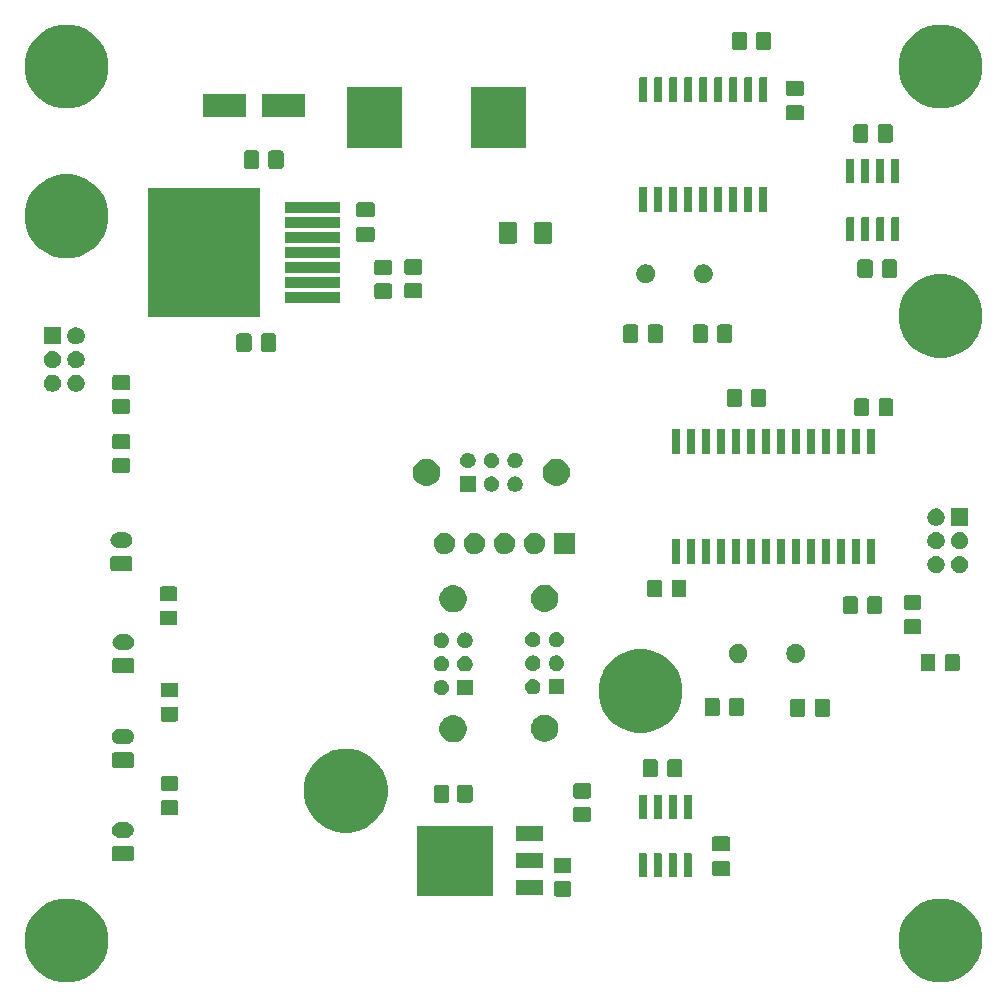
<source format=gbr>
G04 #@! TF.GenerationSoftware,KiCad,Pcbnew,(5.1.6)-1*
G04 #@! TF.CreationDate,2021-09-19T15:19:32-04:00*
G04 #@! TF.ProjectId,payload2020_base_board,7061796c-6f61-4643-9230-32305f626173,rev?*
G04 #@! TF.SameCoordinates,Original*
G04 #@! TF.FileFunction,Soldermask,Bot*
G04 #@! TF.FilePolarity,Negative*
%FSLAX46Y46*%
G04 Gerber Fmt 4.6, Leading zero omitted, Abs format (unit mm)*
G04 Created by KiCad (PCBNEW (5.1.6)-1) date 2021-09-19 15:19:32*
%MOMM*%
%LPD*%
G01*
G04 APERTURE LIST*
%ADD10C,0.100000*%
G04 APERTURE END LIST*
D10*
G36*
X180889787Y-142403462D02*
G01*
X180889790Y-142403463D01*
X180889789Y-142403463D01*
X181536029Y-142671144D01*
X182117631Y-143059758D01*
X182612242Y-143554369D01*
X183000856Y-144135971D01*
X183000856Y-144135972D01*
X183268538Y-144782213D01*
X183405000Y-145468256D01*
X183405000Y-146167744D01*
X183268538Y-146853787D01*
X183268537Y-146853789D01*
X183000856Y-147500029D01*
X182612242Y-148081631D01*
X182117631Y-148576242D01*
X181536029Y-148964856D01*
X181079068Y-149154135D01*
X180889787Y-149232538D01*
X180203744Y-149369000D01*
X179504256Y-149369000D01*
X178818213Y-149232538D01*
X178628932Y-149154135D01*
X178171971Y-148964856D01*
X177590369Y-148576242D01*
X177095758Y-148081631D01*
X176707144Y-147500029D01*
X176439463Y-146853789D01*
X176439462Y-146853787D01*
X176303000Y-146167744D01*
X176303000Y-145468256D01*
X176439462Y-144782213D01*
X176707144Y-144135972D01*
X176707144Y-144135971D01*
X177095758Y-143554369D01*
X177590369Y-143059758D01*
X178171971Y-142671144D01*
X178818211Y-142403463D01*
X178818210Y-142403463D01*
X178818213Y-142403462D01*
X179504256Y-142267000D01*
X180203744Y-142267000D01*
X180889787Y-142403462D01*
G37*
G36*
X106889787Y-142403462D02*
G01*
X106889790Y-142403463D01*
X106889789Y-142403463D01*
X107536029Y-142671144D01*
X108117631Y-143059758D01*
X108612242Y-143554369D01*
X109000856Y-144135971D01*
X109000856Y-144135972D01*
X109268538Y-144782213D01*
X109405000Y-145468256D01*
X109405000Y-146167744D01*
X109268538Y-146853787D01*
X109268537Y-146853789D01*
X109000856Y-147500029D01*
X108612242Y-148081631D01*
X108117631Y-148576242D01*
X107536029Y-148964856D01*
X107079068Y-149154135D01*
X106889787Y-149232538D01*
X106203744Y-149369000D01*
X105504256Y-149369000D01*
X104818213Y-149232538D01*
X104628932Y-149154135D01*
X104171971Y-148964856D01*
X103590369Y-148576242D01*
X103095758Y-148081631D01*
X102707144Y-147500029D01*
X102439463Y-146853789D01*
X102439462Y-146853787D01*
X102303000Y-146167744D01*
X102303000Y-145468256D01*
X102439462Y-144782213D01*
X102707144Y-144135972D01*
X102707144Y-144135971D01*
X103095758Y-143554369D01*
X103590369Y-143059758D01*
X104171971Y-142671144D01*
X104818211Y-142403463D01*
X104818210Y-142403463D01*
X104818213Y-142403462D01*
X105504256Y-142267000D01*
X106203744Y-142267000D01*
X106889787Y-142403462D01*
G37*
G36*
X148441241Y-140799404D02*
G01*
X148478338Y-140810657D01*
X148512519Y-140828927D01*
X148542483Y-140853517D01*
X148567073Y-140883481D01*
X148585343Y-140917662D01*
X148596596Y-140954759D01*
X148601000Y-140999473D01*
X148601000Y-141892527D01*
X148596596Y-141937241D01*
X148585343Y-141974338D01*
X148567073Y-142008519D01*
X148542483Y-142038483D01*
X148512519Y-142063073D01*
X148478338Y-142081343D01*
X148441241Y-142092596D01*
X148396527Y-142097000D01*
X147303473Y-142097000D01*
X147258759Y-142092596D01*
X147221662Y-142081343D01*
X147187481Y-142063073D01*
X147157517Y-142038483D01*
X147132927Y-142008519D01*
X147114657Y-141974338D01*
X147103404Y-141937241D01*
X147099000Y-141892527D01*
X147099000Y-140999473D01*
X147103404Y-140954759D01*
X147114657Y-140917662D01*
X147132927Y-140883481D01*
X147157517Y-140853517D01*
X147187481Y-140828927D01*
X147221662Y-140810657D01*
X147258759Y-140799404D01*
X147303473Y-140795000D01*
X148396527Y-140795000D01*
X148441241Y-140799404D01*
G37*
G36*
X141994000Y-142016000D02*
G01*
X135492000Y-142016000D01*
X135492000Y-136114000D01*
X141994000Y-136114000D01*
X141994000Y-142016000D01*
G37*
G36*
X146194000Y-141996000D02*
G01*
X143892000Y-141996000D01*
X143892000Y-140694000D01*
X146194000Y-140694000D01*
X146194000Y-141996000D01*
G37*
G36*
X158717828Y-138433964D02*
G01*
X158738909Y-138440360D01*
X158758345Y-138450748D01*
X158775376Y-138464724D01*
X158789352Y-138481755D01*
X158799740Y-138501191D01*
X158806136Y-138522272D01*
X158808900Y-138550340D01*
X158808900Y-140364060D01*
X158806136Y-140392128D01*
X158799740Y-140413209D01*
X158789352Y-140432645D01*
X158775376Y-140449676D01*
X158758345Y-140463652D01*
X158738909Y-140474040D01*
X158717828Y-140480436D01*
X158689760Y-140483200D01*
X158226040Y-140483200D01*
X158197972Y-140480436D01*
X158176891Y-140474040D01*
X158157455Y-140463652D01*
X158140424Y-140449676D01*
X158126448Y-140432645D01*
X158116060Y-140413209D01*
X158109664Y-140392128D01*
X158106900Y-140364060D01*
X158106900Y-138550340D01*
X158109664Y-138522272D01*
X158116060Y-138501191D01*
X158126448Y-138481755D01*
X158140424Y-138464724D01*
X158157455Y-138450748D01*
X158176891Y-138440360D01*
X158197972Y-138433964D01*
X158226040Y-138431200D01*
X158689760Y-138431200D01*
X158717828Y-138433964D01*
G37*
G36*
X157447828Y-138433964D02*
G01*
X157468909Y-138440360D01*
X157488345Y-138450748D01*
X157505376Y-138464724D01*
X157519352Y-138481755D01*
X157529740Y-138501191D01*
X157536136Y-138522272D01*
X157538900Y-138550340D01*
X157538900Y-140364060D01*
X157536136Y-140392128D01*
X157529740Y-140413209D01*
X157519352Y-140432645D01*
X157505376Y-140449676D01*
X157488345Y-140463652D01*
X157468909Y-140474040D01*
X157447828Y-140480436D01*
X157419760Y-140483200D01*
X156956040Y-140483200D01*
X156927972Y-140480436D01*
X156906891Y-140474040D01*
X156887455Y-140463652D01*
X156870424Y-140449676D01*
X156856448Y-140432645D01*
X156846060Y-140413209D01*
X156839664Y-140392128D01*
X156836900Y-140364060D01*
X156836900Y-138550340D01*
X156839664Y-138522272D01*
X156846060Y-138501191D01*
X156856448Y-138481755D01*
X156870424Y-138464724D01*
X156887455Y-138450748D01*
X156906891Y-138440360D01*
X156927972Y-138433964D01*
X156956040Y-138431200D01*
X157419760Y-138431200D01*
X157447828Y-138433964D01*
G37*
G36*
X154907828Y-138433964D02*
G01*
X154928909Y-138440360D01*
X154948345Y-138450748D01*
X154965376Y-138464724D01*
X154979352Y-138481755D01*
X154989740Y-138501191D01*
X154996136Y-138522272D01*
X154998900Y-138550340D01*
X154998900Y-140364060D01*
X154996136Y-140392128D01*
X154989740Y-140413209D01*
X154979352Y-140432645D01*
X154965376Y-140449676D01*
X154948345Y-140463652D01*
X154928909Y-140474040D01*
X154907828Y-140480436D01*
X154879760Y-140483200D01*
X154416040Y-140483200D01*
X154387972Y-140480436D01*
X154366891Y-140474040D01*
X154347455Y-140463652D01*
X154330424Y-140449676D01*
X154316448Y-140432645D01*
X154306060Y-140413209D01*
X154299664Y-140392128D01*
X154296900Y-140364060D01*
X154296900Y-138550340D01*
X154299664Y-138522272D01*
X154306060Y-138501191D01*
X154316448Y-138481755D01*
X154330424Y-138464724D01*
X154347455Y-138450748D01*
X154366891Y-138440360D01*
X154387972Y-138433964D01*
X154416040Y-138431200D01*
X154879760Y-138431200D01*
X154907828Y-138433964D01*
G37*
G36*
X156177828Y-138433964D02*
G01*
X156198909Y-138440360D01*
X156218345Y-138450748D01*
X156235376Y-138464724D01*
X156249352Y-138481755D01*
X156259740Y-138501191D01*
X156266136Y-138522272D01*
X156268900Y-138550340D01*
X156268900Y-140364060D01*
X156266136Y-140392128D01*
X156259740Y-140413209D01*
X156249352Y-140432645D01*
X156235376Y-140449676D01*
X156218345Y-140463652D01*
X156198909Y-140474040D01*
X156177828Y-140480436D01*
X156149760Y-140483200D01*
X155686040Y-140483200D01*
X155657972Y-140480436D01*
X155636891Y-140474040D01*
X155617455Y-140463652D01*
X155600424Y-140449676D01*
X155586448Y-140432645D01*
X155576060Y-140413209D01*
X155569664Y-140392128D01*
X155566900Y-140364060D01*
X155566900Y-138550340D01*
X155569664Y-138522272D01*
X155576060Y-138501191D01*
X155586448Y-138481755D01*
X155600424Y-138464724D01*
X155617455Y-138450748D01*
X155636891Y-138440360D01*
X155657972Y-138433964D01*
X155686040Y-138431200D01*
X156149760Y-138431200D01*
X156177828Y-138433964D01*
G37*
G36*
X161894823Y-139083534D02*
G01*
X161932212Y-139094876D01*
X161966666Y-139113291D01*
X161996865Y-139138075D01*
X162021649Y-139168274D01*
X162040064Y-139202728D01*
X162051406Y-139240117D01*
X162055840Y-139285135D01*
X162055840Y-140150065D01*
X162051406Y-140195083D01*
X162040064Y-140232472D01*
X162021649Y-140266926D01*
X161996865Y-140297125D01*
X161966666Y-140321909D01*
X161932212Y-140340324D01*
X161894823Y-140351666D01*
X161849805Y-140356100D01*
X160709875Y-140356100D01*
X160664857Y-140351666D01*
X160627468Y-140340324D01*
X160593014Y-140321909D01*
X160562815Y-140297125D01*
X160538031Y-140266926D01*
X160519616Y-140232472D01*
X160508274Y-140195083D01*
X160503840Y-140150065D01*
X160503840Y-139285135D01*
X160508274Y-139240117D01*
X160519616Y-139202728D01*
X160538031Y-139168274D01*
X160562815Y-139138075D01*
X160593014Y-139113291D01*
X160627468Y-139094876D01*
X160664857Y-139083534D01*
X160709875Y-139079100D01*
X161849805Y-139079100D01*
X161894823Y-139083534D01*
G37*
G36*
X148441241Y-138799404D02*
G01*
X148478338Y-138810657D01*
X148512519Y-138828927D01*
X148542483Y-138853517D01*
X148567073Y-138883481D01*
X148585343Y-138917662D01*
X148596596Y-138954759D01*
X148601000Y-138999473D01*
X148601000Y-139892527D01*
X148596596Y-139937241D01*
X148585343Y-139974338D01*
X148567073Y-140008519D01*
X148542483Y-140038483D01*
X148512519Y-140063073D01*
X148478338Y-140081343D01*
X148441241Y-140092596D01*
X148396527Y-140097000D01*
X147303473Y-140097000D01*
X147258759Y-140092596D01*
X147221662Y-140081343D01*
X147187481Y-140063073D01*
X147157517Y-140038483D01*
X147132927Y-140008519D01*
X147114657Y-139974338D01*
X147103404Y-139937241D01*
X147099000Y-139892527D01*
X147099000Y-138999473D01*
X147103404Y-138954759D01*
X147114657Y-138917662D01*
X147132927Y-138883481D01*
X147157517Y-138853517D01*
X147187481Y-138828927D01*
X147221662Y-138810657D01*
X147258759Y-138799404D01*
X147303473Y-138795000D01*
X148396527Y-138795000D01*
X148441241Y-138799404D01*
G37*
G36*
X146194000Y-139716000D02*
G01*
X143892000Y-139716000D01*
X143892000Y-138414000D01*
X146194000Y-138414000D01*
X146194000Y-139716000D01*
G37*
G36*
X111388321Y-137816424D02*
G01*
X111425418Y-137827677D01*
X111459599Y-137845947D01*
X111489563Y-137870537D01*
X111514153Y-137900501D01*
X111532423Y-137934682D01*
X111543676Y-137971779D01*
X111548080Y-138016493D01*
X111548080Y-138909547D01*
X111543676Y-138954261D01*
X111532423Y-138991358D01*
X111514153Y-139025539D01*
X111489563Y-139055503D01*
X111459599Y-139080093D01*
X111425418Y-139098363D01*
X111388321Y-139109616D01*
X111343607Y-139114020D01*
X109900553Y-139114020D01*
X109855839Y-139109616D01*
X109818742Y-139098363D01*
X109784561Y-139080093D01*
X109754597Y-139055503D01*
X109730007Y-139025539D01*
X109711737Y-138991358D01*
X109700484Y-138954261D01*
X109696080Y-138909547D01*
X109696080Y-138016493D01*
X109700484Y-137971779D01*
X109711737Y-137934682D01*
X109730007Y-137900501D01*
X109754597Y-137870537D01*
X109784561Y-137845947D01*
X109818742Y-137827677D01*
X109855839Y-137816424D01*
X109900553Y-137812020D01*
X111343607Y-137812020D01*
X111388321Y-137816424D01*
G37*
G36*
X161894823Y-137008534D02*
G01*
X161932212Y-137019876D01*
X161966666Y-137038291D01*
X161996865Y-137063075D01*
X162021649Y-137093274D01*
X162040064Y-137127728D01*
X162051406Y-137165117D01*
X162055840Y-137210135D01*
X162055840Y-138075065D01*
X162051406Y-138120083D01*
X162040064Y-138157472D01*
X162021649Y-138191926D01*
X161996865Y-138222125D01*
X161966666Y-138246909D01*
X161932212Y-138265324D01*
X161894823Y-138276666D01*
X161849805Y-138281100D01*
X160709875Y-138281100D01*
X160664857Y-138276666D01*
X160627468Y-138265324D01*
X160593014Y-138246909D01*
X160562815Y-138222125D01*
X160538031Y-138191926D01*
X160519616Y-138157472D01*
X160508274Y-138120083D01*
X160503840Y-138075065D01*
X160503840Y-137210135D01*
X160508274Y-137165117D01*
X160519616Y-137127728D01*
X160538031Y-137093274D01*
X160562815Y-137063075D01*
X160593014Y-137038291D01*
X160627468Y-137019876D01*
X160664857Y-137008534D01*
X160709875Y-137004100D01*
X161849805Y-137004100D01*
X161894823Y-137008534D01*
G37*
G36*
X146194000Y-137436000D02*
G01*
X143892000Y-137436000D01*
X143892000Y-136134000D01*
X146194000Y-136134000D01*
X146194000Y-137436000D01*
G37*
G36*
X110960935Y-135815160D02*
G01*
X111024698Y-135821440D01*
X111115484Y-135848980D01*
X111147416Y-135858666D01*
X111260505Y-135919114D01*
X111359634Y-136000466D01*
X111440986Y-136099595D01*
X111501434Y-136212684D01*
X111501435Y-136212688D01*
X111538660Y-136335402D01*
X111551229Y-136463020D01*
X111538660Y-136590638D01*
X111511120Y-136681424D01*
X111501434Y-136713356D01*
X111440986Y-136826445D01*
X111359634Y-136925574D01*
X111260505Y-137006926D01*
X111147416Y-137067374D01*
X111115484Y-137077060D01*
X111024698Y-137104600D01*
X110960935Y-137110880D01*
X110929054Y-137114020D01*
X110315106Y-137114020D01*
X110283225Y-137110880D01*
X110219462Y-137104600D01*
X110128676Y-137077060D01*
X110096744Y-137067374D01*
X109983655Y-137006926D01*
X109884526Y-136925574D01*
X109803174Y-136826445D01*
X109742726Y-136713356D01*
X109733040Y-136681424D01*
X109705500Y-136590638D01*
X109692931Y-136463020D01*
X109705500Y-136335402D01*
X109742725Y-136212688D01*
X109742726Y-136212684D01*
X109803174Y-136099595D01*
X109884526Y-136000466D01*
X109983655Y-135919114D01*
X110096744Y-135858666D01*
X110128676Y-135848980D01*
X110219462Y-135821440D01*
X110283225Y-135815160D01*
X110315106Y-135812020D01*
X110929054Y-135812020D01*
X110960935Y-135815160D01*
G37*
G36*
X130529787Y-129723462D02*
G01*
X130529790Y-129723463D01*
X130529789Y-129723463D01*
X131176029Y-129991144D01*
X131757631Y-130379758D01*
X132252242Y-130874369D01*
X132640856Y-131455971D01*
X132818325Y-131884420D01*
X132908538Y-132102213D01*
X133045000Y-132788256D01*
X133045000Y-133487744D01*
X132908538Y-134173787D01*
X132908537Y-134173789D01*
X132640856Y-134820029D01*
X132252242Y-135401631D01*
X131757631Y-135896242D01*
X131176029Y-136284856D01*
X130745902Y-136463020D01*
X130529787Y-136552538D01*
X129843744Y-136689000D01*
X129144256Y-136689000D01*
X128458213Y-136552538D01*
X128242098Y-136463020D01*
X127811971Y-136284856D01*
X127230369Y-135896242D01*
X126735758Y-135401631D01*
X126347144Y-134820029D01*
X126079463Y-134173789D01*
X126079462Y-134173787D01*
X125943000Y-133487744D01*
X125943000Y-132788256D01*
X126079462Y-132102213D01*
X126169675Y-131884420D01*
X126347144Y-131455971D01*
X126735758Y-130874369D01*
X127230369Y-130379758D01*
X127811971Y-129991144D01*
X128458211Y-129723463D01*
X128458210Y-129723463D01*
X128458213Y-129723462D01*
X129144256Y-129587000D01*
X129843744Y-129587000D01*
X130529787Y-129723462D01*
G37*
G36*
X150098181Y-134500204D02*
G01*
X150135278Y-134511457D01*
X150169459Y-134529727D01*
X150199423Y-134554317D01*
X150224013Y-134584281D01*
X150242283Y-134618462D01*
X150253536Y-134655559D01*
X150257940Y-134700273D01*
X150257940Y-135593327D01*
X150253536Y-135638041D01*
X150242283Y-135675138D01*
X150224013Y-135709319D01*
X150199423Y-135739283D01*
X150169459Y-135763873D01*
X150135278Y-135782143D01*
X150098181Y-135793396D01*
X150053467Y-135797800D01*
X148960413Y-135797800D01*
X148915699Y-135793396D01*
X148878602Y-135782143D01*
X148844421Y-135763873D01*
X148814457Y-135739283D01*
X148789867Y-135709319D01*
X148771597Y-135675138D01*
X148760344Y-135638041D01*
X148755940Y-135593327D01*
X148755940Y-134700273D01*
X148760344Y-134655559D01*
X148771597Y-134618462D01*
X148789867Y-134584281D01*
X148814457Y-134554317D01*
X148844421Y-134529727D01*
X148878602Y-134511457D01*
X148915699Y-134500204D01*
X148960413Y-134495800D01*
X150053467Y-134495800D01*
X150098181Y-134500204D01*
G37*
G36*
X158717828Y-133483964D02*
G01*
X158738909Y-133490360D01*
X158758345Y-133500748D01*
X158775376Y-133514724D01*
X158789352Y-133531755D01*
X158799740Y-133551191D01*
X158806136Y-133572272D01*
X158808900Y-133600340D01*
X158808900Y-135414060D01*
X158806136Y-135442128D01*
X158799740Y-135463209D01*
X158789352Y-135482645D01*
X158775376Y-135499676D01*
X158758345Y-135513652D01*
X158738909Y-135524040D01*
X158717828Y-135530436D01*
X158689760Y-135533200D01*
X158226040Y-135533200D01*
X158197972Y-135530436D01*
X158176891Y-135524040D01*
X158157455Y-135513652D01*
X158140424Y-135499676D01*
X158126448Y-135482645D01*
X158116060Y-135463209D01*
X158109664Y-135442128D01*
X158106900Y-135414060D01*
X158106900Y-133600340D01*
X158109664Y-133572272D01*
X158116060Y-133551191D01*
X158126448Y-133531755D01*
X158140424Y-133514724D01*
X158157455Y-133500748D01*
X158176891Y-133490360D01*
X158197972Y-133483964D01*
X158226040Y-133481200D01*
X158689760Y-133481200D01*
X158717828Y-133483964D01*
G37*
G36*
X157447828Y-133483964D02*
G01*
X157468909Y-133490360D01*
X157488345Y-133500748D01*
X157505376Y-133514724D01*
X157519352Y-133531755D01*
X157529740Y-133551191D01*
X157536136Y-133572272D01*
X157538900Y-133600340D01*
X157538900Y-135414060D01*
X157536136Y-135442128D01*
X157529740Y-135463209D01*
X157519352Y-135482645D01*
X157505376Y-135499676D01*
X157488345Y-135513652D01*
X157468909Y-135524040D01*
X157447828Y-135530436D01*
X157419760Y-135533200D01*
X156956040Y-135533200D01*
X156927972Y-135530436D01*
X156906891Y-135524040D01*
X156887455Y-135513652D01*
X156870424Y-135499676D01*
X156856448Y-135482645D01*
X156846060Y-135463209D01*
X156839664Y-135442128D01*
X156836900Y-135414060D01*
X156836900Y-133600340D01*
X156839664Y-133572272D01*
X156846060Y-133551191D01*
X156856448Y-133531755D01*
X156870424Y-133514724D01*
X156887455Y-133500748D01*
X156906891Y-133490360D01*
X156927972Y-133483964D01*
X156956040Y-133481200D01*
X157419760Y-133481200D01*
X157447828Y-133483964D01*
G37*
G36*
X156177828Y-133483964D02*
G01*
X156198909Y-133490360D01*
X156218345Y-133500748D01*
X156235376Y-133514724D01*
X156249352Y-133531755D01*
X156259740Y-133551191D01*
X156266136Y-133572272D01*
X156268900Y-133600340D01*
X156268900Y-135414060D01*
X156266136Y-135442128D01*
X156259740Y-135463209D01*
X156249352Y-135482645D01*
X156235376Y-135499676D01*
X156218345Y-135513652D01*
X156198909Y-135524040D01*
X156177828Y-135530436D01*
X156149760Y-135533200D01*
X155686040Y-135533200D01*
X155657972Y-135530436D01*
X155636891Y-135524040D01*
X155617455Y-135513652D01*
X155600424Y-135499676D01*
X155586448Y-135482645D01*
X155576060Y-135463209D01*
X155569664Y-135442128D01*
X155566900Y-135414060D01*
X155566900Y-133600340D01*
X155569664Y-133572272D01*
X155576060Y-133551191D01*
X155586448Y-133531755D01*
X155600424Y-133514724D01*
X155617455Y-133500748D01*
X155636891Y-133490360D01*
X155657972Y-133483964D01*
X155686040Y-133481200D01*
X156149760Y-133481200D01*
X156177828Y-133483964D01*
G37*
G36*
X154907828Y-133483964D02*
G01*
X154928909Y-133490360D01*
X154948345Y-133500748D01*
X154965376Y-133514724D01*
X154979352Y-133531755D01*
X154989740Y-133551191D01*
X154996136Y-133572272D01*
X154998900Y-133600340D01*
X154998900Y-135414060D01*
X154996136Y-135442128D01*
X154989740Y-135463209D01*
X154979352Y-135482645D01*
X154965376Y-135499676D01*
X154948345Y-135513652D01*
X154928909Y-135524040D01*
X154907828Y-135530436D01*
X154879760Y-135533200D01*
X154416040Y-135533200D01*
X154387972Y-135530436D01*
X154366891Y-135524040D01*
X154347455Y-135513652D01*
X154330424Y-135499676D01*
X154316448Y-135482645D01*
X154306060Y-135463209D01*
X154299664Y-135442128D01*
X154296900Y-135414060D01*
X154296900Y-133600340D01*
X154299664Y-133572272D01*
X154306060Y-133551191D01*
X154316448Y-133531755D01*
X154330424Y-133514724D01*
X154347455Y-133500748D01*
X154366891Y-133490360D01*
X154387972Y-133483964D01*
X154416040Y-133481200D01*
X154879760Y-133481200D01*
X154907828Y-133483964D01*
G37*
G36*
X115157918Y-133938885D02*
G01*
X115195605Y-133950318D01*
X115230343Y-133968885D01*
X115260789Y-133993871D01*
X115285775Y-134024317D01*
X115304342Y-134059055D01*
X115315775Y-134096742D01*
X115320240Y-134142080D01*
X115320240Y-134978760D01*
X115315775Y-135024098D01*
X115304342Y-135061785D01*
X115285775Y-135096523D01*
X115260789Y-135126969D01*
X115230343Y-135151955D01*
X115195605Y-135170522D01*
X115157918Y-135181955D01*
X115112580Y-135186420D01*
X114025900Y-135186420D01*
X113980562Y-135181955D01*
X113942875Y-135170522D01*
X113908137Y-135151955D01*
X113877691Y-135126969D01*
X113852705Y-135096523D01*
X113834138Y-135061785D01*
X113822705Y-135024098D01*
X113818240Y-134978760D01*
X113818240Y-134142080D01*
X113822705Y-134096742D01*
X113834138Y-134059055D01*
X113852705Y-134024317D01*
X113877691Y-133993871D01*
X113908137Y-133968885D01*
X113942875Y-133950318D01*
X113980562Y-133938885D01*
X114025900Y-133934420D01*
X115112580Y-133934420D01*
X115157918Y-133938885D01*
G37*
G36*
X140079481Y-132651664D02*
G01*
X140116578Y-132662917D01*
X140150759Y-132681187D01*
X140180723Y-132705777D01*
X140205313Y-132735741D01*
X140223583Y-132769922D01*
X140234836Y-132807019D01*
X140239240Y-132851733D01*
X140239240Y-133944787D01*
X140234836Y-133989501D01*
X140223583Y-134026598D01*
X140205313Y-134060779D01*
X140180723Y-134090743D01*
X140150759Y-134115333D01*
X140116578Y-134133603D01*
X140079481Y-134144856D01*
X140034767Y-134149260D01*
X139141713Y-134149260D01*
X139096999Y-134144856D01*
X139059902Y-134133603D01*
X139025721Y-134115333D01*
X138995757Y-134090743D01*
X138971167Y-134060779D01*
X138952897Y-134026598D01*
X138941644Y-133989501D01*
X138937240Y-133944787D01*
X138937240Y-132851733D01*
X138941644Y-132807019D01*
X138952897Y-132769922D01*
X138971167Y-132735741D01*
X138995757Y-132705777D01*
X139025721Y-132681187D01*
X139059902Y-132662917D01*
X139096999Y-132651664D01*
X139141713Y-132647260D01*
X140034767Y-132647260D01*
X140079481Y-132651664D01*
G37*
G36*
X138079481Y-132651664D02*
G01*
X138116578Y-132662917D01*
X138150759Y-132681187D01*
X138180723Y-132705777D01*
X138205313Y-132735741D01*
X138223583Y-132769922D01*
X138234836Y-132807019D01*
X138239240Y-132851733D01*
X138239240Y-133944787D01*
X138234836Y-133989501D01*
X138223583Y-134026598D01*
X138205313Y-134060779D01*
X138180723Y-134090743D01*
X138150759Y-134115333D01*
X138116578Y-134133603D01*
X138079481Y-134144856D01*
X138034767Y-134149260D01*
X137141713Y-134149260D01*
X137096999Y-134144856D01*
X137059902Y-134133603D01*
X137025721Y-134115333D01*
X136995757Y-134090743D01*
X136971167Y-134060779D01*
X136952897Y-134026598D01*
X136941644Y-133989501D01*
X136937240Y-133944787D01*
X136937240Y-132851733D01*
X136941644Y-132807019D01*
X136952897Y-132769922D01*
X136971167Y-132735741D01*
X136995757Y-132705777D01*
X137025721Y-132681187D01*
X137059902Y-132662917D01*
X137096999Y-132651664D01*
X137141713Y-132647260D01*
X138034767Y-132647260D01*
X138079481Y-132651664D01*
G37*
G36*
X150098181Y-132500204D02*
G01*
X150135278Y-132511457D01*
X150169459Y-132529727D01*
X150199423Y-132554317D01*
X150224013Y-132584281D01*
X150242283Y-132618462D01*
X150253536Y-132655559D01*
X150257940Y-132700273D01*
X150257940Y-133593327D01*
X150253536Y-133638041D01*
X150242283Y-133675138D01*
X150224013Y-133709319D01*
X150199423Y-133739283D01*
X150169459Y-133763873D01*
X150135278Y-133782143D01*
X150098181Y-133793396D01*
X150053467Y-133797800D01*
X148960413Y-133797800D01*
X148915699Y-133793396D01*
X148878602Y-133782143D01*
X148844421Y-133763873D01*
X148814457Y-133739283D01*
X148789867Y-133709319D01*
X148771597Y-133675138D01*
X148760344Y-133638041D01*
X148755940Y-133593327D01*
X148755940Y-132700273D01*
X148760344Y-132655559D01*
X148771597Y-132618462D01*
X148789867Y-132584281D01*
X148814457Y-132554317D01*
X148844421Y-132529727D01*
X148878602Y-132511457D01*
X148915699Y-132500204D01*
X148960413Y-132495800D01*
X150053467Y-132495800D01*
X150098181Y-132500204D01*
G37*
G36*
X115157918Y-131888885D02*
G01*
X115195605Y-131900318D01*
X115230343Y-131918885D01*
X115260789Y-131943871D01*
X115285775Y-131974317D01*
X115304342Y-132009055D01*
X115315775Y-132046742D01*
X115320240Y-132092080D01*
X115320240Y-132928760D01*
X115315775Y-132974098D01*
X115304342Y-133011785D01*
X115285775Y-133046523D01*
X115260789Y-133076969D01*
X115230343Y-133101955D01*
X115195605Y-133120522D01*
X115157918Y-133131955D01*
X115112580Y-133136420D01*
X114025900Y-133136420D01*
X113980562Y-133131955D01*
X113942875Y-133120522D01*
X113908137Y-133101955D01*
X113877691Y-133076969D01*
X113852705Y-133046523D01*
X113834138Y-133011785D01*
X113822705Y-132974098D01*
X113818240Y-132928760D01*
X113818240Y-132092080D01*
X113822705Y-132046742D01*
X113834138Y-132009055D01*
X113852705Y-131974317D01*
X113877691Y-131943871D01*
X113908137Y-131918885D01*
X113942875Y-131900318D01*
X113980562Y-131888885D01*
X114025900Y-131884420D01*
X115112580Y-131884420D01*
X115157918Y-131888885D01*
G37*
G36*
X155755483Y-130470234D02*
G01*
X155792872Y-130481576D01*
X155827326Y-130499991D01*
X155857525Y-130524775D01*
X155882309Y-130554974D01*
X155900724Y-130589428D01*
X155912066Y-130626817D01*
X155916500Y-130671835D01*
X155916500Y-131811765D01*
X155912066Y-131856783D01*
X155900724Y-131894172D01*
X155882309Y-131928626D01*
X155857525Y-131958825D01*
X155827326Y-131983609D01*
X155792872Y-132002024D01*
X155755483Y-132013366D01*
X155710465Y-132017800D01*
X154845535Y-132017800D01*
X154800517Y-132013366D01*
X154763128Y-132002024D01*
X154728674Y-131983609D01*
X154698475Y-131958825D01*
X154673691Y-131928626D01*
X154655276Y-131894172D01*
X154643934Y-131856783D01*
X154639500Y-131811765D01*
X154639500Y-130671835D01*
X154643934Y-130626817D01*
X154655276Y-130589428D01*
X154673691Y-130554974D01*
X154698475Y-130524775D01*
X154728674Y-130499991D01*
X154763128Y-130481576D01*
X154800517Y-130470234D01*
X154845535Y-130465800D01*
X155710465Y-130465800D01*
X155755483Y-130470234D01*
G37*
G36*
X157830483Y-130470234D02*
G01*
X157867872Y-130481576D01*
X157902326Y-130499991D01*
X157932525Y-130524775D01*
X157957309Y-130554974D01*
X157975724Y-130589428D01*
X157987066Y-130626817D01*
X157991500Y-130671835D01*
X157991500Y-131811765D01*
X157987066Y-131856783D01*
X157975724Y-131894172D01*
X157957309Y-131928626D01*
X157932525Y-131958825D01*
X157902326Y-131983609D01*
X157867872Y-132002024D01*
X157830483Y-132013366D01*
X157785465Y-132017800D01*
X156920535Y-132017800D01*
X156875517Y-132013366D01*
X156838128Y-132002024D01*
X156803674Y-131983609D01*
X156773475Y-131958825D01*
X156748691Y-131928626D01*
X156730276Y-131894172D01*
X156718934Y-131856783D01*
X156714500Y-131811765D01*
X156714500Y-130671835D01*
X156718934Y-130626817D01*
X156730276Y-130589428D01*
X156748691Y-130554974D01*
X156773475Y-130524775D01*
X156803674Y-130499991D01*
X156838128Y-130481576D01*
X156875517Y-130470234D01*
X156920535Y-130465800D01*
X157785465Y-130465800D01*
X157830483Y-130470234D01*
G37*
G36*
X111388321Y-129894164D02*
G01*
X111425418Y-129905417D01*
X111459599Y-129923687D01*
X111489563Y-129948277D01*
X111514153Y-129978241D01*
X111532423Y-130012422D01*
X111543676Y-130049519D01*
X111548080Y-130094233D01*
X111548080Y-130987287D01*
X111543676Y-131032001D01*
X111532423Y-131069098D01*
X111514153Y-131103279D01*
X111489563Y-131133243D01*
X111459599Y-131157833D01*
X111425418Y-131176103D01*
X111388321Y-131187356D01*
X111343607Y-131191760D01*
X109900553Y-131191760D01*
X109855839Y-131187356D01*
X109818742Y-131176103D01*
X109784561Y-131157833D01*
X109754597Y-131133243D01*
X109730007Y-131103279D01*
X109711737Y-131069098D01*
X109700484Y-131032001D01*
X109696080Y-130987287D01*
X109696080Y-130094233D01*
X109700484Y-130049519D01*
X109711737Y-130012422D01*
X109730007Y-129978241D01*
X109754597Y-129948277D01*
X109784561Y-129923687D01*
X109818742Y-129905417D01*
X109855839Y-129894164D01*
X109900553Y-129889760D01*
X111343607Y-129889760D01*
X111388321Y-129894164D01*
G37*
G36*
X110960935Y-127892900D02*
G01*
X111024698Y-127899180D01*
X111115484Y-127926720D01*
X111147416Y-127936406D01*
X111260505Y-127996854D01*
X111359634Y-128078206D01*
X111440986Y-128177335D01*
X111501434Y-128290424D01*
X111501435Y-128290428D01*
X111538660Y-128413142D01*
X111551229Y-128540760D01*
X111538660Y-128668378D01*
X111511120Y-128759164D01*
X111501434Y-128791096D01*
X111440986Y-128904185D01*
X111359634Y-129003314D01*
X111260505Y-129084666D01*
X111147416Y-129145114D01*
X111115484Y-129154800D01*
X111024698Y-129182340D01*
X110960935Y-129188620D01*
X110929054Y-129191760D01*
X110315106Y-129191760D01*
X110283225Y-129188620D01*
X110219462Y-129182340D01*
X110128676Y-129154800D01*
X110096744Y-129145114D01*
X109983655Y-129084666D01*
X109884526Y-129003314D01*
X109803174Y-128904185D01*
X109742726Y-128791096D01*
X109733040Y-128759164D01*
X109705500Y-128668378D01*
X109692931Y-128540760D01*
X109705500Y-128413142D01*
X109742725Y-128290428D01*
X109742726Y-128290424D01*
X109803174Y-128177335D01*
X109884526Y-128078206D01*
X109983655Y-127996854D01*
X110096744Y-127936406D01*
X110128676Y-127926720D01*
X110219462Y-127899180D01*
X110283225Y-127892900D01*
X110315106Y-127889760D01*
X110929054Y-127889760D01*
X110960935Y-127892900D01*
G37*
G36*
X138756218Y-126751825D02*
G01*
X138918134Y-126784032D01*
X139127603Y-126870797D01*
X139316120Y-126996760D01*
X139476440Y-127157080D01*
X139602403Y-127345597D01*
X139689168Y-127555066D01*
X139733400Y-127777436D01*
X139733400Y-128004164D01*
X139689168Y-128226534D01*
X139602403Y-128436003D01*
X139476440Y-128624520D01*
X139316120Y-128784840D01*
X139127603Y-128910803D01*
X138918134Y-128997568D01*
X138806949Y-129019684D01*
X138695765Y-129041800D01*
X138469035Y-129041800D01*
X138357851Y-129019684D01*
X138246666Y-128997568D01*
X138037197Y-128910803D01*
X137848680Y-128784840D01*
X137688360Y-128624520D01*
X137562397Y-128436003D01*
X137475632Y-128226534D01*
X137431400Y-128004164D01*
X137431400Y-127777436D01*
X137475632Y-127555066D01*
X137562397Y-127345597D01*
X137688360Y-127157080D01*
X137848680Y-126996760D01*
X138037197Y-126870797D01*
X138246666Y-126784032D01*
X138408582Y-126751825D01*
X138469035Y-126739800D01*
X138695765Y-126739800D01*
X138756218Y-126751825D01*
G37*
G36*
X146553949Y-126711116D02*
G01*
X146665134Y-126733232D01*
X146769855Y-126776609D01*
X146844240Y-126807420D01*
X146874603Y-126819997D01*
X147063120Y-126945960D01*
X147223440Y-127106280D01*
X147349403Y-127294797D01*
X147436168Y-127504266D01*
X147480400Y-127726636D01*
X147480400Y-127953364D01*
X147436168Y-128175734D01*
X147349403Y-128385203D01*
X147223440Y-128573720D01*
X147063120Y-128734040D01*
X146874603Y-128860003D01*
X146665134Y-128946768D01*
X146553949Y-128968884D01*
X146442765Y-128991000D01*
X146216035Y-128991000D01*
X146104851Y-128968884D01*
X145993666Y-128946768D01*
X145784197Y-128860003D01*
X145595680Y-128734040D01*
X145435360Y-128573720D01*
X145309397Y-128385203D01*
X145222632Y-128175734D01*
X145178400Y-127953364D01*
X145178400Y-127726636D01*
X145222632Y-127504266D01*
X145309397Y-127294797D01*
X145435360Y-127106280D01*
X145595680Y-126945960D01*
X145784197Y-126819997D01*
X145814561Y-126807420D01*
X145888945Y-126776609D01*
X145993666Y-126733232D01*
X146104851Y-126711116D01*
X146216035Y-126689000D01*
X146442765Y-126689000D01*
X146553949Y-126711116D01*
G37*
G36*
X155489787Y-121283462D02*
G01*
X155489790Y-121283463D01*
X155489789Y-121283463D01*
X156136029Y-121551144D01*
X156717631Y-121939758D01*
X157212242Y-122434369D01*
X157600856Y-123015971D01*
X157670979Y-123185263D01*
X157868538Y-123662213D01*
X158005000Y-124348256D01*
X158005000Y-125047744D01*
X157868538Y-125733787D01*
X157868537Y-125733789D01*
X157600856Y-126380029D01*
X157212242Y-126961631D01*
X156717631Y-127456242D01*
X156136029Y-127844856D01*
X155679068Y-128034135D01*
X155489787Y-128112538D01*
X154803744Y-128249000D01*
X154104256Y-128249000D01*
X153418213Y-128112538D01*
X153228932Y-128034135D01*
X152771971Y-127844856D01*
X152190369Y-127456242D01*
X151695758Y-126961631D01*
X151307144Y-126380029D01*
X151039463Y-125733789D01*
X151039462Y-125733787D01*
X150903000Y-125047744D01*
X150903000Y-124348256D01*
X151039462Y-123662213D01*
X151237021Y-123185263D01*
X151307144Y-123015971D01*
X151695758Y-122434369D01*
X152190369Y-121939758D01*
X152771971Y-121551144D01*
X153418211Y-121283463D01*
X153418210Y-121283463D01*
X153418213Y-121283462D01*
X154104256Y-121147000D01*
X154803744Y-121147000D01*
X155489787Y-121283462D01*
G37*
G36*
X115157918Y-126030485D02*
G01*
X115195605Y-126041918D01*
X115230343Y-126060485D01*
X115260789Y-126085471D01*
X115285775Y-126115917D01*
X115304342Y-126150655D01*
X115315775Y-126188342D01*
X115320240Y-126233680D01*
X115320240Y-127070360D01*
X115315775Y-127115698D01*
X115304342Y-127153385D01*
X115285775Y-127188123D01*
X115260789Y-127218569D01*
X115230343Y-127243555D01*
X115195605Y-127262122D01*
X115157918Y-127273555D01*
X115112580Y-127278020D01*
X114025900Y-127278020D01*
X113980562Y-127273555D01*
X113942875Y-127262122D01*
X113908137Y-127243555D01*
X113877691Y-127218569D01*
X113852705Y-127188123D01*
X113834138Y-127153385D01*
X113822705Y-127115698D01*
X113818240Y-127070360D01*
X113818240Y-126233680D01*
X113822705Y-126188342D01*
X113834138Y-126150655D01*
X113852705Y-126115917D01*
X113877691Y-126085471D01*
X113908137Y-126060485D01*
X113942875Y-126041918D01*
X113980562Y-126030485D01*
X114025900Y-126026020D01*
X115112580Y-126026020D01*
X115157918Y-126030485D01*
G37*
G36*
X170319483Y-125339434D02*
G01*
X170356872Y-125350776D01*
X170391326Y-125369191D01*
X170421525Y-125393975D01*
X170446309Y-125424174D01*
X170464724Y-125458628D01*
X170476066Y-125496017D01*
X170480500Y-125541035D01*
X170480500Y-126680965D01*
X170476066Y-126725983D01*
X170464724Y-126763372D01*
X170446309Y-126797826D01*
X170421525Y-126828025D01*
X170391326Y-126852809D01*
X170356872Y-126871224D01*
X170319483Y-126882566D01*
X170274465Y-126887000D01*
X169409535Y-126887000D01*
X169364517Y-126882566D01*
X169327128Y-126871224D01*
X169292674Y-126852809D01*
X169262475Y-126828025D01*
X169237691Y-126797826D01*
X169219276Y-126763372D01*
X169207934Y-126725983D01*
X169203500Y-126680965D01*
X169203500Y-125541035D01*
X169207934Y-125496017D01*
X169219276Y-125458628D01*
X169237691Y-125424174D01*
X169262475Y-125393975D01*
X169292674Y-125369191D01*
X169327128Y-125350776D01*
X169364517Y-125339434D01*
X169409535Y-125335000D01*
X170274465Y-125335000D01*
X170319483Y-125339434D01*
G37*
G36*
X168244483Y-125339434D02*
G01*
X168281872Y-125350776D01*
X168316326Y-125369191D01*
X168346525Y-125393975D01*
X168371309Y-125424174D01*
X168389724Y-125458628D01*
X168401066Y-125496017D01*
X168405500Y-125541035D01*
X168405500Y-126680965D01*
X168401066Y-126725983D01*
X168389724Y-126763372D01*
X168371309Y-126797826D01*
X168346525Y-126828025D01*
X168316326Y-126852809D01*
X168281872Y-126871224D01*
X168244483Y-126882566D01*
X168199465Y-126887000D01*
X167334535Y-126887000D01*
X167289517Y-126882566D01*
X167252128Y-126871224D01*
X167217674Y-126852809D01*
X167187475Y-126828025D01*
X167162691Y-126797826D01*
X167144276Y-126763372D01*
X167132934Y-126725983D01*
X167128500Y-126680965D01*
X167128500Y-125541035D01*
X167132934Y-125496017D01*
X167144276Y-125458628D01*
X167162691Y-125424174D01*
X167187475Y-125393975D01*
X167217674Y-125369191D01*
X167252128Y-125350776D01*
X167289517Y-125339434D01*
X167334535Y-125335000D01*
X168199465Y-125335000D01*
X168244483Y-125339434D01*
G37*
G36*
X163062883Y-125263234D02*
G01*
X163100272Y-125274576D01*
X163134726Y-125292991D01*
X163164925Y-125317775D01*
X163189709Y-125347974D01*
X163208124Y-125382428D01*
X163219466Y-125419817D01*
X163223900Y-125464835D01*
X163223900Y-126604765D01*
X163219466Y-126649783D01*
X163208124Y-126687172D01*
X163189709Y-126721626D01*
X163164925Y-126751825D01*
X163134726Y-126776609D01*
X163100272Y-126795024D01*
X163062883Y-126806366D01*
X163017865Y-126810800D01*
X162152935Y-126810800D01*
X162107917Y-126806366D01*
X162070528Y-126795024D01*
X162036074Y-126776609D01*
X162005875Y-126751825D01*
X161981091Y-126721626D01*
X161962676Y-126687172D01*
X161951334Y-126649783D01*
X161946900Y-126604765D01*
X161946900Y-125464835D01*
X161951334Y-125419817D01*
X161962676Y-125382428D01*
X161981091Y-125347974D01*
X162005875Y-125317775D01*
X162036074Y-125292991D01*
X162070528Y-125274576D01*
X162107917Y-125263234D01*
X162152935Y-125258800D01*
X163017865Y-125258800D01*
X163062883Y-125263234D01*
G37*
G36*
X160987883Y-125263234D02*
G01*
X161025272Y-125274576D01*
X161059726Y-125292991D01*
X161089925Y-125317775D01*
X161114709Y-125347974D01*
X161133124Y-125382428D01*
X161144466Y-125419817D01*
X161148900Y-125464835D01*
X161148900Y-126604765D01*
X161144466Y-126649783D01*
X161133124Y-126687172D01*
X161114709Y-126721626D01*
X161089925Y-126751825D01*
X161059726Y-126776609D01*
X161025272Y-126795024D01*
X160987883Y-126806366D01*
X160942865Y-126810800D01*
X160077935Y-126810800D01*
X160032917Y-126806366D01*
X159995528Y-126795024D01*
X159961074Y-126776609D01*
X159930875Y-126751825D01*
X159906091Y-126721626D01*
X159887676Y-126687172D01*
X159876334Y-126649783D01*
X159871900Y-126604765D01*
X159871900Y-125464835D01*
X159876334Y-125419817D01*
X159887676Y-125382428D01*
X159906091Y-125347974D01*
X159930875Y-125317775D01*
X159961074Y-125292991D01*
X159995528Y-125274576D01*
X160032917Y-125263234D01*
X160077935Y-125258800D01*
X160942865Y-125258800D01*
X160987883Y-125263234D01*
G37*
G36*
X115157918Y-123980485D02*
G01*
X115195605Y-123991918D01*
X115230343Y-124010485D01*
X115260789Y-124035471D01*
X115285775Y-124065917D01*
X115304342Y-124100655D01*
X115315775Y-124138342D01*
X115320240Y-124183680D01*
X115320240Y-125020360D01*
X115315775Y-125065698D01*
X115304342Y-125103385D01*
X115285775Y-125138123D01*
X115260789Y-125168569D01*
X115230343Y-125193555D01*
X115195605Y-125212122D01*
X115157918Y-125223555D01*
X115112580Y-125228020D01*
X114025900Y-125228020D01*
X113980562Y-125223555D01*
X113942875Y-125212122D01*
X113908137Y-125193555D01*
X113877691Y-125168569D01*
X113852705Y-125138123D01*
X113834138Y-125103385D01*
X113822705Y-125065698D01*
X113818240Y-125020360D01*
X113818240Y-124183680D01*
X113822705Y-124138342D01*
X113834138Y-124100655D01*
X113852705Y-124065917D01*
X113877691Y-124035471D01*
X113908137Y-124010485D01*
X113942875Y-123991918D01*
X113980562Y-123980485D01*
X114025900Y-123976020D01*
X115112580Y-123976020D01*
X115157918Y-123980485D01*
G37*
G36*
X140233400Y-125041800D02*
G01*
X138931400Y-125041800D01*
X138931400Y-123739800D01*
X140233400Y-123739800D01*
X140233400Y-125041800D01*
G37*
G36*
X137763608Y-123763090D02*
G01*
X137772290Y-123764817D01*
X137890764Y-123813891D01*
X137997388Y-123885135D01*
X138088065Y-123975812D01*
X138159310Y-124082438D01*
X138208383Y-124200910D01*
X138223296Y-124275882D01*
X138233400Y-124326682D01*
X138233400Y-124454918D01*
X138208383Y-124580690D01*
X138159309Y-124699164D01*
X138088065Y-124805788D01*
X137997388Y-124896465D01*
X137890764Y-124967709D01*
X137890763Y-124967710D01*
X137890762Y-124967710D01*
X137772290Y-125016783D01*
X137646519Y-125041800D01*
X137518281Y-125041800D01*
X137392510Y-125016783D01*
X137274038Y-124967710D01*
X137274037Y-124967710D01*
X137274036Y-124967709D01*
X137167412Y-124896465D01*
X137076735Y-124805788D01*
X137005491Y-124699164D01*
X136956417Y-124580690D01*
X136931400Y-124454918D01*
X136931400Y-124326682D01*
X136941505Y-124275882D01*
X136956417Y-124200910D01*
X137005490Y-124082438D01*
X137076735Y-123975812D01*
X137167412Y-123885135D01*
X137274036Y-123813891D01*
X137392510Y-123764817D01*
X137401192Y-123763090D01*
X137518281Y-123739800D01*
X137646519Y-123739800D01*
X137763608Y-123763090D01*
G37*
G36*
X147980400Y-124991000D02*
G01*
X146678400Y-124991000D01*
X146678400Y-123689000D01*
X147980400Y-123689000D01*
X147980400Y-124991000D01*
G37*
G36*
X145519290Y-123714017D02*
G01*
X145637764Y-123763091D01*
X145744388Y-123834335D01*
X145835065Y-123925012D01*
X145869148Y-123976020D01*
X145906310Y-124031638D01*
X145955383Y-124150110D01*
X145980400Y-124275881D01*
X145980400Y-124404119D01*
X145970295Y-124454919D01*
X145955383Y-124529890D01*
X145906309Y-124648364D01*
X145835065Y-124754988D01*
X145744388Y-124845665D01*
X145637764Y-124916909D01*
X145637763Y-124916910D01*
X145637762Y-124916910D01*
X145519290Y-124965983D01*
X145393519Y-124991000D01*
X145265281Y-124991000D01*
X145139510Y-124965983D01*
X145021038Y-124916910D01*
X145021037Y-124916910D01*
X145021036Y-124916909D01*
X144914412Y-124845665D01*
X144823735Y-124754988D01*
X144752491Y-124648364D01*
X144703417Y-124529890D01*
X144688505Y-124454919D01*
X144678400Y-124404119D01*
X144678400Y-124275881D01*
X144703417Y-124150110D01*
X144752490Y-124031638D01*
X144789653Y-123976020D01*
X144823735Y-123925012D01*
X144914412Y-123834335D01*
X145021036Y-123763091D01*
X145139510Y-123714017D01*
X145265281Y-123689000D01*
X145393519Y-123689000D01*
X145519290Y-123714017D01*
G37*
G36*
X111431501Y-121903324D02*
G01*
X111468598Y-121914577D01*
X111502779Y-121932847D01*
X111532743Y-121957437D01*
X111557333Y-121987401D01*
X111575603Y-122021582D01*
X111586856Y-122058679D01*
X111591260Y-122103393D01*
X111591260Y-122996447D01*
X111586856Y-123041161D01*
X111575603Y-123078258D01*
X111557333Y-123112439D01*
X111532743Y-123142403D01*
X111502779Y-123166993D01*
X111468598Y-123185263D01*
X111431501Y-123196516D01*
X111386787Y-123200920D01*
X109943733Y-123200920D01*
X109899019Y-123196516D01*
X109861922Y-123185263D01*
X109827741Y-123166993D01*
X109797777Y-123142403D01*
X109773187Y-123112439D01*
X109754917Y-123078258D01*
X109743664Y-123041161D01*
X109739260Y-122996447D01*
X109739260Y-122103393D01*
X109743664Y-122058679D01*
X109754917Y-122021582D01*
X109773187Y-121987401D01*
X109797777Y-121957437D01*
X109827741Y-121932847D01*
X109861922Y-121914577D01*
X109899019Y-121903324D01*
X109943733Y-121898920D01*
X111386787Y-121898920D01*
X111431501Y-121903324D01*
G37*
G36*
X137763608Y-121763090D02*
G01*
X137772290Y-121764817D01*
X137890764Y-121813891D01*
X137997388Y-121885135D01*
X138088065Y-121975812D01*
X138120402Y-122024207D01*
X138159310Y-122082438D01*
X138208383Y-122200910D01*
X138223296Y-122275882D01*
X138233400Y-122326682D01*
X138233400Y-122454918D01*
X138208383Y-122580690D01*
X138159309Y-122699164D01*
X138088065Y-122805788D01*
X137997388Y-122896465D01*
X137890764Y-122967709D01*
X137890763Y-122967710D01*
X137890762Y-122967710D01*
X137772290Y-123016783D01*
X137646519Y-123041800D01*
X137518281Y-123041800D01*
X137392510Y-123016783D01*
X137274038Y-122967710D01*
X137274037Y-122967710D01*
X137274036Y-122967709D01*
X137167412Y-122896465D01*
X137076735Y-122805788D01*
X137005491Y-122699164D01*
X136956417Y-122580690D01*
X136931400Y-122454918D01*
X136931400Y-122326682D01*
X136941505Y-122275882D01*
X136956417Y-122200910D01*
X137005490Y-122082438D01*
X137044399Y-122024207D01*
X137076735Y-121975812D01*
X137167412Y-121885135D01*
X137274036Y-121813891D01*
X137392510Y-121764817D01*
X137401192Y-121763090D01*
X137518281Y-121739800D01*
X137646519Y-121739800D01*
X137763608Y-121763090D01*
G37*
G36*
X139763608Y-121763090D02*
G01*
X139772290Y-121764817D01*
X139890764Y-121813891D01*
X139997388Y-121885135D01*
X140088065Y-121975812D01*
X140120402Y-122024207D01*
X140159310Y-122082438D01*
X140208383Y-122200910D01*
X140223296Y-122275882D01*
X140233400Y-122326682D01*
X140233400Y-122454918D01*
X140208383Y-122580690D01*
X140159309Y-122699164D01*
X140088065Y-122805788D01*
X139997388Y-122896465D01*
X139890764Y-122967709D01*
X139890763Y-122967710D01*
X139890762Y-122967710D01*
X139772290Y-123016783D01*
X139646519Y-123041800D01*
X139518281Y-123041800D01*
X139392510Y-123016783D01*
X139274038Y-122967710D01*
X139274037Y-122967710D01*
X139274036Y-122967709D01*
X139167412Y-122896465D01*
X139076735Y-122805788D01*
X139005491Y-122699164D01*
X138956417Y-122580690D01*
X138931400Y-122454918D01*
X138931400Y-122326682D01*
X138941505Y-122275882D01*
X138956417Y-122200910D01*
X139005490Y-122082438D01*
X139044399Y-122024207D01*
X139076735Y-121975812D01*
X139167412Y-121885135D01*
X139274036Y-121813891D01*
X139392510Y-121764817D01*
X139401192Y-121763090D01*
X139518281Y-121739800D01*
X139646519Y-121739800D01*
X139763608Y-121763090D01*
G37*
G36*
X179263354Y-121533385D02*
G01*
X179301047Y-121544819D01*
X179335783Y-121563386D01*
X179366228Y-121588372D01*
X179391214Y-121618817D01*
X179409781Y-121653553D01*
X179421215Y-121691246D01*
X179425680Y-121736581D01*
X179425680Y-122823259D01*
X179421215Y-122868594D01*
X179409781Y-122906287D01*
X179391214Y-122941023D01*
X179366228Y-122971468D01*
X179335783Y-122996454D01*
X179301047Y-123015021D01*
X179263354Y-123026455D01*
X179218019Y-123030920D01*
X178381341Y-123030920D01*
X178336006Y-123026455D01*
X178298313Y-123015021D01*
X178263577Y-122996454D01*
X178233132Y-122971468D01*
X178208146Y-122941023D01*
X178189579Y-122906287D01*
X178178145Y-122868594D01*
X178173680Y-122823259D01*
X178173680Y-121736581D01*
X178178145Y-121691246D01*
X178189579Y-121653553D01*
X178208146Y-121618817D01*
X178233132Y-121588372D01*
X178263577Y-121563386D01*
X178298313Y-121544819D01*
X178336006Y-121533385D01*
X178381341Y-121528920D01*
X179218019Y-121528920D01*
X179263354Y-121533385D01*
G37*
G36*
X181313354Y-121533385D02*
G01*
X181351047Y-121544819D01*
X181385783Y-121563386D01*
X181416228Y-121588372D01*
X181441214Y-121618817D01*
X181459781Y-121653553D01*
X181471215Y-121691246D01*
X181475680Y-121736581D01*
X181475680Y-122823259D01*
X181471215Y-122868594D01*
X181459781Y-122906287D01*
X181441214Y-122941023D01*
X181416228Y-122971468D01*
X181385783Y-122996454D01*
X181351047Y-123015021D01*
X181313354Y-123026455D01*
X181268019Y-123030920D01*
X180431341Y-123030920D01*
X180386006Y-123026455D01*
X180348313Y-123015021D01*
X180313577Y-122996454D01*
X180283132Y-122971468D01*
X180258146Y-122941023D01*
X180239579Y-122906287D01*
X180228145Y-122868594D01*
X180223680Y-122823259D01*
X180223680Y-121736581D01*
X180228145Y-121691246D01*
X180239579Y-121653553D01*
X180258146Y-121618817D01*
X180283132Y-121588372D01*
X180313577Y-121563386D01*
X180348313Y-121544819D01*
X180386006Y-121533385D01*
X180431341Y-121528920D01*
X181268019Y-121528920D01*
X181313354Y-121533385D01*
G37*
G36*
X147519290Y-121714017D02*
G01*
X147601320Y-121747995D01*
X147637764Y-121763091D01*
X147744388Y-121834335D01*
X147835065Y-121925012D01*
X147901346Y-122024208D01*
X147906310Y-122031638D01*
X147955383Y-122150110D01*
X147980400Y-122275881D01*
X147980400Y-122404119D01*
X147970295Y-122454919D01*
X147955383Y-122529890D01*
X147906309Y-122648364D01*
X147835065Y-122754988D01*
X147744388Y-122845665D01*
X147637764Y-122916909D01*
X147637763Y-122916910D01*
X147637762Y-122916910D01*
X147519290Y-122965983D01*
X147393519Y-122991000D01*
X147265281Y-122991000D01*
X147139510Y-122965983D01*
X147021038Y-122916910D01*
X147021037Y-122916910D01*
X147021036Y-122916909D01*
X146914412Y-122845665D01*
X146823735Y-122754988D01*
X146752491Y-122648364D01*
X146703417Y-122529890D01*
X146688505Y-122454919D01*
X146678400Y-122404119D01*
X146678400Y-122275881D01*
X146703417Y-122150110D01*
X146752490Y-122031638D01*
X146757455Y-122024208D01*
X146823735Y-121925012D01*
X146914412Y-121834335D01*
X147021036Y-121763091D01*
X147057481Y-121747995D01*
X147139510Y-121714017D01*
X147265281Y-121689000D01*
X147393519Y-121689000D01*
X147519290Y-121714017D01*
G37*
G36*
X145519290Y-121714017D02*
G01*
X145601320Y-121747995D01*
X145637764Y-121763091D01*
X145744388Y-121834335D01*
X145835065Y-121925012D01*
X145901346Y-122024208D01*
X145906310Y-122031638D01*
X145955383Y-122150110D01*
X145980400Y-122275881D01*
X145980400Y-122404119D01*
X145970295Y-122454919D01*
X145955383Y-122529890D01*
X145906309Y-122648364D01*
X145835065Y-122754988D01*
X145744388Y-122845665D01*
X145637764Y-122916909D01*
X145637763Y-122916910D01*
X145637762Y-122916910D01*
X145519290Y-122965983D01*
X145393519Y-122991000D01*
X145265281Y-122991000D01*
X145139510Y-122965983D01*
X145021038Y-122916910D01*
X145021037Y-122916910D01*
X145021036Y-122916909D01*
X144914412Y-122845665D01*
X144823735Y-122754988D01*
X144752491Y-122648364D01*
X144703417Y-122529890D01*
X144688505Y-122454919D01*
X144678400Y-122404119D01*
X144678400Y-122275881D01*
X144703417Y-122150110D01*
X144752490Y-122031638D01*
X144757455Y-122024208D01*
X144823735Y-121925012D01*
X144914412Y-121834335D01*
X145021036Y-121763091D01*
X145057481Y-121747995D01*
X145139510Y-121714017D01*
X145265281Y-121689000D01*
X145393519Y-121689000D01*
X145519290Y-121714017D01*
G37*
G36*
X167822842Y-120743381D02*
G01*
X167968614Y-120803762D01*
X167968616Y-120803763D01*
X168099808Y-120891422D01*
X168211378Y-121002992D01*
X168299037Y-121134184D01*
X168299038Y-121134186D01*
X168359419Y-121279958D01*
X168390200Y-121434707D01*
X168390200Y-121592493D01*
X168359419Y-121747242D01*
X168299038Y-121893014D01*
X168299037Y-121893016D01*
X168211378Y-122024208D01*
X168099808Y-122135778D01*
X167968616Y-122223437D01*
X167968615Y-122223438D01*
X167968614Y-122223438D01*
X167822842Y-122283819D01*
X167668093Y-122314600D01*
X167510307Y-122314600D01*
X167355558Y-122283819D01*
X167209786Y-122223438D01*
X167209785Y-122223438D01*
X167209784Y-122223437D01*
X167078592Y-122135778D01*
X166967022Y-122024208D01*
X166879363Y-121893016D01*
X166879362Y-121893014D01*
X166818981Y-121747242D01*
X166788200Y-121592493D01*
X166788200Y-121434707D01*
X166818981Y-121279958D01*
X166879362Y-121134186D01*
X166879363Y-121134184D01*
X166967022Y-121002992D01*
X167078592Y-120891422D01*
X167209784Y-120803763D01*
X167209786Y-120803762D01*
X167355558Y-120743381D01*
X167510307Y-120712600D01*
X167668093Y-120712600D01*
X167822842Y-120743381D01*
G37*
G36*
X162942842Y-120743381D02*
G01*
X163088614Y-120803762D01*
X163088616Y-120803763D01*
X163219808Y-120891422D01*
X163331378Y-121002992D01*
X163419037Y-121134184D01*
X163419038Y-121134186D01*
X163479419Y-121279958D01*
X163510200Y-121434707D01*
X163510200Y-121592493D01*
X163479419Y-121747242D01*
X163419038Y-121893014D01*
X163419037Y-121893016D01*
X163331378Y-122024208D01*
X163219808Y-122135778D01*
X163088616Y-122223437D01*
X163088615Y-122223438D01*
X163088614Y-122223438D01*
X162942842Y-122283819D01*
X162788093Y-122314600D01*
X162630307Y-122314600D01*
X162475558Y-122283819D01*
X162329786Y-122223438D01*
X162329785Y-122223438D01*
X162329784Y-122223437D01*
X162198592Y-122135778D01*
X162087022Y-122024208D01*
X161999363Y-121893016D01*
X161999362Y-121893014D01*
X161938981Y-121747242D01*
X161908200Y-121592493D01*
X161908200Y-121434707D01*
X161938981Y-121279958D01*
X161999362Y-121134186D01*
X161999363Y-121134184D01*
X162087022Y-121002992D01*
X162198592Y-120891422D01*
X162329784Y-120803763D01*
X162329786Y-120803762D01*
X162475558Y-120743381D01*
X162630307Y-120712600D01*
X162788093Y-120712600D01*
X162942842Y-120743381D01*
G37*
G36*
X111004115Y-119902060D02*
G01*
X111067878Y-119908340D01*
X111158664Y-119935880D01*
X111190596Y-119945566D01*
X111303685Y-120006014D01*
X111402814Y-120087366D01*
X111484166Y-120186495D01*
X111544614Y-120299584D01*
X111544615Y-120299588D01*
X111581840Y-120422302D01*
X111594409Y-120549920D01*
X111581840Y-120677538D01*
X111571204Y-120712600D01*
X111544614Y-120800256D01*
X111484166Y-120913345D01*
X111402814Y-121012474D01*
X111303685Y-121093826D01*
X111190596Y-121154274D01*
X111158664Y-121163960D01*
X111067878Y-121191500D01*
X111004115Y-121197780D01*
X110972234Y-121200920D01*
X110358286Y-121200920D01*
X110326405Y-121197780D01*
X110262642Y-121191500D01*
X110171856Y-121163960D01*
X110139924Y-121154274D01*
X110026835Y-121093826D01*
X109927706Y-121012474D01*
X109846354Y-120913345D01*
X109785906Y-120800256D01*
X109759316Y-120712600D01*
X109748680Y-120677538D01*
X109736111Y-120549920D01*
X109748680Y-120422302D01*
X109785905Y-120299588D01*
X109785906Y-120299584D01*
X109846354Y-120186495D01*
X109927706Y-120087366D01*
X110026835Y-120006014D01*
X110139924Y-119945566D01*
X110171856Y-119935880D01*
X110262642Y-119908340D01*
X110326405Y-119902060D01*
X110358286Y-119898920D01*
X110972234Y-119898920D01*
X111004115Y-119902060D01*
G37*
G36*
X137728556Y-119756118D02*
G01*
X137772290Y-119764817D01*
X137890764Y-119813891D01*
X137985333Y-119877080D01*
X137997388Y-119885135D01*
X138088065Y-119975812D01*
X138159310Y-120082438D01*
X138208383Y-120200910D01*
X138223296Y-120275882D01*
X138233400Y-120326682D01*
X138233400Y-120454918D01*
X138208383Y-120580690D01*
X138159309Y-120699164D01*
X138088065Y-120805788D01*
X137997388Y-120896465D01*
X137890764Y-120967709D01*
X137890763Y-120967710D01*
X137890762Y-120967710D01*
X137772290Y-121016783D01*
X137646519Y-121041800D01*
X137518281Y-121041800D01*
X137392510Y-121016783D01*
X137274038Y-120967710D01*
X137274037Y-120967710D01*
X137274036Y-120967709D01*
X137167412Y-120896465D01*
X137076735Y-120805788D01*
X137005491Y-120699164D01*
X136956417Y-120580690D01*
X136931400Y-120454918D01*
X136931400Y-120326682D01*
X136941505Y-120275882D01*
X136956417Y-120200910D01*
X137005490Y-120082438D01*
X137076735Y-119975812D01*
X137167412Y-119885135D01*
X137179467Y-119877080D01*
X137274036Y-119813891D01*
X137392510Y-119764817D01*
X137436244Y-119756118D01*
X137518281Y-119739800D01*
X137646519Y-119739800D01*
X137728556Y-119756118D01*
G37*
G36*
X139728556Y-119756118D02*
G01*
X139772290Y-119764817D01*
X139890764Y-119813891D01*
X139985333Y-119877080D01*
X139997388Y-119885135D01*
X140088065Y-119975812D01*
X140159310Y-120082438D01*
X140208383Y-120200910D01*
X140223296Y-120275882D01*
X140233400Y-120326682D01*
X140233400Y-120454918D01*
X140208383Y-120580690D01*
X140159309Y-120699164D01*
X140088065Y-120805788D01*
X139997388Y-120896465D01*
X139890764Y-120967709D01*
X139890763Y-120967710D01*
X139890762Y-120967710D01*
X139772290Y-121016783D01*
X139646519Y-121041800D01*
X139518281Y-121041800D01*
X139392510Y-121016783D01*
X139274038Y-120967710D01*
X139274037Y-120967710D01*
X139274036Y-120967709D01*
X139167412Y-120896465D01*
X139076735Y-120805788D01*
X139005491Y-120699164D01*
X138956417Y-120580690D01*
X138931400Y-120454918D01*
X138931400Y-120326682D01*
X138941505Y-120275882D01*
X138956417Y-120200910D01*
X139005490Y-120082438D01*
X139076735Y-119975812D01*
X139167412Y-119885135D01*
X139179467Y-119877080D01*
X139274036Y-119813891D01*
X139392510Y-119764817D01*
X139436244Y-119756118D01*
X139518281Y-119739800D01*
X139646519Y-119739800D01*
X139728556Y-119756118D01*
G37*
G36*
X145519290Y-119714017D02*
G01*
X145612068Y-119752447D01*
X145637764Y-119763091D01*
X145744388Y-119834335D01*
X145835065Y-119925012D01*
X145889190Y-120006015D01*
X145906310Y-120031638D01*
X145955383Y-120150110D01*
X145980400Y-120275881D01*
X145980400Y-120404119D01*
X145970295Y-120454919D01*
X145955383Y-120529890D01*
X145906309Y-120648364D01*
X145835065Y-120754988D01*
X145744388Y-120845665D01*
X145637764Y-120916909D01*
X145637763Y-120916910D01*
X145637762Y-120916910D01*
X145519290Y-120965983D01*
X145393519Y-120991000D01*
X145265281Y-120991000D01*
X145139510Y-120965983D01*
X145021038Y-120916910D01*
X145021037Y-120916910D01*
X145021036Y-120916909D01*
X144914412Y-120845665D01*
X144823735Y-120754988D01*
X144752491Y-120648364D01*
X144703417Y-120529890D01*
X144688505Y-120454919D01*
X144678400Y-120404119D01*
X144678400Y-120275881D01*
X144703417Y-120150110D01*
X144752490Y-120031638D01*
X144769611Y-120006015D01*
X144823735Y-119925012D01*
X144914412Y-119834335D01*
X145021036Y-119763091D01*
X145046733Y-119752447D01*
X145139510Y-119714017D01*
X145265281Y-119689000D01*
X145393519Y-119689000D01*
X145519290Y-119714017D01*
G37*
G36*
X147519290Y-119714017D02*
G01*
X147612068Y-119752447D01*
X147637764Y-119763091D01*
X147744388Y-119834335D01*
X147835065Y-119925012D01*
X147889190Y-120006015D01*
X147906310Y-120031638D01*
X147955383Y-120150110D01*
X147980400Y-120275881D01*
X147980400Y-120404119D01*
X147970295Y-120454919D01*
X147955383Y-120529890D01*
X147906309Y-120648364D01*
X147835065Y-120754988D01*
X147744388Y-120845665D01*
X147637764Y-120916909D01*
X147637763Y-120916910D01*
X147637762Y-120916910D01*
X147519290Y-120965983D01*
X147393519Y-120991000D01*
X147265281Y-120991000D01*
X147139510Y-120965983D01*
X147021038Y-120916910D01*
X147021037Y-120916910D01*
X147021036Y-120916909D01*
X146914412Y-120845665D01*
X146823735Y-120754988D01*
X146752491Y-120648364D01*
X146703417Y-120529890D01*
X146688505Y-120454919D01*
X146678400Y-120404119D01*
X146678400Y-120275881D01*
X146703417Y-120150110D01*
X146752490Y-120031638D01*
X146769611Y-120006015D01*
X146823735Y-119925012D01*
X146914412Y-119834335D01*
X147021036Y-119763091D01*
X147046733Y-119752447D01*
X147139510Y-119714017D01*
X147265281Y-119689000D01*
X147393519Y-119689000D01*
X147519290Y-119714017D01*
G37*
G36*
X178065234Y-118629545D02*
G01*
X178102927Y-118640979D01*
X178137663Y-118659546D01*
X178168108Y-118684532D01*
X178193094Y-118714977D01*
X178211661Y-118749713D01*
X178223095Y-118787406D01*
X178227560Y-118832741D01*
X178227560Y-119669419D01*
X178223095Y-119714754D01*
X178211661Y-119752447D01*
X178193094Y-119787183D01*
X178168108Y-119817628D01*
X178137663Y-119842614D01*
X178102927Y-119861181D01*
X178065234Y-119872615D01*
X178019899Y-119877080D01*
X176933221Y-119877080D01*
X176887886Y-119872615D01*
X176850193Y-119861181D01*
X176815457Y-119842614D01*
X176785012Y-119817628D01*
X176760026Y-119787183D01*
X176741459Y-119752447D01*
X176730025Y-119714754D01*
X176725560Y-119669419D01*
X176725560Y-118832741D01*
X176730025Y-118787406D01*
X176741459Y-118749713D01*
X176760026Y-118714977D01*
X176785012Y-118684532D01*
X176815457Y-118659546D01*
X176850193Y-118640979D01*
X176887886Y-118629545D01*
X176933221Y-118625080D01*
X178019899Y-118625080D01*
X178065234Y-118629545D01*
G37*
G36*
X115081718Y-117899945D02*
G01*
X115119405Y-117911378D01*
X115154143Y-117929945D01*
X115184589Y-117954931D01*
X115209575Y-117985377D01*
X115228142Y-118020115D01*
X115239575Y-118057802D01*
X115244040Y-118103140D01*
X115244040Y-118939820D01*
X115239575Y-118985158D01*
X115228142Y-119022845D01*
X115209575Y-119057583D01*
X115184589Y-119088029D01*
X115154143Y-119113015D01*
X115119405Y-119131582D01*
X115081718Y-119143015D01*
X115036380Y-119147480D01*
X113949700Y-119147480D01*
X113904362Y-119143015D01*
X113866675Y-119131582D01*
X113831937Y-119113015D01*
X113801491Y-119088029D01*
X113776505Y-119057583D01*
X113757938Y-119022845D01*
X113746505Y-118985158D01*
X113742040Y-118939820D01*
X113742040Y-118103140D01*
X113746505Y-118057802D01*
X113757938Y-118020115D01*
X113776505Y-117985377D01*
X113801491Y-117954931D01*
X113831937Y-117929945D01*
X113866675Y-117911378D01*
X113904362Y-117899945D01*
X113949700Y-117895480D01*
X115036380Y-117895480D01*
X115081718Y-117899945D01*
G37*
G36*
X174729674Y-116687065D02*
G01*
X174767367Y-116698499D01*
X174802103Y-116717066D01*
X174832548Y-116742052D01*
X174857534Y-116772497D01*
X174876101Y-116807233D01*
X174887535Y-116844926D01*
X174892000Y-116890261D01*
X174892000Y-117976939D01*
X174887535Y-118022274D01*
X174876101Y-118059967D01*
X174857534Y-118094703D01*
X174832548Y-118125148D01*
X174802103Y-118150134D01*
X174767367Y-118168701D01*
X174729674Y-118180135D01*
X174684339Y-118184600D01*
X173847661Y-118184600D01*
X173802326Y-118180135D01*
X173764633Y-118168701D01*
X173729897Y-118150134D01*
X173699452Y-118125148D01*
X173674466Y-118094703D01*
X173655899Y-118059967D01*
X173644465Y-118022274D01*
X173640000Y-117976939D01*
X173640000Y-116890261D01*
X173644465Y-116844926D01*
X173655899Y-116807233D01*
X173674466Y-116772497D01*
X173699452Y-116742052D01*
X173729897Y-116717066D01*
X173764633Y-116698499D01*
X173802326Y-116687065D01*
X173847661Y-116682600D01*
X174684339Y-116682600D01*
X174729674Y-116687065D01*
G37*
G36*
X172679674Y-116687065D02*
G01*
X172717367Y-116698499D01*
X172752103Y-116717066D01*
X172782548Y-116742052D01*
X172807534Y-116772497D01*
X172826101Y-116807233D01*
X172837535Y-116844926D01*
X172842000Y-116890261D01*
X172842000Y-117976939D01*
X172837535Y-118022274D01*
X172826101Y-118059967D01*
X172807534Y-118094703D01*
X172782548Y-118125148D01*
X172752103Y-118150134D01*
X172717367Y-118168701D01*
X172679674Y-118180135D01*
X172634339Y-118184600D01*
X171797661Y-118184600D01*
X171752326Y-118180135D01*
X171714633Y-118168701D01*
X171679897Y-118150134D01*
X171649452Y-118125148D01*
X171624466Y-118094703D01*
X171605899Y-118059967D01*
X171594465Y-118022274D01*
X171590000Y-117976939D01*
X171590000Y-116890261D01*
X171594465Y-116844926D01*
X171605899Y-116807233D01*
X171624466Y-116772497D01*
X171649452Y-116742052D01*
X171679897Y-116717066D01*
X171714633Y-116698499D01*
X171752326Y-116687065D01*
X171797661Y-116682600D01*
X172634339Y-116682600D01*
X172679674Y-116687065D01*
G37*
G36*
X138806949Y-115761916D02*
G01*
X138918134Y-115784032D01*
X139127603Y-115870797D01*
X139316120Y-115996760D01*
X139476440Y-116157080D01*
X139602403Y-116345597D01*
X139689168Y-116555066D01*
X139696949Y-116594183D01*
X139733400Y-116777435D01*
X139733400Y-117004165D01*
X139714838Y-117097480D01*
X139689168Y-117226534D01*
X139602403Y-117436003D01*
X139476440Y-117624520D01*
X139316120Y-117784840D01*
X139127603Y-117910803D01*
X139127602Y-117910804D01*
X139127601Y-117910804D01*
X139081390Y-117929945D01*
X138918134Y-117997568D01*
X138823253Y-118016441D01*
X138695765Y-118041800D01*
X138469035Y-118041800D01*
X138341547Y-118016441D01*
X138246666Y-117997568D01*
X138083410Y-117929945D01*
X138037199Y-117910804D01*
X138037198Y-117910804D01*
X138037197Y-117910803D01*
X137848680Y-117784840D01*
X137688360Y-117624520D01*
X137562397Y-117436003D01*
X137475632Y-117226534D01*
X137449962Y-117097480D01*
X137431400Y-117004165D01*
X137431400Y-116777435D01*
X137467851Y-116594183D01*
X137475632Y-116555066D01*
X137562397Y-116345597D01*
X137688360Y-116157080D01*
X137848680Y-115996760D01*
X138037197Y-115870797D01*
X138246666Y-115784032D01*
X138357851Y-115761916D01*
X138469035Y-115739800D01*
X138695765Y-115739800D01*
X138806949Y-115761916D01*
G37*
G36*
X146553949Y-115711116D02*
G01*
X146665134Y-115733232D01*
X146874603Y-115819997D01*
X147063120Y-115945960D01*
X147223440Y-116106280D01*
X147349403Y-116294797D01*
X147436168Y-116504266D01*
X147446168Y-116554539D01*
X147478497Y-116717066D01*
X147480400Y-116726636D01*
X147480400Y-116953364D01*
X147436168Y-117175734D01*
X147349403Y-117385203D01*
X147223440Y-117573720D01*
X147063120Y-117734040D01*
X146874603Y-117860003D01*
X146665134Y-117946768D01*
X146570836Y-117965525D01*
X146442765Y-117991000D01*
X146216035Y-117991000D01*
X146087964Y-117965525D01*
X145993666Y-117946768D01*
X145784197Y-117860003D01*
X145595680Y-117734040D01*
X145435360Y-117573720D01*
X145309397Y-117385203D01*
X145222632Y-117175734D01*
X145178400Y-116953364D01*
X145178400Y-116726636D01*
X145180304Y-116717066D01*
X145212632Y-116554539D01*
X145222632Y-116504266D01*
X145309397Y-116294797D01*
X145435360Y-116106280D01*
X145595680Y-115945960D01*
X145784197Y-115819997D01*
X145993666Y-115733232D01*
X146104851Y-115711116D01*
X146216035Y-115689000D01*
X146442765Y-115689000D01*
X146553949Y-115711116D01*
G37*
G36*
X178065234Y-116579545D02*
G01*
X178102927Y-116590979D01*
X178137663Y-116609546D01*
X178168108Y-116634532D01*
X178193094Y-116664977D01*
X178211661Y-116699713D01*
X178223095Y-116737406D01*
X178227560Y-116782741D01*
X178227560Y-117619419D01*
X178223095Y-117664754D01*
X178211661Y-117702447D01*
X178193094Y-117737183D01*
X178168108Y-117767628D01*
X178137663Y-117792614D01*
X178102927Y-117811181D01*
X178065234Y-117822615D01*
X178019899Y-117827080D01*
X176933221Y-117827080D01*
X176887886Y-117822615D01*
X176850193Y-117811181D01*
X176815457Y-117792614D01*
X176785012Y-117767628D01*
X176760026Y-117737183D01*
X176741459Y-117702447D01*
X176730025Y-117664754D01*
X176725560Y-117619419D01*
X176725560Y-116782741D01*
X176730025Y-116737406D01*
X176741459Y-116699713D01*
X176760026Y-116664977D01*
X176785012Y-116634532D01*
X176815457Y-116609546D01*
X176850193Y-116590979D01*
X176887886Y-116579545D01*
X176933221Y-116575080D01*
X178019899Y-116575080D01*
X178065234Y-116579545D01*
G37*
G36*
X115081718Y-115849945D02*
G01*
X115119405Y-115861378D01*
X115154143Y-115879945D01*
X115184589Y-115904931D01*
X115209575Y-115935377D01*
X115228142Y-115970115D01*
X115239575Y-116007802D01*
X115244040Y-116053140D01*
X115244040Y-116889820D01*
X115239575Y-116935158D01*
X115228142Y-116972845D01*
X115209575Y-117007583D01*
X115184589Y-117038029D01*
X115154143Y-117063015D01*
X115119405Y-117081582D01*
X115081718Y-117093015D01*
X115036380Y-117097480D01*
X113949700Y-117097480D01*
X113904362Y-117093015D01*
X113866675Y-117081582D01*
X113831937Y-117063015D01*
X113801491Y-117038029D01*
X113776505Y-117007583D01*
X113757938Y-116972845D01*
X113746505Y-116935158D01*
X113742040Y-116889820D01*
X113742040Y-116053140D01*
X113746505Y-116007802D01*
X113757938Y-115970115D01*
X113776505Y-115935377D01*
X113801491Y-115904931D01*
X113831937Y-115879945D01*
X113866675Y-115861378D01*
X113904362Y-115849945D01*
X113949700Y-115845480D01*
X115036380Y-115845480D01*
X115081718Y-115849945D01*
G37*
G36*
X158168874Y-115264665D02*
G01*
X158206567Y-115276099D01*
X158241303Y-115294666D01*
X158271748Y-115319652D01*
X158296734Y-115350097D01*
X158315301Y-115384833D01*
X158326735Y-115422526D01*
X158331200Y-115467861D01*
X158331200Y-116554539D01*
X158326735Y-116599874D01*
X158315301Y-116637567D01*
X158296734Y-116672303D01*
X158271748Y-116702748D01*
X158241303Y-116727734D01*
X158206567Y-116746301D01*
X158168874Y-116757735D01*
X158123539Y-116762200D01*
X157286861Y-116762200D01*
X157241526Y-116757735D01*
X157203833Y-116746301D01*
X157169097Y-116727734D01*
X157138652Y-116702748D01*
X157113666Y-116672303D01*
X157095099Y-116637567D01*
X157083665Y-116599874D01*
X157079200Y-116554539D01*
X157079200Y-115467861D01*
X157083665Y-115422526D01*
X157095099Y-115384833D01*
X157113666Y-115350097D01*
X157138652Y-115319652D01*
X157169097Y-115294666D01*
X157203833Y-115276099D01*
X157241526Y-115264665D01*
X157286861Y-115260200D01*
X158123539Y-115260200D01*
X158168874Y-115264665D01*
G37*
G36*
X156118874Y-115264665D02*
G01*
X156156567Y-115276099D01*
X156191303Y-115294666D01*
X156221748Y-115319652D01*
X156246734Y-115350097D01*
X156265301Y-115384833D01*
X156276735Y-115422526D01*
X156281200Y-115467861D01*
X156281200Y-116554539D01*
X156276735Y-116599874D01*
X156265301Y-116637567D01*
X156246734Y-116672303D01*
X156221748Y-116702748D01*
X156191303Y-116727734D01*
X156156567Y-116746301D01*
X156118874Y-116757735D01*
X156073539Y-116762200D01*
X155236861Y-116762200D01*
X155191526Y-116757735D01*
X155153833Y-116746301D01*
X155119097Y-116727734D01*
X155088652Y-116702748D01*
X155063666Y-116672303D01*
X155045099Y-116637567D01*
X155033665Y-116599874D01*
X155029200Y-116554539D01*
X155029200Y-115467861D01*
X155033665Y-115422526D01*
X155045099Y-115384833D01*
X155063666Y-115350097D01*
X155088652Y-115319652D01*
X155119097Y-115294666D01*
X155153833Y-115276099D01*
X155191526Y-115264665D01*
X155236861Y-115260200D01*
X156073539Y-115260200D01*
X156118874Y-115264665D01*
G37*
G36*
X179684766Y-113267899D02*
G01*
X179795621Y-113313817D01*
X179816890Y-113322627D01*
X179935798Y-113402079D01*
X180036921Y-113503202D01*
X180036922Y-113503204D01*
X180116374Y-113622112D01*
X180171101Y-113754234D01*
X180199000Y-113894494D01*
X180199000Y-114037506D01*
X180171101Y-114177766D01*
X180126247Y-114286052D01*
X180116373Y-114309890D01*
X180036921Y-114428798D01*
X179935798Y-114529921D01*
X179816890Y-114609373D01*
X179816889Y-114609374D01*
X179816888Y-114609374D01*
X179684766Y-114664101D01*
X179544506Y-114692000D01*
X179401494Y-114692000D01*
X179261234Y-114664101D01*
X179129112Y-114609374D01*
X179129111Y-114609374D01*
X179129110Y-114609373D01*
X179010202Y-114529921D01*
X178909079Y-114428798D01*
X178829627Y-114309890D01*
X178819753Y-114286052D01*
X178774899Y-114177766D01*
X178747000Y-114037506D01*
X178747000Y-113894494D01*
X178774899Y-113754234D01*
X178829626Y-113622112D01*
X178909078Y-113503204D01*
X178909079Y-113503202D01*
X179010202Y-113402079D01*
X179129110Y-113322627D01*
X179150379Y-113313817D01*
X179261234Y-113267899D01*
X179401494Y-113240000D01*
X179544506Y-113240000D01*
X179684766Y-113267899D01*
G37*
G36*
X181684766Y-113267899D02*
G01*
X181795621Y-113313817D01*
X181816890Y-113322627D01*
X181935798Y-113402079D01*
X182036921Y-113503202D01*
X182036922Y-113503204D01*
X182116374Y-113622112D01*
X182171101Y-113754234D01*
X182199000Y-113894494D01*
X182199000Y-114037506D01*
X182171101Y-114177766D01*
X182126247Y-114286052D01*
X182116373Y-114309890D01*
X182036921Y-114428798D01*
X181935798Y-114529921D01*
X181816890Y-114609373D01*
X181816889Y-114609374D01*
X181816888Y-114609374D01*
X181684766Y-114664101D01*
X181544506Y-114692000D01*
X181401494Y-114692000D01*
X181261234Y-114664101D01*
X181129112Y-114609374D01*
X181129111Y-114609374D01*
X181129110Y-114609373D01*
X181010202Y-114529921D01*
X180909079Y-114428798D01*
X180829627Y-114309890D01*
X180819753Y-114286052D01*
X180774899Y-114177766D01*
X180747000Y-114037506D01*
X180747000Y-113894494D01*
X180774899Y-113754234D01*
X180829626Y-113622112D01*
X180909078Y-113503204D01*
X180909079Y-113503202D01*
X181010202Y-113402079D01*
X181129110Y-113322627D01*
X181150379Y-113313817D01*
X181261234Y-113267899D01*
X181401494Y-113240000D01*
X181544506Y-113240000D01*
X181684766Y-113267899D01*
G37*
G36*
X111268941Y-113259704D02*
G01*
X111306038Y-113270957D01*
X111340219Y-113289227D01*
X111370183Y-113313817D01*
X111394773Y-113343781D01*
X111413043Y-113377962D01*
X111424296Y-113415059D01*
X111428700Y-113459773D01*
X111428700Y-114352827D01*
X111424296Y-114397541D01*
X111413043Y-114434638D01*
X111394773Y-114468819D01*
X111370183Y-114498783D01*
X111340219Y-114523373D01*
X111306038Y-114541643D01*
X111268941Y-114552896D01*
X111224227Y-114557300D01*
X109781173Y-114557300D01*
X109736459Y-114552896D01*
X109699362Y-114541643D01*
X109665181Y-114523373D01*
X109635217Y-114498783D01*
X109610627Y-114468819D01*
X109592357Y-114434638D01*
X109581104Y-114397541D01*
X109576700Y-114352827D01*
X109576700Y-113459773D01*
X109581104Y-113415059D01*
X109592357Y-113377962D01*
X109610627Y-113343781D01*
X109635217Y-113313817D01*
X109665181Y-113289227D01*
X109699362Y-113270957D01*
X109736459Y-113259704D01*
X109781173Y-113255300D01*
X111224227Y-113255300D01*
X111268941Y-113259704D01*
G37*
G36*
X172966368Y-111800324D02*
G01*
X172987449Y-111806720D01*
X173006885Y-111817108D01*
X173023916Y-111831084D01*
X173037892Y-111848115D01*
X173048280Y-111867551D01*
X173054676Y-111888632D01*
X173057440Y-111916700D01*
X173057440Y-113830420D01*
X173054676Y-113858488D01*
X173048280Y-113879569D01*
X173037892Y-113899005D01*
X173023916Y-113916036D01*
X173006885Y-113930012D01*
X172987449Y-113940400D01*
X172966368Y-113946796D01*
X172938300Y-113949560D01*
X172474580Y-113949560D01*
X172446512Y-113946796D01*
X172425431Y-113940400D01*
X172405995Y-113930012D01*
X172388964Y-113916036D01*
X172374988Y-113899005D01*
X172364600Y-113879569D01*
X172358204Y-113858488D01*
X172355440Y-113830420D01*
X172355440Y-111916700D01*
X172358204Y-111888632D01*
X172364600Y-111867551D01*
X172374988Y-111848115D01*
X172388964Y-111831084D01*
X172405995Y-111817108D01*
X172425431Y-111806720D01*
X172446512Y-111800324D01*
X172474580Y-111797560D01*
X172938300Y-111797560D01*
X172966368Y-111800324D01*
G37*
G36*
X171696368Y-111800324D02*
G01*
X171717449Y-111806720D01*
X171736885Y-111817108D01*
X171753916Y-111831084D01*
X171767892Y-111848115D01*
X171778280Y-111867551D01*
X171784676Y-111888632D01*
X171787440Y-111916700D01*
X171787440Y-113830420D01*
X171784676Y-113858488D01*
X171778280Y-113879569D01*
X171767892Y-113899005D01*
X171753916Y-113916036D01*
X171736885Y-113930012D01*
X171717449Y-113940400D01*
X171696368Y-113946796D01*
X171668300Y-113949560D01*
X171204580Y-113949560D01*
X171176512Y-113946796D01*
X171155431Y-113940400D01*
X171135995Y-113930012D01*
X171118964Y-113916036D01*
X171104988Y-113899005D01*
X171094600Y-113879569D01*
X171088204Y-113858488D01*
X171085440Y-113830420D01*
X171085440Y-111916700D01*
X171088204Y-111888632D01*
X171094600Y-111867551D01*
X171104988Y-111848115D01*
X171118964Y-111831084D01*
X171135995Y-111817108D01*
X171155431Y-111806720D01*
X171176512Y-111800324D01*
X171204580Y-111797560D01*
X171668300Y-111797560D01*
X171696368Y-111800324D01*
G37*
G36*
X170426368Y-111800324D02*
G01*
X170447449Y-111806720D01*
X170466885Y-111817108D01*
X170483916Y-111831084D01*
X170497892Y-111848115D01*
X170508280Y-111867551D01*
X170514676Y-111888632D01*
X170517440Y-111916700D01*
X170517440Y-113830420D01*
X170514676Y-113858488D01*
X170508280Y-113879569D01*
X170497892Y-113899005D01*
X170483916Y-113916036D01*
X170466885Y-113930012D01*
X170447449Y-113940400D01*
X170426368Y-113946796D01*
X170398300Y-113949560D01*
X169934580Y-113949560D01*
X169906512Y-113946796D01*
X169885431Y-113940400D01*
X169865995Y-113930012D01*
X169848964Y-113916036D01*
X169834988Y-113899005D01*
X169824600Y-113879569D01*
X169818204Y-113858488D01*
X169815440Y-113830420D01*
X169815440Y-111916700D01*
X169818204Y-111888632D01*
X169824600Y-111867551D01*
X169834988Y-111848115D01*
X169848964Y-111831084D01*
X169865995Y-111817108D01*
X169885431Y-111806720D01*
X169906512Y-111800324D01*
X169934580Y-111797560D01*
X170398300Y-111797560D01*
X170426368Y-111800324D01*
G37*
G36*
X158996368Y-111800324D02*
G01*
X159017449Y-111806720D01*
X159036885Y-111817108D01*
X159053916Y-111831084D01*
X159067892Y-111848115D01*
X159078280Y-111867551D01*
X159084676Y-111888632D01*
X159087440Y-111916700D01*
X159087440Y-113830420D01*
X159084676Y-113858488D01*
X159078280Y-113879569D01*
X159067892Y-113899005D01*
X159053916Y-113916036D01*
X159036885Y-113930012D01*
X159017449Y-113940400D01*
X158996368Y-113946796D01*
X158968300Y-113949560D01*
X158504580Y-113949560D01*
X158476512Y-113946796D01*
X158455431Y-113940400D01*
X158435995Y-113930012D01*
X158418964Y-113916036D01*
X158404988Y-113899005D01*
X158394600Y-113879569D01*
X158388204Y-113858488D01*
X158385440Y-113830420D01*
X158385440Y-111916700D01*
X158388204Y-111888632D01*
X158394600Y-111867551D01*
X158404988Y-111848115D01*
X158418964Y-111831084D01*
X158435995Y-111817108D01*
X158455431Y-111806720D01*
X158476512Y-111800324D01*
X158504580Y-111797560D01*
X158968300Y-111797560D01*
X158996368Y-111800324D01*
G37*
G36*
X169156368Y-111800324D02*
G01*
X169177449Y-111806720D01*
X169196885Y-111817108D01*
X169213916Y-111831084D01*
X169227892Y-111848115D01*
X169238280Y-111867551D01*
X169244676Y-111888632D01*
X169247440Y-111916700D01*
X169247440Y-113830420D01*
X169244676Y-113858488D01*
X169238280Y-113879569D01*
X169227892Y-113899005D01*
X169213916Y-113916036D01*
X169196885Y-113930012D01*
X169177449Y-113940400D01*
X169156368Y-113946796D01*
X169128300Y-113949560D01*
X168664580Y-113949560D01*
X168636512Y-113946796D01*
X168615431Y-113940400D01*
X168595995Y-113930012D01*
X168578964Y-113916036D01*
X168564988Y-113899005D01*
X168554600Y-113879569D01*
X168548204Y-113858488D01*
X168545440Y-113830420D01*
X168545440Y-111916700D01*
X168548204Y-111888632D01*
X168554600Y-111867551D01*
X168564988Y-111848115D01*
X168578964Y-111831084D01*
X168595995Y-111817108D01*
X168615431Y-111806720D01*
X168636512Y-111800324D01*
X168664580Y-111797560D01*
X169128300Y-111797560D01*
X169156368Y-111800324D01*
G37*
G36*
X166616368Y-111800324D02*
G01*
X166637449Y-111806720D01*
X166656885Y-111817108D01*
X166673916Y-111831084D01*
X166687892Y-111848115D01*
X166698280Y-111867551D01*
X166704676Y-111888632D01*
X166707440Y-111916700D01*
X166707440Y-113830420D01*
X166704676Y-113858488D01*
X166698280Y-113879569D01*
X166687892Y-113899005D01*
X166673916Y-113916036D01*
X166656885Y-113930012D01*
X166637449Y-113940400D01*
X166616368Y-113946796D01*
X166588300Y-113949560D01*
X166124580Y-113949560D01*
X166096512Y-113946796D01*
X166075431Y-113940400D01*
X166055995Y-113930012D01*
X166038964Y-113916036D01*
X166024988Y-113899005D01*
X166014600Y-113879569D01*
X166008204Y-113858488D01*
X166005440Y-113830420D01*
X166005440Y-111916700D01*
X166008204Y-111888632D01*
X166014600Y-111867551D01*
X166024988Y-111848115D01*
X166038964Y-111831084D01*
X166055995Y-111817108D01*
X166075431Y-111806720D01*
X166096512Y-111800324D01*
X166124580Y-111797560D01*
X166588300Y-111797560D01*
X166616368Y-111800324D01*
G37*
G36*
X165346368Y-111800324D02*
G01*
X165367449Y-111806720D01*
X165386885Y-111817108D01*
X165403916Y-111831084D01*
X165417892Y-111848115D01*
X165428280Y-111867551D01*
X165434676Y-111888632D01*
X165437440Y-111916700D01*
X165437440Y-113830420D01*
X165434676Y-113858488D01*
X165428280Y-113879569D01*
X165417892Y-113899005D01*
X165403916Y-113916036D01*
X165386885Y-113930012D01*
X165367449Y-113940400D01*
X165346368Y-113946796D01*
X165318300Y-113949560D01*
X164854580Y-113949560D01*
X164826512Y-113946796D01*
X164805431Y-113940400D01*
X164785995Y-113930012D01*
X164768964Y-113916036D01*
X164754988Y-113899005D01*
X164744600Y-113879569D01*
X164738204Y-113858488D01*
X164735440Y-113830420D01*
X164735440Y-111916700D01*
X164738204Y-111888632D01*
X164744600Y-111867551D01*
X164754988Y-111848115D01*
X164768964Y-111831084D01*
X164785995Y-111817108D01*
X164805431Y-111806720D01*
X164826512Y-111800324D01*
X164854580Y-111797560D01*
X165318300Y-111797560D01*
X165346368Y-111800324D01*
G37*
G36*
X162806368Y-111800324D02*
G01*
X162827449Y-111806720D01*
X162846885Y-111817108D01*
X162863916Y-111831084D01*
X162877892Y-111848115D01*
X162888280Y-111867551D01*
X162894676Y-111888632D01*
X162897440Y-111916700D01*
X162897440Y-113830420D01*
X162894676Y-113858488D01*
X162888280Y-113879569D01*
X162877892Y-113899005D01*
X162863916Y-113916036D01*
X162846885Y-113930012D01*
X162827449Y-113940400D01*
X162806368Y-113946796D01*
X162778300Y-113949560D01*
X162314580Y-113949560D01*
X162286512Y-113946796D01*
X162265431Y-113940400D01*
X162245995Y-113930012D01*
X162228964Y-113916036D01*
X162214988Y-113899005D01*
X162204600Y-113879569D01*
X162198204Y-113858488D01*
X162195440Y-113830420D01*
X162195440Y-111916700D01*
X162198204Y-111888632D01*
X162204600Y-111867551D01*
X162214988Y-111848115D01*
X162228964Y-111831084D01*
X162245995Y-111817108D01*
X162265431Y-111806720D01*
X162286512Y-111800324D01*
X162314580Y-111797560D01*
X162778300Y-111797560D01*
X162806368Y-111800324D01*
G37*
G36*
X161536368Y-111800324D02*
G01*
X161557449Y-111806720D01*
X161576885Y-111817108D01*
X161593916Y-111831084D01*
X161607892Y-111848115D01*
X161618280Y-111867551D01*
X161624676Y-111888632D01*
X161627440Y-111916700D01*
X161627440Y-113830420D01*
X161624676Y-113858488D01*
X161618280Y-113879569D01*
X161607892Y-113899005D01*
X161593916Y-113916036D01*
X161576885Y-113930012D01*
X161557449Y-113940400D01*
X161536368Y-113946796D01*
X161508300Y-113949560D01*
X161044580Y-113949560D01*
X161016512Y-113946796D01*
X160995431Y-113940400D01*
X160975995Y-113930012D01*
X160958964Y-113916036D01*
X160944988Y-113899005D01*
X160934600Y-113879569D01*
X160928204Y-113858488D01*
X160925440Y-113830420D01*
X160925440Y-111916700D01*
X160928204Y-111888632D01*
X160934600Y-111867551D01*
X160944988Y-111848115D01*
X160958964Y-111831084D01*
X160975995Y-111817108D01*
X160995431Y-111806720D01*
X161016512Y-111800324D01*
X161044580Y-111797560D01*
X161508300Y-111797560D01*
X161536368Y-111800324D01*
G37*
G36*
X160266368Y-111800324D02*
G01*
X160287449Y-111806720D01*
X160306885Y-111817108D01*
X160323916Y-111831084D01*
X160337892Y-111848115D01*
X160348280Y-111867551D01*
X160354676Y-111888632D01*
X160357440Y-111916700D01*
X160357440Y-113830420D01*
X160354676Y-113858488D01*
X160348280Y-113879569D01*
X160337892Y-113899005D01*
X160323916Y-113916036D01*
X160306885Y-113930012D01*
X160287449Y-113940400D01*
X160266368Y-113946796D01*
X160238300Y-113949560D01*
X159774580Y-113949560D01*
X159746512Y-113946796D01*
X159725431Y-113940400D01*
X159705995Y-113930012D01*
X159688964Y-113916036D01*
X159674988Y-113899005D01*
X159664600Y-113879569D01*
X159658204Y-113858488D01*
X159655440Y-113830420D01*
X159655440Y-111916700D01*
X159658204Y-111888632D01*
X159664600Y-111867551D01*
X159674988Y-111848115D01*
X159688964Y-111831084D01*
X159705995Y-111817108D01*
X159725431Y-111806720D01*
X159746512Y-111800324D01*
X159774580Y-111797560D01*
X160238300Y-111797560D01*
X160266368Y-111800324D01*
G37*
G36*
X157726368Y-111800324D02*
G01*
X157747449Y-111806720D01*
X157766885Y-111817108D01*
X157783916Y-111831084D01*
X157797892Y-111848115D01*
X157808280Y-111867551D01*
X157814676Y-111888632D01*
X157817440Y-111916700D01*
X157817440Y-113830420D01*
X157814676Y-113858488D01*
X157808280Y-113879569D01*
X157797892Y-113899005D01*
X157783916Y-113916036D01*
X157766885Y-113930012D01*
X157747449Y-113940400D01*
X157726368Y-113946796D01*
X157698300Y-113949560D01*
X157234580Y-113949560D01*
X157206512Y-113946796D01*
X157185431Y-113940400D01*
X157165995Y-113930012D01*
X157148964Y-113916036D01*
X157134988Y-113899005D01*
X157124600Y-113879569D01*
X157118204Y-113858488D01*
X157115440Y-113830420D01*
X157115440Y-111916700D01*
X157118204Y-111888632D01*
X157124600Y-111867551D01*
X157134988Y-111848115D01*
X157148964Y-111831084D01*
X157165995Y-111817108D01*
X157185431Y-111806720D01*
X157206512Y-111800324D01*
X157234580Y-111797560D01*
X157698300Y-111797560D01*
X157726368Y-111800324D01*
G37*
G36*
X174236368Y-111800324D02*
G01*
X174257449Y-111806720D01*
X174276885Y-111817108D01*
X174293916Y-111831084D01*
X174307892Y-111848115D01*
X174318280Y-111867551D01*
X174324676Y-111888632D01*
X174327440Y-111916700D01*
X174327440Y-113830420D01*
X174324676Y-113858488D01*
X174318280Y-113879569D01*
X174307892Y-113899005D01*
X174293916Y-113916036D01*
X174276885Y-113930012D01*
X174257449Y-113940400D01*
X174236368Y-113946796D01*
X174208300Y-113949560D01*
X173744580Y-113949560D01*
X173716512Y-113946796D01*
X173695431Y-113940400D01*
X173675995Y-113930012D01*
X173658964Y-113916036D01*
X173644988Y-113899005D01*
X173634600Y-113879569D01*
X173628204Y-113858488D01*
X173625440Y-113830420D01*
X173625440Y-111916700D01*
X173628204Y-111888632D01*
X173634600Y-111867551D01*
X173644988Y-111848115D01*
X173658964Y-111831084D01*
X173675995Y-111817108D01*
X173695431Y-111806720D01*
X173716512Y-111800324D01*
X173744580Y-111797560D01*
X174208300Y-111797560D01*
X174236368Y-111800324D01*
G37*
G36*
X167886368Y-111800324D02*
G01*
X167907449Y-111806720D01*
X167926885Y-111817108D01*
X167943916Y-111831084D01*
X167957892Y-111848115D01*
X167968280Y-111867551D01*
X167974676Y-111888632D01*
X167977440Y-111916700D01*
X167977440Y-113830420D01*
X167974676Y-113858488D01*
X167968280Y-113879569D01*
X167957892Y-113899005D01*
X167943916Y-113916036D01*
X167926885Y-113930012D01*
X167907449Y-113940400D01*
X167886368Y-113946796D01*
X167858300Y-113949560D01*
X167394580Y-113949560D01*
X167366512Y-113946796D01*
X167345431Y-113940400D01*
X167325995Y-113930012D01*
X167308964Y-113916036D01*
X167294988Y-113899005D01*
X167284600Y-113879569D01*
X167278204Y-113858488D01*
X167275440Y-113830420D01*
X167275440Y-111916700D01*
X167278204Y-111888632D01*
X167284600Y-111867551D01*
X167294988Y-111848115D01*
X167308964Y-111831084D01*
X167325995Y-111817108D01*
X167345431Y-111806720D01*
X167366512Y-111800324D01*
X167394580Y-111797560D01*
X167858300Y-111797560D01*
X167886368Y-111800324D01*
G37*
G36*
X164076368Y-111800324D02*
G01*
X164097449Y-111806720D01*
X164116885Y-111817108D01*
X164133916Y-111831084D01*
X164147892Y-111848115D01*
X164158280Y-111867551D01*
X164164676Y-111888632D01*
X164167440Y-111916700D01*
X164167440Y-113830420D01*
X164164676Y-113858488D01*
X164158280Y-113879569D01*
X164147892Y-113899005D01*
X164133916Y-113916036D01*
X164116885Y-113930012D01*
X164097449Y-113940400D01*
X164076368Y-113946796D01*
X164048300Y-113949560D01*
X163584580Y-113949560D01*
X163556512Y-113946796D01*
X163535431Y-113940400D01*
X163515995Y-113930012D01*
X163498964Y-113916036D01*
X163484988Y-113899005D01*
X163474600Y-113879569D01*
X163468204Y-113858488D01*
X163465440Y-113830420D01*
X163465440Y-111916700D01*
X163468204Y-111888632D01*
X163474600Y-111867551D01*
X163484988Y-111848115D01*
X163498964Y-111831084D01*
X163515995Y-111817108D01*
X163535431Y-111806720D01*
X163556512Y-111800324D01*
X163584580Y-111797560D01*
X164048300Y-111797560D01*
X164076368Y-111800324D01*
G37*
G36*
X145579312Y-111295727D02*
G01*
X145728612Y-111325424D01*
X145892584Y-111393344D01*
X146040154Y-111491947D01*
X146165653Y-111617446D01*
X146264256Y-111765016D01*
X146332176Y-111928988D01*
X146366800Y-112103059D01*
X146366800Y-112280541D01*
X146332176Y-112454612D01*
X146264256Y-112618584D01*
X146165653Y-112766154D01*
X146040154Y-112891653D01*
X145892584Y-112990256D01*
X145728612Y-113058176D01*
X145579312Y-113087873D01*
X145554542Y-113092800D01*
X145377058Y-113092800D01*
X145352288Y-113087873D01*
X145202988Y-113058176D01*
X145039016Y-112990256D01*
X144891446Y-112891653D01*
X144765947Y-112766154D01*
X144667344Y-112618584D01*
X144599424Y-112454612D01*
X144564800Y-112280541D01*
X144564800Y-112103059D01*
X144599424Y-111928988D01*
X144667344Y-111765016D01*
X144765947Y-111617446D01*
X144891446Y-111491947D01*
X145039016Y-111393344D01*
X145202988Y-111325424D01*
X145352288Y-111295727D01*
X145377058Y-111290800D01*
X145554542Y-111290800D01*
X145579312Y-111295727D01*
G37*
G36*
X137959312Y-111295727D02*
G01*
X138108612Y-111325424D01*
X138272584Y-111393344D01*
X138420154Y-111491947D01*
X138545653Y-111617446D01*
X138644256Y-111765016D01*
X138712176Y-111928988D01*
X138746800Y-112103059D01*
X138746800Y-112280541D01*
X138712176Y-112454612D01*
X138644256Y-112618584D01*
X138545653Y-112766154D01*
X138420154Y-112891653D01*
X138272584Y-112990256D01*
X138108612Y-113058176D01*
X137959312Y-113087873D01*
X137934542Y-113092800D01*
X137757058Y-113092800D01*
X137732288Y-113087873D01*
X137582988Y-113058176D01*
X137419016Y-112990256D01*
X137271446Y-112891653D01*
X137145947Y-112766154D01*
X137047344Y-112618584D01*
X136979424Y-112454612D01*
X136944800Y-112280541D01*
X136944800Y-112103059D01*
X136979424Y-111928988D01*
X137047344Y-111765016D01*
X137145947Y-111617446D01*
X137271446Y-111491947D01*
X137419016Y-111393344D01*
X137582988Y-111325424D01*
X137732288Y-111295727D01*
X137757058Y-111290800D01*
X137934542Y-111290800D01*
X137959312Y-111295727D01*
G37*
G36*
X143039312Y-111295727D02*
G01*
X143188612Y-111325424D01*
X143352584Y-111393344D01*
X143500154Y-111491947D01*
X143625653Y-111617446D01*
X143724256Y-111765016D01*
X143792176Y-111928988D01*
X143826800Y-112103059D01*
X143826800Y-112280541D01*
X143792176Y-112454612D01*
X143724256Y-112618584D01*
X143625653Y-112766154D01*
X143500154Y-112891653D01*
X143352584Y-112990256D01*
X143188612Y-113058176D01*
X143039312Y-113087873D01*
X143014542Y-113092800D01*
X142837058Y-113092800D01*
X142812288Y-113087873D01*
X142662988Y-113058176D01*
X142499016Y-112990256D01*
X142351446Y-112891653D01*
X142225947Y-112766154D01*
X142127344Y-112618584D01*
X142059424Y-112454612D01*
X142024800Y-112280541D01*
X142024800Y-112103059D01*
X142059424Y-111928988D01*
X142127344Y-111765016D01*
X142225947Y-111617446D01*
X142351446Y-111491947D01*
X142499016Y-111393344D01*
X142662988Y-111325424D01*
X142812288Y-111295727D01*
X142837058Y-111290800D01*
X143014542Y-111290800D01*
X143039312Y-111295727D01*
G37*
G36*
X140499312Y-111295727D02*
G01*
X140648612Y-111325424D01*
X140812584Y-111393344D01*
X140960154Y-111491947D01*
X141085653Y-111617446D01*
X141184256Y-111765016D01*
X141252176Y-111928988D01*
X141286800Y-112103059D01*
X141286800Y-112280541D01*
X141252176Y-112454612D01*
X141184256Y-112618584D01*
X141085653Y-112766154D01*
X140960154Y-112891653D01*
X140812584Y-112990256D01*
X140648612Y-113058176D01*
X140499312Y-113087873D01*
X140474542Y-113092800D01*
X140297058Y-113092800D01*
X140272288Y-113087873D01*
X140122988Y-113058176D01*
X139959016Y-112990256D01*
X139811446Y-112891653D01*
X139685947Y-112766154D01*
X139587344Y-112618584D01*
X139519424Y-112454612D01*
X139484800Y-112280541D01*
X139484800Y-112103059D01*
X139519424Y-111928988D01*
X139587344Y-111765016D01*
X139685947Y-111617446D01*
X139811446Y-111491947D01*
X139959016Y-111393344D01*
X140122988Y-111325424D01*
X140272288Y-111295727D01*
X140297058Y-111290800D01*
X140474542Y-111290800D01*
X140499312Y-111295727D01*
G37*
G36*
X148906800Y-113092800D02*
G01*
X147104800Y-113092800D01*
X147104800Y-111290800D01*
X148906800Y-111290800D01*
X148906800Y-113092800D01*
G37*
G36*
X181684766Y-111267899D02*
G01*
X181816888Y-111322626D01*
X181816890Y-111322627D01*
X181935798Y-111402079D01*
X182036921Y-111503202D01*
X182113257Y-111617447D01*
X182116374Y-111622112D01*
X182171101Y-111754234D01*
X182199000Y-111894494D01*
X182199000Y-112037506D01*
X182171101Y-112177766D01*
X182116374Y-112309888D01*
X182116373Y-112309890D01*
X182036921Y-112428798D01*
X181935798Y-112529921D01*
X181816890Y-112609373D01*
X181816889Y-112609374D01*
X181816888Y-112609374D01*
X181684766Y-112664101D01*
X181544506Y-112692000D01*
X181401494Y-112692000D01*
X181261234Y-112664101D01*
X181129112Y-112609374D01*
X181129111Y-112609374D01*
X181129110Y-112609373D01*
X181010202Y-112529921D01*
X180909079Y-112428798D01*
X180829627Y-112309890D01*
X180829626Y-112309888D01*
X180774899Y-112177766D01*
X180747000Y-112037506D01*
X180747000Y-111894494D01*
X180774899Y-111754234D01*
X180829626Y-111622112D01*
X180832743Y-111617447D01*
X180909079Y-111503202D01*
X181010202Y-111402079D01*
X181129110Y-111322627D01*
X181129112Y-111322626D01*
X181261234Y-111267899D01*
X181401494Y-111240000D01*
X181544506Y-111240000D01*
X181684766Y-111267899D01*
G37*
G36*
X179684766Y-111267899D02*
G01*
X179816888Y-111322626D01*
X179816890Y-111322627D01*
X179935798Y-111402079D01*
X180036921Y-111503202D01*
X180113257Y-111617447D01*
X180116374Y-111622112D01*
X180171101Y-111754234D01*
X180199000Y-111894494D01*
X180199000Y-112037506D01*
X180171101Y-112177766D01*
X180116374Y-112309888D01*
X180116373Y-112309890D01*
X180036921Y-112428798D01*
X179935798Y-112529921D01*
X179816890Y-112609373D01*
X179816889Y-112609374D01*
X179816888Y-112609374D01*
X179684766Y-112664101D01*
X179544506Y-112692000D01*
X179401494Y-112692000D01*
X179261234Y-112664101D01*
X179129112Y-112609374D01*
X179129111Y-112609374D01*
X179129110Y-112609373D01*
X179010202Y-112529921D01*
X178909079Y-112428798D01*
X178829627Y-112309890D01*
X178829626Y-112309888D01*
X178774899Y-112177766D01*
X178747000Y-112037506D01*
X178747000Y-111894494D01*
X178774899Y-111754234D01*
X178829626Y-111622112D01*
X178832743Y-111617447D01*
X178909079Y-111503202D01*
X179010202Y-111402079D01*
X179129110Y-111322627D01*
X179129112Y-111322626D01*
X179261234Y-111267899D01*
X179401494Y-111240000D01*
X179544506Y-111240000D01*
X179684766Y-111267899D01*
G37*
G36*
X110841555Y-111258440D02*
G01*
X110905318Y-111264720D01*
X110991292Y-111290800D01*
X111028036Y-111301946D01*
X111141125Y-111362394D01*
X111240254Y-111443746D01*
X111321606Y-111542875D01*
X111382054Y-111655964D01*
X111382055Y-111655968D01*
X111419280Y-111778682D01*
X111431849Y-111906300D01*
X111419280Y-112033918D01*
X111398306Y-112103059D01*
X111382054Y-112156636D01*
X111321606Y-112269725D01*
X111240254Y-112368854D01*
X111141125Y-112450206D01*
X111028036Y-112510654D01*
X110996104Y-112520340D01*
X110905318Y-112547880D01*
X110841555Y-112554160D01*
X110809674Y-112557300D01*
X110195726Y-112557300D01*
X110163845Y-112554160D01*
X110100082Y-112547880D01*
X110009296Y-112520340D01*
X109977364Y-112510654D01*
X109864275Y-112450206D01*
X109765146Y-112368854D01*
X109683794Y-112269725D01*
X109623346Y-112156636D01*
X109607094Y-112103059D01*
X109586120Y-112033918D01*
X109573551Y-111906300D01*
X109586120Y-111778682D01*
X109623345Y-111655968D01*
X109623346Y-111655964D01*
X109683794Y-111542875D01*
X109765146Y-111443746D01*
X109864275Y-111362394D01*
X109977364Y-111301946D01*
X110014108Y-111290800D01*
X110100082Y-111264720D01*
X110163845Y-111258440D01*
X110195726Y-111255300D01*
X110809674Y-111255300D01*
X110841555Y-111258440D01*
G37*
G36*
X179684766Y-109267899D02*
G01*
X179816888Y-109322626D01*
X179816890Y-109322627D01*
X179935798Y-109402079D01*
X180036921Y-109503202D01*
X180036922Y-109503204D01*
X180116374Y-109622112D01*
X180171101Y-109754234D01*
X180199000Y-109894494D01*
X180199000Y-110037506D01*
X180171101Y-110177766D01*
X180116374Y-110309888D01*
X180116373Y-110309890D01*
X180036921Y-110428798D01*
X179935798Y-110529921D01*
X179816890Y-110609373D01*
X179816889Y-110609374D01*
X179816888Y-110609374D01*
X179684766Y-110664101D01*
X179544506Y-110692000D01*
X179401494Y-110692000D01*
X179261234Y-110664101D01*
X179129112Y-110609374D01*
X179129111Y-110609374D01*
X179129110Y-110609373D01*
X179010202Y-110529921D01*
X178909079Y-110428798D01*
X178829627Y-110309890D01*
X178829626Y-110309888D01*
X178774899Y-110177766D01*
X178747000Y-110037506D01*
X178747000Y-109894494D01*
X178774899Y-109754234D01*
X178829626Y-109622112D01*
X178909078Y-109503204D01*
X178909079Y-109503202D01*
X179010202Y-109402079D01*
X179129110Y-109322627D01*
X179129112Y-109322626D01*
X179261234Y-109267899D01*
X179401494Y-109240000D01*
X179544506Y-109240000D01*
X179684766Y-109267899D01*
G37*
G36*
X182199000Y-110692000D02*
G01*
X180747000Y-110692000D01*
X180747000Y-109240000D01*
X182199000Y-109240000D01*
X182199000Y-110692000D01*
G37*
G36*
X142023490Y-106546017D02*
G01*
X142141964Y-106595091D01*
X142248588Y-106666335D01*
X142339265Y-106757012D01*
X142410509Y-106863636D01*
X142459583Y-106982110D01*
X142484600Y-107107882D01*
X142484600Y-107236118D01*
X142459583Y-107361890D01*
X142410509Y-107480364D01*
X142339265Y-107586988D01*
X142248588Y-107677665D01*
X142141964Y-107748909D01*
X142141963Y-107748910D01*
X142141962Y-107748910D01*
X142023490Y-107797983D01*
X141897719Y-107823000D01*
X141769481Y-107823000D01*
X141643710Y-107797983D01*
X141525238Y-107748910D01*
X141525237Y-107748910D01*
X141525236Y-107748909D01*
X141418612Y-107677665D01*
X141327935Y-107586988D01*
X141256691Y-107480364D01*
X141207617Y-107361890D01*
X141182600Y-107236118D01*
X141182600Y-107107882D01*
X141207617Y-106982110D01*
X141256691Y-106863636D01*
X141327935Y-106757012D01*
X141418612Y-106666335D01*
X141525236Y-106595091D01*
X141643710Y-106546017D01*
X141769481Y-106521000D01*
X141897719Y-106521000D01*
X142023490Y-106546017D01*
G37*
G36*
X140484600Y-107823000D02*
G01*
X139182600Y-107823000D01*
X139182600Y-106521000D01*
X140484600Y-106521000D01*
X140484600Y-107823000D01*
G37*
G36*
X144023490Y-106546017D02*
G01*
X144141964Y-106595091D01*
X144248588Y-106666335D01*
X144339265Y-106757012D01*
X144410509Y-106863636D01*
X144459583Y-106982110D01*
X144484600Y-107107882D01*
X144484600Y-107236118D01*
X144459583Y-107361890D01*
X144410509Y-107480364D01*
X144339265Y-107586988D01*
X144248588Y-107677665D01*
X144141964Y-107748909D01*
X144141963Y-107748910D01*
X144141962Y-107748910D01*
X144023490Y-107797983D01*
X143897719Y-107823000D01*
X143769481Y-107823000D01*
X143643710Y-107797983D01*
X143525238Y-107748910D01*
X143525237Y-107748910D01*
X143525236Y-107748909D01*
X143418612Y-107677665D01*
X143327935Y-107586988D01*
X143256691Y-107480364D01*
X143207617Y-107361890D01*
X143182600Y-107236118D01*
X143182600Y-107107882D01*
X143207617Y-106982110D01*
X143256691Y-106863636D01*
X143327935Y-106757012D01*
X143418612Y-106666335D01*
X143525236Y-106595091D01*
X143643710Y-106546017D01*
X143769481Y-106521000D01*
X143897719Y-106521000D01*
X144023490Y-106546017D01*
G37*
G36*
X136558149Y-105043116D02*
G01*
X136669334Y-105065232D01*
X136878803Y-105151997D01*
X137067320Y-105277960D01*
X137227640Y-105438280D01*
X137353603Y-105626797D01*
X137440368Y-105836266D01*
X137484600Y-106058636D01*
X137484600Y-106285364D01*
X137440368Y-106507734D01*
X137353603Y-106717203D01*
X137227640Y-106905720D01*
X137067320Y-107066040D01*
X136878803Y-107192003D01*
X136669334Y-107278768D01*
X136558149Y-107300884D01*
X136446965Y-107323000D01*
X136220235Y-107323000D01*
X136109051Y-107300884D01*
X135997866Y-107278768D01*
X135788397Y-107192003D01*
X135599880Y-107066040D01*
X135439560Y-106905720D01*
X135313597Y-106717203D01*
X135226832Y-106507734D01*
X135182600Y-106285364D01*
X135182600Y-106058636D01*
X135226832Y-105836266D01*
X135313597Y-105626797D01*
X135439560Y-105438280D01*
X135599880Y-105277960D01*
X135788397Y-105151997D01*
X135997866Y-105065232D01*
X136109051Y-105043116D01*
X136220235Y-105021000D01*
X136446965Y-105021000D01*
X136558149Y-105043116D01*
G37*
G36*
X147558149Y-105043116D02*
G01*
X147669334Y-105065232D01*
X147878803Y-105151997D01*
X148067320Y-105277960D01*
X148227640Y-105438280D01*
X148353603Y-105626797D01*
X148440368Y-105836266D01*
X148484600Y-106058636D01*
X148484600Y-106285364D01*
X148440368Y-106507734D01*
X148353603Y-106717203D01*
X148227640Y-106905720D01*
X148067320Y-107066040D01*
X147878803Y-107192003D01*
X147669334Y-107278768D01*
X147558149Y-107300884D01*
X147446965Y-107323000D01*
X147220235Y-107323000D01*
X147109051Y-107300884D01*
X146997866Y-107278768D01*
X146788397Y-107192003D01*
X146599880Y-107066040D01*
X146439560Y-106905720D01*
X146313597Y-106717203D01*
X146226832Y-106507734D01*
X146182600Y-106285364D01*
X146182600Y-106058636D01*
X146226832Y-105836266D01*
X146313597Y-105626797D01*
X146439560Y-105438280D01*
X146599880Y-105277960D01*
X146788397Y-105151997D01*
X146997866Y-105065232D01*
X147109051Y-105043116D01*
X147220235Y-105021000D01*
X147446965Y-105021000D01*
X147558149Y-105043116D01*
G37*
G36*
X111081241Y-104941204D02*
G01*
X111118338Y-104952457D01*
X111152519Y-104970727D01*
X111182483Y-104995317D01*
X111207073Y-105025281D01*
X111225343Y-105059462D01*
X111236596Y-105096559D01*
X111241000Y-105141273D01*
X111241000Y-106034327D01*
X111236596Y-106079041D01*
X111225343Y-106116138D01*
X111207073Y-106150319D01*
X111182483Y-106180283D01*
X111152519Y-106204873D01*
X111118338Y-106223143D01*
X111081241Y-106234396D01*
X111036527Y-106238800D01*
X109943473Y-106238800D01*
X109898759Y-106234396D01*
X109861662Y-106223143D01*
X109827481Y-106204873D01*
X109797517Y-106180283D01*
X109772927Y-106150319D01*
X109754657Y-106116138D01*
X109743404Y-106079041D01*
X109739000Y-106034327D01*
X109739000Y-105141273D01*
X109743404Y-105096559D01*
X109754657Y-105059462D01*
X109772927Y-105025281D01*
X109797517Y-104995317D01*
X109827481Y-104970727D01*
X109861662Y-104952457D01*
X109898759Y-104941204D01*
X109943473Y-104936800D01*
X111036527Y-104936800D01*
X111081241Y-104941204D01*
G37*
G36*
X139945077Y-104530420D02*
G01*
X140023490Y-104546017D01*
X140141964Y-104595091D01*
X140248588Y-104666335D01*
X140339265Y-104757012D01*
X140410509Y-104863636D01*
X140459583Y-104982110D01*
X140484600Y-105107882D01*
X140484600Y-105236118D01*
X140459583Y-105361890D01*
X140410509Y-105480364D01*
X140339265Y-105586988D01*
X140248588Y-105677665D01*
X140141964Y-105748909D01*
X140141963Y-105748910D01*
X140141962Y-105748910D01*
X140023490Y-105797983D01*
X139897719Y-105823000D01*
X139769481Y-105823000D01*
X139643710Y-105797983D01*
X139525238Y-105748910D01*
X139525237Y-105748910D01*
X139525236Y-105748909D01*
X139418612Y-105677665D01*
X139327935Y-105586988D01*
X139256691Y-105480364D01*
X139207617Y-105361890D01*
X139182600Y-105236118D01*
X139182600Y-105107882D01*
X139207617Y-104982110D01*
X139256691Y-104863636D01*
X139327935Y-104757012D01*
X139418612Y-104666335D01*
X139525236Y-104595091D01*
X139643710Y-104546017D01*
X139722123Y-104530420D01*
X139769481Y-104521000D01*
X139897719Y-104521000D01*
X139945077Y-104530420D01*
G37*
G36*
X143945077Y-104530420D02*
G01*
X144023490Y-104546017D01*
X144141964Y-104595091D01*
X144248588Y-104666335D01*
X144339265Y-104757012D01*
X144410509Y-104863636D01*
X144459583Y-104982110D01*
X144484600Y-105107882D01*
X144484600Y-105236118D01*
X144459583Y-105361890D01*
X144410509Y-105480364D01*
X144339265Y-105586988D01*
X144248588Y-105677665D01*
X144141964Y-105748909D01*
X144141963Y-105748910D01*
X144141962Y-105748910D01*
X144023490Y-105797983D01*
X143897719Y-105823000D01*
X143769481Y-105823000D01*
X143643710Y-105797983D01*
X143525238Y-105748910D01*
X143525237Y-105748910D01*
X143525236Y-105748909D01*
X143418612Y-105677665D01*
X143327935Y-105586988D01*
X143256691Y-105480364D01*
X143207617Y-105361890D01*
X143182600Y-105236118D01*
X143182600Y-105107882D01*
X143207617Y-104982110D01*
X143256691Y-104863636D01*
X143327935Y-104757012D01*
X143418612Y-104666335D01*
X143525236Y-104595091D01*
X143643710Y-104546017D01*
X143722123Y-104530420D01*
X143769481Y-104521000D01*
X143897719Y-104521000D01*
X143945077Y-104530420D01*
G37*
G36*
X141945077Y-104530420D02*
G01*
X142023490Y-104546017D01*
X142141964Y-104595091D01*
X142248588Y-104666335D01*
X142339265Y-104757012D01*
X142410509Y-104863636D01*
X142459583Y-104982110D01*
X142484600Y-105107882D01*
X142484600Y-105236118D01*
X142459583Y-105361890D01*
X142410509Y-105480364D01*
X142339265Y-105586988D01*
X142248588Y-105677665D01*
X142141964Y-105748909D01*
X142141963Y-105748910D01*
X142141962Y-105748910D01*
X142023490Y-105797983D01*
X141897719Y-105823000D01*
X141769481Y-105823000D01*
X141643710Y-105797983D01*
X141525238Y-105748910D01*
X141525237Y-105748910D01*
X141525236Y-105748909D01*
X141418612Y-105677665D01*
X141327935Y-105586988D01*
X141256691Y-105480364D01*
X141207617Y-105361890D01*
X141182600Y-105236118D01*
X141182600Y-105107882D01*
X141207617Y-104982110D01*
X141256691Y-104863636D01*
X141327935Y-104757012D01*
X141418612Y-104666335D01*
X141525236Y-104595091D01*
X141643710Y-104546017D01*
X141722123Y-104530420D01*
X141769481Y-104521000D01*
X141897719Y-104521000D01*
X141945077Y-104530420D01*
G37*
G36*
X166616368Y-102500324D02*
G01*
X166637449Y-102506720D01*
X166656885Y-102517108D01*
X166673916Y-102531084D01*
X166687892Y-102548115D01*
X166698280Y-102567551D01*
X166704676Y-102588632D01*
X166707440Y-102616700D01*
X166707440Y-104530420D01*
X166704676Y-104558488D01*
X166698280Y-104579569D01*
X166687892Y-104599005D01*
X166673916Y-104616036D01*
X166656885Y-104630012D01*
X166637449Y-104640400D01*
X166616368Y-104646796D01*
X166588300Y-104649560D01*
X166124580Y-104649560D01*
X166096512Y-104646796D01*
X166075431Y-104640400D01*
X166055995Y-104630012D01*
X166038964Y-104616036D01*
X166024988Y-104599005D01*
X166014600Y-104579569D01*
X166008204Y-104558488D01*
X166005440Y-104530420D01*
X166005440Y-102616700D01*
X166008204Y-102588632D01*
X166014600Y-102567551D01*
X166024988Y-102548115D01*
X166038964Y-102531084D01*
X166055995Y-102517108D01*
X166075431Y-102506720D01*
X166096512Y-102500324D01*
X166124580Y-102497560D01*
X166588300Y-102497560D01*
X166616368Y-102500324D01*
G37*
G36*
X174236368Y-102500324D02*
G01*
X174257449Y-102506720D01*
X174276885Y-102517108D01*
X174293916Y-102531084D01*
X174307892Y-102548115D01*
X174318280Y-102567551D01*
X174324676Y-102588632D01*
X174327440Y-102616700D01*
X174327440Y-104530420D01*
X174324676Y-104558488D01*
X174318280Y-104579569D01*
X174307892Y-104599005D01*
X174293916Y-104616036D01*
X174276885Y-104630012D01*
X174257449Y-104640400D01*
X174236368Y-104646796D01*
X174208300Y-104649560D01*
X173744580Y-104649560D01*
X173716512Y-104646796D01*
X173695431Y-104640400D01*
X173675995Y-104630012D01*
X173658964Y-104616036D01*
X173644988Y-104599005D01*
X173634600Y-104579569D01*
X173628204Y-104558488D01*
X173625440Y-104530420D01*
X173625440Y-102616700D01*
X173628204Y-102588632D01*
X173634600Y-102567551D01*
X173644988Y-102548115D01*
X173658964Y-102531084D01*
X173675995Y-102517108D01*
X173695431Y-102506720D01*
X173716512Y-102500324D01*
X173744580Y-102497560D01*
X174208300Y-102497560D01*
X174236368Y-102500324D01*
G37*
G36*
X160266368Y-102500324D02*
G01*
X160287449Y-102506720D01*
X160306885Y-102517108D01*
X160323916Y-102531084D01*
X160337892Y-102548115D01*
X160348280Y-102567551D01*
X160354676Y-102588632D01*
X160357440Y-102616700D01*
X160357440Y-104530420D01*
X160354676Y-104558488D01*
X160348280Y-104579569D01*
X160337892Y-104599005D01*
X160323916Y-104616036D01*
X160306885Y-104630012D01*
X160287449Y-104640400D01*
X160266368Y-104646796D01*
X160238300Y-104649560D01*
X159774580Y-104649560D01*
X159746512Y-104646796D01*
X159725431Y-104640400D01*
X159705995Y-104630012D01*
X159688964Y-104616036D01*
X159674988Y-104599005D01*
X159664600Y-104579569D01*
X159658204Y-104558488D01*
X159655440Y-104530420D01*
X159655440Y-102616700D01*
X159658204Y-102588632D01*
X159664600Y-102567551D01*
X159674988Y-102548115D01*
X159688964Y-102531084D01*
X159705995Y-102517108D01*
X159725431Y-102506720D01*
X159746512Y-102500324D01*
X159774580Y-102497560D01*
X160238300Y-102497560D01*
X160266368Y-102500324D01*
G37*
G36*
X161536368Y-102500324D02*
G01*
X161557449Y-102506720D01*
X161576885Y-102517108D01*
X161593916Y-102531084D01*
X161607892Y-102548115D01*
X161618280Y-102567551D01*
X161624676Y-102588632D01*
X161627440Y-102616700D01*
X161627440Y-104530420D01*
X161624676Y-104558488D01*
X161618280Y-104579569D01*
X161607892Y-104599005D01*
X161593916Y-104616036D01*
X161576885Y-104630012D01*
X161557449Y-104640400D01*
X161536368Y-104646796D01*
X161508300Y-104649560D01*
X161044580Y-104649560D01*
X161016512Y-104646796D01*
X160995431Y-104640400D01*
X160975995Y-104630012D01*
X160958964Y-104616036D01*
X160944988Y-104599005D01*
X160934600Y-104579569D01*
X160928204Y-104558488D01*
X160925440Y-104530420D01*
X160925440Y-102616700D01*
X160928204Y-102588632D01*
X160934600Y-102567551D01*
X160944988Y-102548115D01*
X160958964Y-102531084D01*
X160975995Y-102517108D01*
X160995431Y-102506720D01*
X161016512Y-102500324D01*
X161044580Y-102497560D01*
X161508300Y-102497560D01*
X161536368Y-102500324D01*
G37*
G36*
X158996368Y-102500324D02*
G01*
X159017449Y-102506720D01*
X159036885Y-102517108D01*
X159053916Y-102531084D01*
X159067892Y-102548115D01*
X159078280Y-102567551D01*
X159084676Y-102588632D01*
X159087440Y-102616700D01*
X159087440Y-104530420D01*
X159084676Y-104558488D01*
X159078280Y-104579569D01*
X159067892Y-104599005D01*
X159053916Y-104616036D01*
X159036885Y-104630012D01*
X159017449Y-104640400D01*
X158996368Y-104646796D01*
X158968300Y-104649560D01*
X158504580Y-104649560D01*
X158476512Y-104646796D01*
X158455431Y-104640400D01*
X158435995Y-104630012D01*
X158418964Y-104616036D01*
X158404988Y-104599005D01*
X158394600Y-104579569D01*
X158388204Y-104558488D01*
X158385440Y-104530420D01*
X158385440Y-102616700D01*
X158388204Y-102588632D01*
X158394600Y-102567551D01*
X158404988Y-102548115D01*
X158418964Y-102531084D01*
X158435995Y-102517108D01*
X158455431Y-102506720D01*
X158476512Y-102500324D01*
X158504580Y-102497560D01*
X158968300Y-102497560D01*
X158996368Y-102500324D01*
G37*
G36*
X157726368Y-102500324D02*
G01*
X157747449Y-102506720D01*
X157766885Y-102517108D01*
X157783916Y-102531084D01*
X157797892Y-102548115D01*
X157808280Y-102567551D01*
X157814676Y-102588632D01*
X157817440Y-102616700D01*
X157817440Y-104530420D01*
X157814676Y-104558488D01*
X157808280Y-104579569D01*
X157797892Y-104599005D01*
X157783916Y-104616036D01*
X157766885Y-104630012D01*
X157747449Y-104640400D01*
X157726368Y-104646796D01*
X157698300Y-104649560D01*
X157234580Y-104649560D01*
X157206512Y-104646796D01*
X157185431Y-104640400D01*
X157165995Y-104630012D01*
X157148964Y-104616036D01*
X157134988Y-104599005D01*
X157124600Y-104579569D01*
X157118204Y-104558488D01*
X157115440Y-104530420D01*
X157115440Y-102616700D01*
X157118204Y-102588632D01*
X157124600Y-102567551D01*
X157134988Y-102548115D01*
X157148964Y-102531084D01*
X157165995Y-102517108D01*
X157185431Y-102506720D01*
X157206512Y-102500324D01*
X157234580Y-102497560D01*
X157698300Y-102497560D01*
X157726368Y-102500324D01*
G37*
G36*
X162806368Y-102500324D02*
G01*
X162827449Y-102506720D01*
X162846885Y-102517108D01*
X162863916Y-102531084D01*
X162877892Y-102548115D01*
X162888280Y-102567551D01*
X162894676Y-102588632D01*
X162897440Y-102616700D01*
X162897440Y-104530420D01*
X162894676Y-104558488D01*
X162888280Y-104579569D01*
X162877892Y-104599005D01*
X162863916Y-104616036D01*
X162846885Y-104630012D01*
X162827449Y-104640400D01*
X162806368Y-104646796D01*
X162778300Y-104649560D01*
X162314580Y-104649560D01*
X162286512Y-104646796D01*
X162265431Y-104640400D01*
X162245995Y-104630012D01*
X162228964Y-104616036D01*
X162214988Y-104599005D01*
X162204600Y-104579569D01*
X162198204Y-104558488D01*
X162195440Y-104530420D01*
X162195440Y-102616700D01*
X162198204Y-102588632D01*
X162204600Y-102567551D01*
X162214988Y-102548115D01*
X162228964Y-102531084D01*
X162245995Y-102517108D01*
X162265431Y-102506720D01*
X162286512Y-102500324D01*
X162314580Y-102497560D01*
X162778300Y-102497560D01*
X162806368Y-102500324D01*
G37*
G36*
X164076368Y-102500324D02*
G01*
X164097449Y-102506720D01*
X164116885Y-102517108D01*
X164133916Y-102531084D01*
X164147892Y-102548115D01*
X164158280Y-102567551D01*
X164164676Y-102588632D01*
X164167440Y-102616700D01*
X164167440Y-104530420D01*
X164164676Y-104558488D01*
X164158280Y-104579569D01*
X164147892Y-104599005D01*
X164133916Y-104616036D01*
X164116885Y-104630012D01*
X164097449Y-104640400D01*
X164076368Y-104646796D01*
X164048300Y-104649560D01*
X163584580Y-104649560D01*
X163556512Y-104646796D01*
X163535431Y-104640400D01*
X163515995Y-104630012D01*
X163498964Y-104616036D01*
X163484988Y-104599005D01*
X163474600Y-104579569D01*
X163468204Y-104558488D01*
X163465440Y-104530420D01*
X163465440Y-102616700D01*
X163468204Y-102588632D01*
X163474600Y-102567551D01*
X163484988Y-102548115D01*
X163498964Y-102531084D01*
X163515995Y-102517108D01*
X163535431Y-102506720D01*
X163556512Y-102500324D01*
X163584580Y-102497560D01*
X164048300Y-102497560D01*
X164076368Y-102500324D01*
G37*
G36*
X172966368Y-102500324D02*
G01*
X172987449Y-102506720D01*
X173006885Y-102517108D01*
X173023916Y-102531084D01*
X173037892Y-102548115D01*
X173048280Y-102567551D01*
X173054676Y-102588632D01*
X173057440Y-102616700D01*
X173057440Y-104530420D01*
X173054676Y-104558488D01*
X173048280Y-104579569D01*
X173037892Y-104599005D01*
X173023916Y-104616036D01*
X173006885Y-104630012D01*
X172987449Y-104640400D01*
X172966368Y-104646796D01*
X172938300Y-104649560D01*
X172474580Y-104649560D01*
X172446512Y-104646796D01*
X172425431Y-104640400D01*
X172405995Y-104630012D01*
X172388964Y-104616036D01*
X172374988Y-104599005D01*
X172364600Y-104579569D01*
X172358204Y-104558488D01*
X172355440Y-104530420D01*
X172355440Y-102616700D01*
X172358204Y-102588632D01*
X172364600Y-102567551D01*
X172374988Y-102548115D01*
X172388964Y-102531084D01*
X172405995Y-102517108D01*
X172425431Y-102506720D01*
X172446512Y-102500324D01*
X172474580Y-102497560D01*
X172938300Y-102497560D01*
X172966368Y-102500324D01*
G37*
G36*
X171696368Y-102500324D02*
G01*
X171717449Y-102506720D01*
X171736885Y-102517108D01*
X171753916Y-102531084D01*
X171767892Y-102548115D01*
X171778280Y-102567551D01*
X171784676Y-102588632D01*
X171787440Y-102616700D01*
X171787440Y-104530420D01*
X171784676Y-104558488D01*
X171778280Y-104579569D01*
X171767892Y-104599005D01*
X171753916Y-104616036D01*
X171736885Y-104630012D01*
X171717449Y-104640400D01*
X171696368Y-104646796D01*
X171668300Y-104649560D01*
X171204580Y-104649560D01*
X171176512Y-104646796D01*
X171155431Y-104640400D01*
X171135995Y-104630012D01*
X171118964Y-104616036D01*
X171104988Y-104599005D01*
X171094600Y-104579569D01*
X171088204Y-104558488D01*
X171085440Y-104530420D01*
X171085440Y-102616700D01*
X171088204Y-102588632D01*
X171094600Y-102567551D01*
X171104988Y-102548115D01*
X171118964Y-102531084D01*
X171135995Y-102517108D01*
X171155431Y-102506720D01*
X171176512Y-102500324D01*
X171204580Y-102497560D01*
X171668300Y-102497560D01*
X171696368Y-102500324D01*
G37*
G36*
X170426368Y-102500324D02*
G01*
X170447449Y-102506720D01*
X170466885Y-102517108D01*
X170483916Y-102531084D01*
X170497892Y-102548115D01*
X170508280Y-102567551D01*
X170514676Y-102588632D01*
X170517440Y-102616700D01*
X170517440Y-104530420D01*
X170514676Y-104558488D01*
X170508280Y-104579569D01*
X170497892Y-104599005D01*
X170483916Y-104616036D01*
X170466885Y-104630012D01*
X170447449Y-104640400D01*
X170426368Y-104646796D01*
X170398300Y-104649560D01*
X169934580Y-104649560D01*
X169906512Y-104646796D01*
X169885431Y-104640400D01*
X169865995Y-104630012D01*
X169848964Y-104616036D01*
X169834988Y-104599005D01*
X169824600Y-104579569D01*
X169818204Y-104558488D01*
X169815440Y-104530420D01*
X169815440Y-102616700D01*
X169818204Y-102588632D01*
X169824600Y-102567551D01*
X169834988Y-102548115D01*
X169848964Y-102531084D01*
X169865995Y-102517108D01*
X169885431Y-102506720D01*
X169906512Y-102500324D01*
X169934580Y-102497560D01*
X170398300Y-102497560D01*
X170426368Y-102500324D01*
G37*
G36*
X165346368Y-102500324D02*
G01*
X165367449Y-102506720D01*
X165386885Y-102517108D01*
X165403916Y-102531084D01*
X165417892Y-102548115D01*
X165428280Y-102567551D01*
X165434676Y-102588632D01*
X165437440Y-102616700D01*
X165437440Y-104530420D01*
X165434676Y-104558488D01*
X165428280Y-104579569D01*
X165417892Y-104599005D01*
X165403916Y-104616036D01*
X165386885Y-104630012D01*
X165367449Y-104640400D01*
X165346368Y-104646796D01*
X165318300Y-104649560D01*
X164854580Y-104649560D01*
X164826512Y-104646796D01*
X164805431Y-104640400D01*
X164785995Y-104630012D01*
X164768964Y-104616036D01*
X164754988Y-104599005D01*
X164744600Y-104579569D01*
X164738204Y-104558488D01*
X164735440Y-104530420D01*
X164735440Y-102616700D01*
X164738204Y-102588632D01*
X164744600Y-102567551D01*
X164754988Y-102548115D01*
X164768964Y-102531084D01*
X164785995Y-102517108D01*
X164805431Y-102506720D01*
X164826512Y-102500324D01*
X164854580Y-102497560D01*
X165318300Y-102497560D01*
X165346368Y-102500324D01*
G37*
G36*
X169156368Y-102500324D02*
G01*
X169177449Y-102506720D01*
X169196885Y-102517108D01*
X169213916Y-102531084D01*
X169227892Y-102548115D01*
X169238280Y-102567551D01*
X169244676Y-102588632D01*
X169247440Y-102616700D01*
X169247440Y-104530420D01*
X169244676Y-104558488D01*
X169238280Y-104579569D01*
X169227892Y-104599005D01*
X169213916Y-104616036D01*
X169196885Y-104630012D01*
X169177449Y-104640400D01*
X169156368Y-104646796D01*
X169128300Y-104649560D01*
X168664580Y-104649560D01*
X168636512Y-104646796D01*
X168615431Y-104640400D01*
X168595995Y-104630012D01*
X168578964Y-104616036D01*
X168564988Y-104599005D01*
X168554600Y-104579569D01*
X168548204Y-104558488D01*
X168545440Y-104530420D01*
X168545440Y-102616700D01*
X168548204Y-102588632D01*
X168554600Y-102567551D01*
X168564988Y-102548115D01*
X168578964Y-102531084D01*
X168595995Y-102517108D01*
X168615431Y-102506720D01*
X168636512Y-102500324D01*
X168664580Y-102497560D01*
X169128300Y-102497560D01*
X169156368Y-102500324D01*
G37*
G36*
X167886368Y-102500324D02*
G01*
X167907449Y-102506720D01*
X167926885Y-102517108D01*
X167943916Y-102531084D01*
X167957892Y-102548115D01*
X167968280Y-102567551D01*
X167974676Y-102588632D01*
X167977440Y-102616700D01*
X167977440Y-104530420D01*
X167974676Y-104558488D01*
X167968280Y-104579569D01*
X167957892Y-104599005D01*
X167943916Y-104616036D01*
X167926885Y-104630012D01*
X167907449Y-104640400D01*
X167886368Y-104646796D01*
X167858300Y-104649560D01*
X167394580Y-104649560D01*
X167366512Y-104646796D01*
X167345431Y-104640400D01*
X167325995Y-104630012D01*
X167308964Y-104616036D01*
X167294988Y-104599005D01*
X167284600Y-104579569D01*
X167278204Y-104558488D01*
X167275440Y-104530420D01*
X167275440Y-102616700D01*
X167278204Y-102588632D01*
X167284600Y-102567551D01*
X167294988Y-102548115D01*
X167308964Y-102531084D01*
X167325995Y-102517108D01*
X167345431Y-102506720D01*
X167366512Y-102500324D01*
X167394580Y-102497560D01*
X167858300Y-102497560D01*
X167886368Y-102500324D01*
G37*
G36*
X111081241Y-102941204D02*
G01*
X111118338Y-102952457D01*
X111152519Y-102970727D01*
X111182483Y-102995317D01*
X111207073Y-103025281D01*
X111225343Y-103059462D01*
X111236596Y-103096559D01*
X111241000Y-103141273D01*
X111241000Y-104034327D01*
X111236596Y-104079041D01*
X111225343Y-104116138D01*
X111207073Y-104150319D01*
X111182483Y-104180283D01*
X111152519Y-104204873D01*
X111118338Y-104223143D01*
X111081241Y-104234396D01*
X111036527Y-104238800D01*
X109943473Y-104238800D01*
X109898759Y-104234396D01*
X109861662Y-104223143D01*
X109827481Y-104204873D01*
X109797517Y-104180283D01*
X109772927Y-104150319D01*
X109754657Y-104116138D01*
X109743404Y-104079041D01*
X109739000Y-104034327D01*
X109739000Y-103141273D01*
X109743404Y-103096559D01*
X109754657Y-103059462D01*
X109772927Y-103025281D01*
X109797517Y-102995317D01*
X109827481Y-102970727D01*
X109861662Y-102952457D01*
X109898759Y-102941204D01*
X109943473Y-102936800D01*
X111036527Y-102936800D01*
X111081241Y-102941204D01*
G37*
G36*
X175694874Y-99923065D02*
G01*
X175732567Y-99934499D01*
X175767303Y-99953066D01*
X175797748Y-99978052D01*
X175822734Y-100008497D01*
X175841301Y-100043233D01*
X175852735Y-100080926D01*
X175857200Y-100126261D01*
X175857200Y-101212939D01*
X175852735Y-101258274D01*
X175841301Y-101295967D01*
X175822734Y-101330703D01*
X175797748Y-101361148D01*
X175767303Y-101386134D01*
X175732567Y-101404701D01*
X175694874Y-101416135D01*
X175649539Y-101420600D01*
X174812861Y-101420600D01*
X174767526Y-101416135D01*
X174729833Y-101404701D01*
X174695097Y-101386134D01*
X174664652Y-101361148D01*
X174639666Y-101330703D01*
X174621099Y-101295967D01*
X174609665Y-101258274D01*
X174605200Y-101212939D01*
X174605200Y-100126261D01*
X174609665Y-100080926D01*
X174621099Y-100043233D01*
X174639666Y-100008497D01*
X174664652Y-99978052D01*
X174695097Y-99953066D01*
X174729833Y-99934499D01*
X174767526Y-99923065D01*
X174812861Y-99918600D01*
X175649539Y-99918600D01*
X175694874Y-99923065D01*
G37*
G36*
X173644874Y-99923065D02*
G01*
X173682567Y-99934499D01*
X173717303Y-99953066D01*
X173747748Y-99978052D01*
X173772734Y-100008497D01*
X173791301Y-100043233D01*
X173802735Y-100080926D01*
X173807200Y-100126261D01*
X173807200Y-101212939D01*
X173802735Y-101258274D01*
X173791301Y-101295967D01*
X173772734Y-101330703D01*
X173747748Y-101361148D01*
X173717303Y-101386134D01*
X173682567Y-101404701D01*
X173644874Y-101416135D01*
X173599539Y-101420600D01*
X172762861Y-101420600D01*
X172717526Y-101416135D01*
X172679833Y-101404701D01*
X172645097Y-101386134D01*
X172614652Y-101361148D01*
X172589666Y-101330703D01*
X172571099Y-101295967D01*
X172559665Y-101258274D01*
X172555200Y-101212939D01*
X172555200Y-100126261D01*
X172559665Y-100080926D01*
X172571099Y-100043233D01*
X172589666Y-100008497D01*
X172614652Y-99978052D01*
X172645097Y-99953066D01*
X172679833Y-99934499D01*
X172717526Y-99923065D01*
X172762861Y-99918600D01*
X173599539Y-99918600D01*
X173644874Y-99923065D01*
G37*
G36*
X111081241Y-99937404D02*
G01*
X111118338Y-99948657D01*
X111152519Y-99966927D01*
X111182483Y-99991517D01*
X111207073Y-100021481D01*
X111225343Y-100055662D01*
X111236596Y-100092759D01*
X111241000Y-100137473D01*
X111241000Y-101030527D01*
X111236596Y-101075241D01*
X111225343Y-101112338D01*
X111207073Y-101146519D01*
X111182483Y-101176483D01*
X111152519Y-101201073D01*
X111118338Y-101219343D01*
X111081241Y-101230596D01*
X111036527Y-101235000D01*
X109943473Y-101235000D01*
X109898759Y-101230596D01*
X109861662Y-101219343D01*
X109827481Y-101201073D01*
X109797517Y-101176483D01*
X109772927Y-101146519D01*
X109754657Y-101112338D01*
X109743404Y-101075241D01*
X109739000Y-101030527D01*
X109739000Y-100137473D01*
X109743404Y-100092759D01*
X109754657Y-100055662D01*
X109772927Y-100021481D01*
X109797517Y-99991517D01*
X109827481Y-99966927D01*
X109861662Y-99948657D01*
X109898759Y-99937404D01*
X109943473Y-99933000D01*
X111036527Y-99933000D01*
X111081241Y-99937404D01*
G37*
G36*
X162863954Y-99130585D02*
G01*
X162901647Y-99142019D01*
X162936383Y-99160586D01*
X162966828Y-99185572D01*
X162991814Y-99216017D01*
X163010381Y-99250753D01*
X163021815Y-99288446D01*
X163026280Y-99333781D01*
X163026280Y-100420459D01*
X163021815Y-100465794D01*
X163010381Y-100503487D01*
X162991814Y-100538223D01*
X162966828Y-100568668D01*
X162936383Y-100593654D01*
X162901647Y-100612221D01*
X162863954Y-100623655D01*
X162818619Y-100628120D01*
X161981941Y-100628120D01*
X161936606Y-100623655D01*
X161898913Y-100612221D01*
X161864177Y-100593654D01*
X161833732Y-100568668D01*
X161808746Y-100538223D01*
X161790179Y-100503487D01*
X161778745Y-100465794D01*
X161774280Y-100420459D01*
X161774280Y-99333781D01*
X161778745Y-99288446D01*
X161790179Y-99250753D01*
X161808746Y-99216017D01*
X161833732Y-99185572D01*
X161864177Y-99160586D01*
X161898913Y-99142019D01*
X161936606Y-99130585D01*
X161981941Y-99126120D01*
X162818619Y-99126120D01*
X162863954Y-99130585D01*
G37*
G36*
X164913954Y-99130585D02*
G01*
X164951647Y-99142019D01*
X164986383Y-99160586D01*
X165016828Y-99185572D01*
X165041814Y-99216017D01*
X165060381Y-99250753D01*
X165071815Y-99288446D01*
X165076280Y-99333781D01*
X165076280Y-100420459D01*
X165071815Y-100465794D01*
X165060381Y-100503487D01*
X165041814Y-100538223D01*
X165016828Y-100568668D01*
X164986383Y-100593654D01*
X164951647Y-100612221D01*
X164913954Y-100623655D01*
X164868619Y-100628120D01*
X164031941Y-100628120D01*
X163986606Y-100623655D01*
X163948913Y-100612221D01*
X163914177Y-100593654D01*
X163883732Y-100568668D01*
X163858746Y-100538223D01*
X163840179Y-100503487D01*
X163828745Y-100465794D01*
X163824280Y-100420459D01*
X163824280Y-99333781D01*
X163828745Y-99288446D01*
X163840179Y-99250753D01*
X163858746Y-99216017D01*
X163883732Y-99185572D01*
X163914177Y-99160586D01*
X163948913Y-99142019D01*
X163986606Y-99130585D01*
X164031941Y-99126120D01*
X164868619Y-99126120D01*
X164913954Y-99130585D01*
G37*
G36*
X104866366Y-97930099D02*
G01*
X104983732Y-97978714D01*
X104998490Y-97984827D01*
X105117398Y-98064279D01*
X105218521Y-98165402D01*
X105218522Y-98165404D01*
X105297974Y-98284312D01*
X105352701Y-98416434D01*
X105380600Y-98556694D01*
X105380600Y-98699706D01*
X105352701Y-98839966D01*
X105301427Y-98963752D01*
X105297973Y-98972090D01*
X105218521Y-99090998D01*
X105117398Y-99192121D01*
X104998490Y-99271573D01*
X104998489Y-99271574D01*
X104998488Y-99271574D01*
X104866366Y-99326301D01*
X104726106Y-99354200D01*
X104583094Y-99354200D01*
X104442834Y-99326301D01*
X104310712Y-99271574D01*
X104310711Y-99271574D01*
X104310710Y-99271573D01*
X104191802Y-99192121D01*
X104090679Y-99090998D01*
X104011227Y-98972090D01*
X104007773Y-98963752D01*
X103956499Y-98839966D01*
X103928600Y-98699706D01*
X103928600Y-98556694D01*
X103956499Y-98416434D01*
X104011226Y-98284312D01*
X104090678Y-98165404D01*
X104090679Y-98165402D01*
X104191802Y-98064279D01*
X104310710Y-97984827D01*
X104325468Y-97978714D01*
X104442834Y-97930099D01*
X104583094Y-97902200D01*
X104726106Y-97902200D01*
X104866366Y-97930099D01*
G37*
G36*
X106866366Y-97930099D02*
G01*
X106983732Y-97978714D01*
X106998490Y-97984827D01*
X107117398Y-98064279D01*
X107218521Y-98165402D01*
X107218522Y-98165404D01*
X107297974Y-98284312D01*
X107352701Y-98416434D01*
X107380600Y-98556694D01*
X107380600Y-98699706D01*
X107352701Y-98839966D01*
X107301427Y-98963752D01*
X107297973Y-98972090D01*
X107218521Y-99090998D01*
X107117398Y-99192121D01*
X106998490Y-99271573D01*
X106998489Y-99271574D01*
X106998488Y-99271574D01*
X106866366Y-99326301D01*
X106726106Y-99354200D01*
X106583094Y-99354200D01*
X106442834Y-99326301D01*
X106310712Y-99271574D01*
X106310711Y-99271574D01*
X106310710Y-99271573D01*
X106191802Y-99192121D01*
X106090679Y-99090998D01*
X106011227Y-98972090D01*
X106007773Y-98963752D01*
X105956499Y-98839966D01*
X105928600Y-98699706D01*
X105928600Y-98556694D01*
X105956499Y-98416434D01*
X106011226Y-98284312D01*
X106090678Y-98165404D01*
X106090679Y-98165402D01*
X106191802Y-98064279D01*
X106310710Y-97984827D01*
X106325468Y-97978714D01*
X106442834Y-97930099D01*
X106583094Y-97902200D01*
X106726106Y-97902200D01*
X106866366Y-97930099D01*
G37*
G36*
X111081241Y-97937404D02*
G01*
X111118338Y-97948657D01*
X111152519Y-97966927D01*
X111182483Y-97991517D01*
X111207073Y-98021481D01*
X111225343Y-98055662D01*
X111236596Y-98092759D01*
X111241000Y-98137473D01*
X111241000Y-99030527D01*
X111236596Y-99075241D01*
X111225343Y-99112338D01*
X111207073Y-99146519D01*
X111182483Y-99176483D01*
X111152519Y-99201073D01*
X111118338Y-99219343D01*
X111081241Y-99230596D01*
X111036527Y-99235000D01*
X109943473Y-99235000D01*
X109898759Y-99230596D01*
X109861662Y-99219343D01*
X109827481Y-99201073D01*
X109797517Y-99176483D01*
X109772927Y-99146519D01*
X109754657Y-99112338D01*
X109743404Y-99075241D01*
X109739000Y-99030527D01*
X109739000Y-98137473D01*
X109743404Y-98092759D01*
X109754657Y-98055662D01*
X109772927Y-98021481D01*
X109797517Y-97991517D01*
X109827481Y-97966927D01*
X109861662Y-97948657D01*
X109898759Y-97937404D01*
X109943473Y-97933000D01*
X111036527Y-97933000D01*
X111081241Y-97937404D01*
G37*
G36*
X104866366Y-95930099D02*
G01*
X104998488Y-95984826D01*
X104998490Y-95984827D01*
X105117398Y-96064279D01*
X105218521Y-96165402D01*
X105218522Y-96165404D01*
X105297974Y-96284312D01*
X105352701Y-96416434D01*
X105380600Y-96556694D01*
X105380600Y-96699706D01*
X105352701Y-96839966D01*
X105297974Y-96972088D01*
X105297973Y-96972090D01*
X105218521Y-97090998D01*
X105117398Y-97192121D01*
X104998490Y-97271573D01*
X104998489Y-97271574D01*
X104998488Y-97271574D01*
X104866366Y-97326301D01*
X104726106Y-97354200D01*
X104583094Y-97354200D01*
X104442834Y-97326301D01*
X104310712Y-97271574D01*
X104310711Y-97271574D01*
X104310710Y-97271573D01*
X104191802Y-97192121D01*
X104090679Y-97090998D01*
X104011227Y-96972090D01*
X104011226Y-96972088D01*
X103956499Y-96839966D01*
X103928600Y-96699706D01*
X103928600Y-96556694D01*
X103956499Y-96416434D01*
X104011226Y-96284312D01*
X104090678Y-96165404D01*
X104090679Y-96165402D01*
X104191802Y-96064279D01*
X104310710Y-95984827D01*
X104310712Y-95984826D01*
X104442834Y-95930099D01*
X104583094Y-95902200D01*
X104726106Y-95902200D01*
X104866366Y-95930099D01*
G37*
G36*
X106866366Y-95930099D02*
G01*
X106998488Y-95984826D01*
X106998490Y-95984827D01*
X107117398Y-96064279D01*
X107218521Y-96165402D01*
X107218522Y-96165404D01*
X107297974Y-96284312D01*
X107352701Y-96416434D01*
X107380600Y-96556694D01*
X107380600Y-96699706D01*
X107352701Y-96839966D01*
X107297974Y-96972088D01*
X107297973Y-96972090D01*
X107218521Y-97090998D01*
X107117398Y-97192121D01*
X106998490Y-97271573D01*
X106998489Y-97271574D01*
X106998488Y-97271574D01*
X106866366Y-97326301D01*
X106726106Y-97354200D01*
X106583094Y-97354200D01*
X106442834Y-97326301D01*
X106310712Y-97271574D01*
X106310711Y-97271574D01*
X106310710Y-97271573D01*
X106191802Y-97192121D01*
X106090679Y-97090998D01*
X106011227Y-96972090D01*
X106011226Y-96972088D01*
X105956499Y-96839966D01*
X105928600Y-96699706D01*
X105928600Y-96556694D01*
X105956499Y-96416434D01*
X106011226Y-96284312D01*
X106090678Y-96165404D01*
X106090679Y-96165402D01*
X106191802Y-96064279D01*
X106310710Y-95984827D01*
X106310712Y-95984826D01*
X106442834Y-95930099D01*
X106583094Y-95902200D01*
X106726106Y-95902200D01*
X106866366Y-95930099D01*
G37*
G36*
X180889787Y-89533462D02*
G01*
X181028314Y-89590842D01*
X181536029Y-89801144D01*
X182117631Y-90189758D01*
X182612242Y-90684369D01*
X183000856Y-91265971D01*
X183089460Y-91479880D01*
X183268538Y-91912213D01*
X183405000Y-92598256D01*
X183405000Y-93297744D01*
X183268538Y-93983787D01*
X183235197Y-94064279D01*
X183000856Y-94630029D01*
X182612242Y-95211631D01*
X182117631Y-95706242D01*
X181536029Y-96094856D01*
X181079068Y-96284135D01*
X180889787Y-96362538D01*
X180203744Y-96499000D01*
X179504256Y-96499000D01*
X178818213Y-96362538D01*
X178628932Y-96284135D01*
X178171971Y-96094856D01*
X177590369Y-95706242D01*
X177095758Y-95211631D01*
X176707144Y-94630029D01*
X176472803Y-94064279D01*
X176439462Y-93983787D01*
X176303000Y-93297744D01*
X176303000Y-92598256D01*
X176439462Y-91912213D01*
X176618540Y-91479880D01*
X176707144Y-91265971D01*
X177095758Y-90684369D01*
X177590369Y-90189758D01*
X178171971Y-89801144D01*
X178679686Y-89590842D01*
X178818213Y-89533462D01*
X179504256Y-89397000D01*
X180203744Y-89397000D01*
X180889787Y-89533462D01*
G37*
G36*
X123431083Y-94427634D02*
G01*
X123468472Y-94438976D01*
X123502926Y-94457391D01*
X123533125Y-94482175D01*
X123557909Y-94512374D01*
X123576324Y-94546828D01*
X123587666Y-94584217D01*
X123592100Y-94629235D01*
X123592100Y-95769165D01*
X123587666Y-95814183D01*
X123576324Y-95851572D01*
X123557909Y-95886026D01*
X123533125Y-95916225D01*
X123502926Y-95941009D01*
X123468472Y-95959424D01*
X123431083Y-95970766D01*
X123386065Y-95975200D01*
X122521135Y-95975200D01*
X122476117Y-95970766D01*
X122438728Y-95959424D01*
X122404274Y-95941009D01*
X122374075Y-95916225D01*
X122349291Y-95886026D01*
X122330876Y-95851572D01*
X122319534Y-95814183D01*
X122315100Y-95769165D01*
X122315100Y-94629235D01*
X122319534Y-94584217D01*
X122330876Y-94546828D01*
X122349291Y-94512374D01*
X122374075Y-94482175D01*
X122404274Y-94457391D01*
X122438728Y-94438976D01*
X122476117Y-94427634D01*
X122521135Y-94423200D01*
X123386065Y-94423200D01*
X123431083Y-94427634D01*
G37*
G36*
X121356083Y-94427634D02*
G01*
X121393472Y-94438976D01*
X121427926Y-94457391D01*
X121458125Y-94482175D01*
X121482909Y-94512374D01*
X121501324Y-94546828D01*
X121512666Y-94584217D01*
X121517100Y-94629235D01*
X121517100Y-95769165D01*
X121512666Y-95814183D01*
X121501324Y-95851572D01*
X121482909Y-95886026D01*
X121458125Y-95916225D01*
X121427926Y-95941009D01*
X121393472Y-95959424D01*
X121356083Y-95970766D01*
X121311065Y-95975200D01*
X120446135Y-95975200D01*
X120401117Y-95970766D01*
X120363728Y-95959424D01*
X120329274Y-95941009D01*
X120299075Y-95916225D01*
X120274291Y-95886026D01*
X120255876Y-95851572D01*
X120244534Y-95814183D01*
X120240100Y-95769165D01*
X120240100Y-94629235D01*
X120244534Y-94584217D01*
X120255876Y-94546828D01*
X120274291Y-94512374D01*
X120299075Y-94482175D01*
X120329274Y-94457391D01*
X120363728Y-94438976D01*
X120401117Y-94427634D01*
X120446135Y-94423200D01*
X121311065Y-94423200D01*
X121356083Y-94427634D01*
G37*
G36*
X106866366Y-93930099D02*
G01*
X106995984Y-93983789D01*
X106998490Y-93984827D01*
X107117398Y-94064279D01*
X107218521Y-94165402D01*
X107218522Y-94165404D01*
X107297974Y-94284312D01*
X107352701Y-94416434D01*
X107380600Y-94556694D01*
X107380600Y-94699706D01*
X107352701Y-94839966D01*
X107297974Y-94972088D01*
X107297973Y-94972090D01*
X107218521Y-95090998D01*
X107117398Y-95192121D01*
X106998490Y-95271573D01*
X106998489Y-95271574D01*
X106998488Y-95271574D01*
X106866366Y-95326301D01*
X106726106Y-95354200D01*
X106583094Y-95354200D01*
X106442834Y-95326301D01*
X106310712Y-95271574D01*
X106310711Y-95271574D01*
X106310710Y-95271573D01*
X106191802Y-95192121D01*
X106090679Y-95090998D01*
X106011227Y-94972090D01*
X106011226Y-94972088D01*
X105956499Y-94839966D01*
X105928600Y-94699706D01*
X105928600Y-94556694D01*
X105956499Y-94416434D01*
X106011226Y-94284312D01*
X106090678Y-94165404D01*
X106090679Y-94165402D01*
X106191802Y-94064279D01*
X106310710Y-93984827D01*
X106313216Y-93983789D01*
X106442834Y-93930099D01*
X106583094Y-93902200D01*
X106726106Y-93902200D01*
X106866366Y-93930099D01*
G37*
G36*
X105380600Y-95354200D02*
G01*
X103928600Y-95354200D01*
X103928600Y-93902200D01*
X105380600Y-93902200D01*
X105380600Y-95354200D01*
G37*
G36*
X159989483Y-93665634D02*
G01*
X160026872Y-93676976D01*
X160061326Y-93695391D01*
X160091525Y-93720175D01*
X160116309Y-93750374D01*
X160134724Y-93784828D01*
X160146066Y-93822217D01*
X160150500Y-93867235D01*
X160150500Y-95007165D01*
X160146066Y-95052183D01*
X160134724Y-95089572D01*
X160116309Y-95124026D01*
X160091525Y-95154225D01*
X160061326Y-95179009D01*
X160026872Y-95197424D01*
X159989483Y-95208766D01*
X159944465Y-95213200D01*
X159079535Y-95213200D01*
X159034517Y-95208766D01*
X158997128Y-95197424D01*
X158962674Y-95179009D01*
X158932475Y-95154225D01*
X158907691Y-95124026D01*
X158889276Y-95089572D01*
X158877934Y-95052183D01*
X158873500Y-95007165D01*
X158873500Y-93867235D01*
X158877934Y-93822217D01*
X158889276Y-93784828D01*
X158907691Y-93750374D01*
X158932475Y-93720175D01*
X158962674Y-93695391D01*
X158997128Y-93676976D01*
X159034517Y-93665634D01*
X159079535Y-93661200D01*
X159944465Y-93661200D01*
X159989483Y-93665634D01*
G37*
G36*
X154104483Y-93665634D02*
G01*
X154141872Y-93676976D01*
X154176326Y-93695391D01*
X154206525Y-93720175D01*
X154231309Y-93750374D01*
X154249724Y-93784828D01*
X154261066Y-93822217D01*
X154265500Y-93867235D01*
X154265500Y-95007165D01*
X154261066Y-95052183D01*
X154249724Y-95089572D01*
X154231309Y-95124026D01*
X154206525Y-95154225D01*
X154176326Y-95179009D01*
X154141872Y-95197424D01*
X154104483Y-95208766D01*
X154059465Y-95213200D01*
X153194535Y-95213200D01*
X153149517Y-95208766D01*
X153112128Y-95197424D01*
X153077674Y-95179009D01*
X153047475Y-95154225D01*
X153022691Y-95124026D01*
X153004276Y-95089572D01*
X152992934Y-95052183D01*
X152988500Y-95007165D01*
X152988500Y-93867235D01*
X152992934Y-93822217D01*
X153004276Y-93784828D01*
X153022691Y-93750374D01*
X153047475Y-93720175D01*
X153077674Y-93695391D01*
X153112128Y-93676976D01*
X153149517Y-93665634D01*
X153194535Y-93661200D01*
X154059465Y-93661200D01*
X154104483Y-93665634D01*
G37*
G36*
X156179483Y-93665634D02*
G01*
X156216872Y-93676976D01*
X156251326Y-93695391D01*
X156281525Y-93720175D01*
X156306309Y-93750374D01*
X156324724Y-93784828D01*
X156336066Y-93822217D01*
X156340500Y-93867235D01*
X156340500Y-95007165D01*
X156336066Y-95052183D01*
X156324724Y-95089572D01*
X156306309Y-95124026D01*
X156281525Y-95154225D01*
X156251326Y-95179009D01*
X156216872Y-95197424D01*
X156179483Y-95208766D01*
X156134465Y-95213200D01*
X155269535Y-95213200D01*
X155224517Y-95208766D01*
X155187128Y-95197424D01*
X155152674Y-95179009D01*
X155122475Y-95154225D01*
X155097691Y-95124026D01*
X155079276Y-95089572D01*
X155067934Y-95052183D01*
X155063500Y-95007165D01*
X155063500Y-93867235D01*
X155067934Y-93822217D01*
X155079276Y-93784828D01*
X155097691Y-93750374D01*
X155122475Y-93720175D01*
X155152674Y-93695391D01*
X155187128Y-93676976D01*
X155224517Y-93665634D01*
X155269535Y-93661200D01*
X156134465Y-93661200D01*
X156179483Y-93665634D01*
G37*
G36*
X162064483Y-93665634D02*
G01*
X162101872Y-93676976D01*
X162136326Y-93695391D01*
X162166525Y-93720175D01*
X162191309Y-93750374D01*
X162209724Y-93784828D01*
X162221066Y-93822217D01*
X162225500Y-93867235D01*
X162225500Y-95007165D01*
X162221066Y-95052183D01*
X162209724Y-95089572D01*
X162191309Y-95124026D01*
X162166525Y-95154225D01*
X162136326Y-95179009D01*
X162101872Y-95197424D01*
X162064483Y-95208766D01*
X162019465Y-95213200D01*
X161154535Y-95213200D01*
X161109517Y-95208766D01*
X161072128Y-95197424D01*
X161037674Y-95179009D01*
X161007475Y-95154225D01*
X160982691Y-95124026D01*
X160964276Y-95089572D01*
X160952934Y-95052183D01*
X160948500Y-95007165D01*
X160948500Y-93867235D01*
X160952934Y-93822217D01*
X160964276Y-93784828D01*
X160982691Y-93750374D01*
X161007475Y-93720175D01*
X161037674Y-93695391D01*
X161072128Y-93676976D01*
X161109517Y-93665634D01*
X161154535Y-93661200D01*
X162019465Y-93661200D01*
X162064483Y-93665634D01*
G37*
G36*
X122276800Y-93030200D02*
G01*
X112774800Y-93030200D01*
X112774800Y-82128200D01*
X122276800Y-82128200D01*
X122276800Y-93030200D01*
G37*
G36*
X129026800Y-91840200D02*
G01*
X124324800Y-91840200D01*
X124324800Y-90938200D01*
X129026800Y-90938200D01*
X129026800Y-91840200D01*
G37*
G36*
X133265601Y-90182284D02*
G01*
X133302698Y-90193537D01*
X133336879Y-90211807D01*
X133366843Y-90236397D01*
X133391433Y-90266361D01*
X133409703Y-90300542D01*
X133420956Y-90337639D01*
X133425360Y-90382353D01*
X133425360Y-91275407D01*
X133420956Y-91320121D01*
X133409703Y-91357218D01*
X133391433Y-91391399D01*
X133366843Y-91421363D01*
X133336879Y-91445953D01*
X133302698Y-91464223D01*
X133265601Y-91475476D01*
X133220887Y-91479880D01*
X132127833Y-91479880D01*
X132083119Y-91475476D01*
X132046022Y-91464223D01*
X132011841Y-91445953D01*
X131981877Y-91421363D01*
X131957287Y-91391399D01*
X131939017Y-91357218D01*
X131927764Y-91320121D01*
X131923360Y-91275407D01*
X131923360Y-90382353D01*
X131927764Y-90337639D01*
X131939017Y-90300542D01*
X131957287Y-90266361D01*
X131981877Y-90236397D01*
X132011841Y-90211807D01*
X132046022Y-90193537D01*
X132083119Y-90182284D01*
X132127833Y-90177880D01*
X133220887Y-90177880D01*
X133265601Y-90182284D01*
G37*
G36*
X135803061Y-90143164D02*
G01*
X135840158Y-90154417D01*
X135874339Y-90172687D01*
X135904303Y-90197277D01*
X135928893Y-90227241D01*
X135947163Y-90261422D01*
X135958416Y-90298519D01*
X135962820Y-90343233D01*
X135962820Y-91236287D01*
X135958416Y-91281001D01*
X135947163Y-91318098D01*
X135928893Y-91352279D01*
X135904303Y-91382243D01*
X135874339Y-91406833D01*
X135840158Y-91425103D01*
X135803061Y-91436356D01*
X135758347Y-91440760D01*
X134665293Y-91440760D01*
X134620579Y-91436356D01*
X134583482Y-91425103D01*
X134549301Y-91406833D01*
X134519337Y-91382243D01*
X134494747Y-91352279D01*
X134476477Y-91318098D01*
X134465224Y-91281001D01*
X134460820Y-91236287D01*
X134460820Y-90343233D01*
X134465224Y-90298519D01*
X134476477Y-90261422D01*
X134494747Y-90227241D01*
X134519337Y-90197277D01*
X134549301Y-90172687D01*
X134583482Y-90154417D01*
X134620579Y-90143164D01*
X134665293Y-90138760D01*
X135758347Y-90138760D01*
X135803061Y-90143164D01*
G37*
G36*
X129026800Y-90570200D02*
G01*
X124324800Y-90570200D01*
X124324800Y-89668200D01*
X129026800Y-89668200D01*
X129026800Y-90570200D01*
G37*
G36*
X159999642Y-88586981D02*
G01*
X160145414Y-88647362D01*
X160145416Y-88647363D01*
X160276608Y-88735022D01*
X160388178Y-88846592D01*
X160475837Y-88977784D01*
X160475838Y-88977786D01*
X160536219Y-89123558D01*
X160567000Y-89278307D01*
X160567000Y-89436093D01*
X160536219Y-89590842D01*
X160475838Y-89736614D01*
X160475837Y-89736616D01*
X160388178Y-89867808D01*
X160276608Y-89979378D01*
X160145416Y-90067037D01*
X160145415Y-90067038D01*
X160145414Y-90067038D01*
X159999642Y-90127419D01*
X159844893Y-90158200D01*
X159687107Y-90158200D01*
X159532358Y-90127419D01*
X159386586Y-90067038D01*
X159386585Y-90067038D01*
X159386584Y-90067037D01*
X159255392Y-89979378D01*
X159143822Y-89867808D01*
X159056163Y-89736616D01*
X159056162Y-89736614D01*
X158995781Y-89590842D01*
X158965000Y-89436093D01*
X158965000Y-89278307D01*
X158995781Y-89123558D01*
X159056162Y-88977786D01*
X159056163Y-88977784D01*
X159143822Y-88846592D01*
X159255392Y-88735022D01*
X159386584Y-88647363D01*
X159386586Y-88647362D01*
X159532358Y-88586981D01*
X159687107Y-88556200D01*
X159844893Y-88556200D01*
X159999642Y-88586981D01*
G37*
G36*
X155119642Y-88586981D02*
G01*
X155265414Y-88647362D01*
X155265416Y-88647363D01*
X155396608Y-88735022D01*
X155508178Y-88846592D01*
X155595837Y-88977784D01*
X155595838Y-88977786D01*
X155656219Y-89123558D01*
X155687000Y-89278307D01*
X155687000Y-89436093D01*
X155656219Y-89590842D01*
X155595838Y-89736614D01*
X155595837Y-89736616D01*
X155508178Y-89867808D01*
X155396608Y-89979378D01*
X155265416Y-90067037D01*
X155265415Y-90067038D01*
X155265414Y-90067038D01*
X155119642Y-90127419D01*
X154964893Y-90158200D01*
X154807107Y-90158200D01*
X154652358Y-90127419D01*
X154506586Y-90067038D01*
X154506585Y-90067038D01*
X154506584Y-90067037D01*
X154375392Y-89979378D01*
X154263822Y-89867808D01*
X154176163Y-89736616D01*
X154176162Y-89736614D01*
X154115781Y-89590842D01*
X154085000Y-89436093D01*
X154085000Y-89278307D01*
X154115781Y-89123558D01*
X154176162Y-88977786D01*
X154176163Y-88977784D01*
X154263822Y-88846592D01*
X154375392Y-88735022D01*
X154506584Y-88647363D01*
X154506586Y-88647362D01*
X154652358Y-88586981D01*
X154807107Y-88556200D01*
X154964893Y-88556200D01*
X155119642Y-88586981D01*
G37*
G36*
X173938483Y-88163234D02*
G01*
X173975872Y-88174576D01*
X174010326Y-88192991D01*
X174040525Y-88217775D01*
X174065309Y-88247974D01*
X174083724Y-88282428D01*
X174095066Y-88319817D01*
X174099500Y-88364835D01*
X174099500Y-89504765D01*
X174095066Y-89549783D01*
X174083724Y-89587172D01*
X174065309Y-89621626D01*
X174040525Y-89651825D01*
X174010326Y-89676609D01*
X173975872Y-89695024D01*
X173938483Y-89706366D01*
X173893465Y-89710800D01*
X173028535Y-89710800D01*
X172983517Y-89706366D01*
X172946128Y-89695024D01*
X172911674Y-89676609D01*
X172881475Y-89651825D01*
X172856691Y-89621626D01*
X172838276Y-89587172D01*
X172826934Y-89549783D01*
X172822500Y-89504765D01*
X172822500Y-88364835D01*
X172826934Y-88319817D01*
X172838276Y-88282428D01*
X172856691Y-88247974D01*
X172881475Y-88217775D01*
X172911674Y-88192991D01*
X172946128Y-88174576D01*
X172983517Y-88163234D01*
X173028535Y-88158800D01*
X173893465Y-88158800D01*
X173938483Y-88163234D01*
G37*
G36*
X176013483Y-88163234D02*
G01*
X176050872Y-88174576D01*
X176085326Y-88192991D01*
X176115525Y-88217775D01*
X176140309Y-88247974D01*
X176158724Y-88282428D01*
X176170066Y-88319817D01*
X176174500Y-88364835D01*
X176174500Y-89504765D01*
X176170066Y-89549783D01*
X176158724Y-89587172D01*
X176140309Y-89621626D01*
X176115525Y-89651825D01*
X176085326Y-89676609D01*
X176050872Y-89695024D01*
X176013483Y-89706366D01*
X175968465Y-89710800D01*
X175103535Y-89710800D01*
X175058517Y-89706366D01*
X175021128Y-89695024D01*
X174986674Y-89676609D01*
X174956475Y-89651825D01*
X174931691Y-89621626D01*
X174913276Y-89587172D01*
X174901934Y-89549783D01*
X174897500Y-89504765D01*
X174897500Y-88364835D01*
X174901934Y-88319817D01*
X174913276Y-88282428D01*
X174931691Y-88247974D01*
X174956475Y-88217775D01*
X174986674Y-88192991D01*
X175021128Y-88174576D01*
X175058517Y-88163234D01*
X175103535Y-88158800D01*
X175968465Y-88158800D01*
X176013483Y-88163234D01*
G37*
G36*
X133265601Y-88182284D02*
G01*
X133302698Y-88193537D01*
X133336879Y-88211807D01*
X133366843Y-88236397D01*
X133391433Y-88266361D01*
X133409703Y-88300542D01*
X133420956Y-88337639D01*
X133425360Y-88382353D01*
X133425360Y-89275407D01*
X133420956Y-89320121D01*
X133409703Y-89357218D01*
X133391433Y-89391399D01*
X133366843Y-89421363D01*
X133336879Y-89445953D01*
X133302698Y-89464223D01*
X133265601Y-89475476D01*
X133220887Y-89479880D01*
X132127833Y-89479880D01*
X132083119Y-89475476D01*
X132046022Y-89464223D01*
X132011841Y-89445953D01*
X131981877Y-89421363D01*
X131957287Y-89391399D01*
X131939017Y-89357218D01*
X131927764Y-89320121D01*
X131923360Y-89275407D01*
X131923360Y-88382353D01*
X131927764Y-88337639D01*
X131939017Y-88300542D01*
X131957287Y-88266361D01*
X131981877Y-88236397D01*
X132011841Y-88211807D01*
X132046022Y-88193537D01*
X132083119Y-88182284D01*
X132127833Y-88177880D01*
X133220887Y-88177880D01*
X133265601Y-88182284D01*
G37*
G36*
X135803061Y-88143164D02*
G01*
X135840158Y-88154417D01*
X135874339Y-88172687D01*
X135904303Y-88197277D01*
X135928893Y-88227241D01*
X135947163Y-88261422D01*
X135958416Y-88298519D01*
X135962820Y-88343233D01*
X135962820Y-89236287D01*
X135958416Y-89281001D01*
X135947163Y-89318098D01*
X135928893Y-89352279D01*
X135904303Y-89382243D01*
X135874339Y-89406833D01*
X135840158Y-89425103D01*
X135803061Y-89436356D01*
X135758347Y-89440760D01*
X134665293Y-89440760D01*
X134620579Y-89436356D01*
X134583482Y-89425103D01*
X134549301Y-89406833D01*
X134519337Y-89382243D01*
X134494747Y-89352279D01*
X134476477Y-89318098D01*
X134465224Y-89281001D01*
X134460820Y-89236287D01*
X134460820Y-88343233D01*
X134465224Y-88298519D01*
X134476477Y-88261422D01*
X134494747Y-88227241D01*
X134519337Y-88197277D01*
X134549301Y-88172687D01*
X134583482Y-88154417D01*
X134620579Y-88143164D01*
X134665293Y-88138760D01*
X135758347Y-88138760D01*
X135803061Y-88143164D01*
G37*
G36*
X129026800Y-89300200D02*
G01*
X124324800Y-89300200D01*
X124324800Y-88398200D01*
X129026800Y-88398200D01*
X129026800Y-89300200D01*
G37*
G36*
X106889787Y-81083462D02*
G01*
X106889790Y-81083463D01*
X106889789Y-81083463D01*
X107536029Y-81351144D01*
X108117631Y-81739758D01*
X108612242Y-82234369D01*
X109000856Y-82815971D01*
X109000856Y-82815972D01*
X109268538Y-83462213D01*
X109405000Y-84148256D01*
X109405000Y-84847744D01*
X109268538Y-85533787D01*
X109268537Y-85533789D01*
X109000856Y-86180029D01*
X108612242Y-86761631D01*
X108117631Y-87256242D01*
X107536029Y-87644856D01*
X107079068Y-87834135D01*
X106889787Y-87912538D01*
X106203744Y-88049000D01*
X105504256Y-88049000D01*
X104818213Y-87912538D01*
X104628932Y-87834135D01*
X104171971Y-87644856D01*
X103590369Y-87256242D01*
X103095758Y-86761631D01*
X102707144Y-86180029D01*
X102439463Y-85533789D01*
X102439462Y-85533787D01*
X102303000Y-84847744D01*
X102303000Y-84148256D01*
X102439462Y-83462213D01*
X102707144Y-82815972D01*
X102707144Y-82815971D01*
X103095758Y-82234369D01*
X103590369Y-81739758D01*
X104171971Y-81351144D01*
X104818211Y-81083463D01*
X104818210Y-81083463D01*
X104818213Y-81083462D01*
X105504256Y-80947000D01*
X106203744Y-80947000D01*
X106889787Y-81083462D01*
G37*
G36*
X129026800Y-88030200D02*
G01*
X124324800Y-88030200D01*
X124324800Y-87128200D01*
X129026800Y-87128200D01*
X129026800Y-88030200D01*
G37*
G36*
X143825962Y-84964981D02*
G01*
X143860881Y-84975574D01*
X143893063Y-84992776D01*
X143921273Y-85015927D01*
X143944424Y-85044137D01*
X143961626Y-85076319D01*
X143972219Y-85111238D01*
X143976400Y-85153695D01*
X143976400Y-86619905D01*
X143972219Y-86662362D01*
X143961626Y-86697281D01*
X143944424Y-86729463D01*
X143921273Y-86757673D01*
X143893063Y-86780824D01*
X143860881Y-86798026D01*
X143825962Y-86808619D01*
X143783505Y-86812800D01*
X142642295Y-86812800D01*
X142599838Y-86808619D01*
X142564919Y-86798026D01*
X142532737Y-86780824D01*
X142504527Y-86757673D01*
X142481376Y-86729463D01*
X142464174Y-86697281D01*
X142453581Y-86662362D01*
X142449400Y-86619905D01*
X142449400Y-85153695D01*
X142453581Y-85111238D01*
X142464174Y-85076319D01*
X142481376Y-85044137D01*
X142504527Y-85015927D01*
X142532737Y-84992776D01*
X142564919Y-84975574D01*
X142599838Y-84964981D01*
X142642295Y-84960800D01*
X143783505Y-84960800D01*
X143825962Y-84964981D01*
G37*
G36*
X146800962Y-84964981D02*
G01*
X146835881Y-84975574D01*
X146868063Y-84992776D01*
X146896273Y-85015927D01*
X146919424Y-85044137D01*
X146936626Y-85076319D01*
X146947219Y-85111238D01*
X146951400Y-85153695D01*
X146951400Y-86619905D01*
X146947219Y-86662362D01*
X146936626Y-86697281D01*
X146919424Y-86729463D01*
X146896273Y-86757673D01*
X146868063Y-86780824D01*
X146835881Y-86798026D01*
X146800962Y-86808619D01*
X146758505Y-86812800D01*
X145617295Y-86812800D01*
X145574838Y-86808619D01*
X145539919Y-86798026D01*
X145507737Y-86780824D01*
X145479527Y-86757673D01*
X145456376Y-86729463D01*
X145439174Y-86697281D01*
X145428581Y-86662362D01*
X145424400Y-86619905D01*
X145424400Y-85153695D01*
X145428581Y-85111238D01*
X145439174Y-85076319D01*
X145456376Y-85044137D01*
X145479527Y-85015927D01*
X145507737Y-84992776D01*
X145539919Y-84975574D01*
X145574838Y-84964981D01*
X145617295Y-84960800D01*
X146758505Y-84960800D01*
X146800962Y-84964981D01*
G37*
G36*
X129026800Y-86760200D02*
G01*
X124324800Y-86760200D01*
X124324800Y-85858200D01*
X129026800Y-85858200D01*
X129026800Y-86760200D01*
G37*
G36*
X131780583Y-85390474D02*
G01*
X131817972Y-85401816D01*
X131852426Y-85420231D01*
X131882625Y-85445015D01*
X131907409Y-85475214D01*
X131925824Y-85509668D01*
X131937166Y-85547057D01*
X131941600Y-85592075D01*
X131941600Y-86457005D01*
X131937166Y-86502023D01*
X131925824Y-86539412D01*
X131907409Y-86573866D01*
X131882625Y-86604065D01*
X131852426Y-86628849D01*
X131817972Y-86647264D01*
X131780583Y-86658606D01*
X131735565Y-86663040D01*
X130595635Y-86663040D01*
X130550617Y-86658606D01*
X130513228Y-86647264D01*
X130478774Y-86628849D01*
X130448575Y-86604065D01*
X130423791Y-86573866D01*
X130405376Y-86539412D01*
X130394034Y-86502023D01*
X130389600Y-86457005D01*
X130389600Y-85592075D01*
X130394034Y-85547057D01*
X130405376Y-85509668D01*
X130423791Y-85475214D01*
X130448575Y-85445015D01*
X130478774Y-85420231D01*
X130513228Y-85401816D01*
X130550617Y-85390474D01*
X130595635Y-85386040D01*
X131735565Y-85386040D01*
X131780583Y-85390474D01*
G37*
G36*
X172471928Y-84585964D02*
G01*
X172493009Y-84592360D01*
X172512445Y-84602748D01*
X172529476Y-84616724D01*
X172543452Y-84633755D01*
X172553840Y-84653191D01*
X172560236Y-84674272D01*
X172563000Y-84702340D01*
X172563000Y-86516060D01*
X172560236Y-86544128D01*
X172553840Y-86565209D01*
X172543452Y-86584645D01*
X172529476Y-86601676D01*
X172512445Y-86615652D01*
X172493009Y-86626040D01*
X172471928Y-86632436D01*
X172443860Y-86635200D01*
X171980140Y-86635200D01*
X171952072Y-86632436D01*
X171930991Y-86626040D01*
X171911555Y-86615652D01*
X171894524Y-86601676D01*
X171880548Y-86584645D01*
X171870160Y-86565209D01*
X171863764Y-86544128D01*
X171861000Y-86516060D01*
X171861000Y-84702340D01*
X171863764Y-84674272D01*
X171870160Y-84653191D01*
X171880548Y-84633755D01*
X171894524Y-84616724D01*
X171911555Y-84602748D01*
X171930991Y-84592360D01*
X171952072Y-84585964D01*
X171980140Y-84583200D01*
X172443860Y-84583200D01*
X172471928Y-84585964D01*
G37*
G36*
X176281928Y-84585964D02*
G01*
X176303009Y-84592360D01*
X176322445Y-84602748D01*
X176339476Y-84616724D01*
X176353452Y-84633755D01*
X176363840Y-84653191D01*
X176370236Y-84674272D01*
X176373000Y-84702340D01*
X176373000Y-86516060D01*
X176370236Y-86544128D01*
X176363840Y-86565209D01*
X176353452Y-86584645D01*
X176339476Y-86601676D01*
X176322445Y-86615652D01*
X176303009Y-86626040D01*
X176281928Y-86632436D01*
X176253860Y-86635200D01*
X175790140Y-86635200D01*
X175762072Y-86632436D01*
X175740991Y-86626040D01*
X175721555Y-86615652D01*
X175704524Y-86601676D01*
X175690548Y-86584645D01*
X175680160Y-86565209D01*
X175673764Y-86544128D01*
X175671000Y-86516060D01*
X175671000Y-84702340D01*
X175673764Y-84674272D01*
X175680160Y-84653191D01*
X175690548Y-84633755D01*
X175704524Y-84616724D01*
X175721555Y-84602748D01*
X175740991Y-84592360D01*
X175762072Y-84585964D01*
X175790140Y-84583200D01*
X176253860Y-84583200D01*
X176281928Y-84585964D01*
G37*
G36*
X175011928Y-84585964D02*
G01*
X175033009Y-84592360D01*
X175052445Y-84602748D01*
X175069476Y-84616724D01*
X175083452Y-84633755D01*
X175093840Y-84653191D01*
X175100236Y-84674272D01*
X175103000Y-84702340D01*
X175103000Y-86516060D01*
X175100236Y-86544128D01*
X175093840Y-86565209D01*
X175083452Y-86584645D01*
X175069476Y-86601676D01*
X175052445Y-86615652D01*
X175033009Y-86626040D01*
X175011928Y-86632436D01*
X174983860Y-86635200D01*
X174520140Y-86635200D01*
X174492072Y-86632436D01*
X174470991Y-86626040D01*
X174451555Y-86615652D01*
X174434524Y-86601676D01*
X174420548Y-86584645D01*
X174410160Y-86565209D01*
X174403764Y-86544128D01*
X174401000Y-86516060D01*
X174401000Y-84702340D01*
X174403764Y-84674272D01*
X174410160Y-84653191D01*
X174420548Y-84633755D01*
X174434524Y-84616724D01*
X174451555Y-84602748D01*
X174470991Y-84592360D01*
X174492072Y-84585964D01*
X174520140Y-84583200D01*
X174983860Y-84583200D01*
X175011928Y-84585964D01*
G37*
G36*
X173741928Y-84585964D02*
G01*
X173763009Y-84592360D01*
X173782445Y-84602748D01*
X173799476Y-84616724D01*
X173813452Y-84633755D01*
X173823840Y-84653191D01*
X173830236Y-84674272D01*
X173833000Y-84702340D01*
X173833000Y-86516060D01*
X173830236Y-86544128D01*
X173823840Y-86565209D01*
X173813452Y-86584645D01*
X173799476Y-86601676D01*
X173782445Y-86615652D01*
X173763009Y-86626040D01*
X173741928Y-86632436D01*
X173713860Y-86635200D01*
X173250140Y-86635200D01*
X173222072Y-86632436D01*
X173200991Y-86626040D01*
X173181555Y-86615652D01*
X173164524Y-86601676D01*
X173150548Y-86584645D01*
X173140160Y-86565209D01*
X173133764Y-86544128D01*
X173131000Y-86516060D01*
X173131000Y-84702340D01*
X173133764Y-84674272D01*
X173140160Y-84653191D01*
X173150548Y-84633755D01*
X173164524Y-84616724D01*
X173181555Y-84602748D01*
X173200991Y-84592360D01*
X173222072Y-84585964D01*
X173250140Y-84583200D01*
X173713860Y-84583200D01*
X173741928Y-84585964D01*
G37*
G36*
X129026800Y-85490200D02*
G01*
X124324800Y-85490200D01*
X124324800Y-84588200D01*
X129026800Y-84588200D01*
X129026800Y-85490200D01*
G37*
G36*
X131780583Y-83315474D02*
G01*
X131817972Y-83326816D01*
X131852426Y-83345231D01*
X131882625Y-83370015D01*
X131907409Y-83400214D01*
X131925824Y-83434668D01*
X131937166Y-83472057D01*
X131941600Y-83517075D01*
X131941600Y-84382005D01*
X131937166Y-84427023D01*
X131925824Y-84464412D01*
X131907409Y-84498866D01*
X131882625Y-84529065D01*
X131852426Y-84553849D01*
X131817972Y-84572264D01*
X131780583Y-84583606D01*
X131735565Y-84588040D01*
X130595635Y-84588040D01*
X130550617Y-84583606D01*
X130513228Y-84572264D01*
X130478774Y-84553849D01*
X130448575Y-84529065D01*
X130423791Y-84498866D01*
X130405376Y-84464412D01*
X130394034Y-84427023D01*
X130389600Y-84382005D01*
X130389600Y-83517075D01*
X130394034Y-83472057D01*
X130405376Y-83434668D01*
X130423791Y-83400214D01*
X130448575Y-83370015D01*
X130478774Y-83345231D01*
X130513228Y-83326816D01*
X130550617Y-83315474D01*
X130595635Y-83311040D01*
X131735565Y-83311040D01*
X131780583Y-83315474D01*
G37*
G36*
X129026800Y-84220200D02*
G01*
X124324800Y-84220200D01*
X124324800Y-83318200D01*
X129026800Y-83318200D01*
X129026800Y-84220200D01*
G37*
G36*
X165105928Y-82011964D02*
G01*
X165127009Y-82018360D01*
X165146445Y-82028748D01*
X165163476Y-82042724D01*
X165177452Y-82059755D01*
X165187840Y-82079191D01*
X165194236Y-82100272D01*
X165197000Y-82128340D01*
X165197000Y-84042060D01*
X165194236Y-84070128D01*
X165187840Y-84091209D01*
X165177452Y-84110645D01*
X165163476Y-84127676D01*
X165146445Y-84141652D01*
X165127009Y-84152040D01*
X165105928Y-84158436D01*
X165077860Y-84161200D01*
X164614140Y-84161200D01*
X164586072Y-84158436D01*
X164564991Y-84152040D01*
X164545555Y-84141652D01*
X164528524Y-84127676D01*
X164514548Y-84110645D01*
X164504160Y-84091209D01*
X164497764Y-84070128D01*
X164495000Y-84042060D01*
X164495000Y-82128340D01*
X164497764Y-82100272D01*
X164504160Y-82079191D01*
X164514548Y-82059755D01*
X164528524Y-82042724D01*
X164545555Y-82028748D01*
X164564991Y-82018360D01*
X164586072Y-82011964D01*
X164614140Y-82009200D01*
X165077860Y-82009200D01*
X165105928Y-82011964D01*
G37*
G36*
X154945928Y-82011964D02*
G01*
X154967009Y-82018360D01*
X154986445Y-82028748D01*
X155003476Y-82042724D01*
X155017452Y-82059755D01*
X155027840Y-82079191D01*
X155034236Y-82100272D01*
X155037000Y-82128340D01*
X155037000Y-84042060D01*
X155034236Y-84070128D01*
X155027840Y-84091209D01*
X155017452Y-84110645D01*
X155003476Y-84127676D01*
X154986445Y-84141652D01*
X154967009Y-84152040D01*
X154945928Y-84158436D01*
X154917860Y-84161200D01*
X154454140Y-84161200D01*
X154426072Y-84158436D01*
X154404991Y-84152040D01*
X154385555Y-84141652D01*
X154368524Y-84127676D01*
X154354548Y-84110645D01*
X154344160Y-84091209D01*
X154337764Y-84070128D01*
X154335000Y-84042060D01*
X154335000Y-82128340D01*
X154337764Y-82100272D01*
X154344160Y-82079191D01*
X154354548Y-82059755D01*
X154368524Y-82042724D01*
X154385555Y-82028748D01*
X154404991Y-82018360D01*
X154426072Y-82011964D01*
X154454140Y-82009200D01*
X154917860Y-82009200D01*
X154945928Y-82011964D01*
G37*
G36*
X156215928Y-82011964D02*
G01*
X156237009Y-82018360D01*
X156256445Y-82028748D01*
X156273476Y-82042724D01*
X156287452Y-82059755D01*
X156297840Y-82079191D01*
X156304236Y-82100272D01*
X156307000Y-82128340D01*
X156307000Y-84042060D01*
X156304236Y-84070128D01*
X156297840Y-84091209D01*
X156287452Y-84110645D01*
X156273476Y-84127676D01*
X156256445Y-84141652D01*
X156237009Y-84152040D01*
X156215928Y-84158436D01*
X156187860Y-84161200D01*
X155724140Y-84161200D01*
X155696072Y-84158436D01*
X155674991Y-84152040D01*
X155655555Y-84141652D01*
X155638524Y-84127676D01*
X155624548Y-84110645D01*
X155614160Y-84091209D01*
X155607764Y-84070128D01*
X155605000Y-84042060D01*
X155605000Y-82128340D01*
X155607764Y-82100272D01*
X155614160Y-82079191D01*
X155624548Y-82059755D01*
X155638524Y-82042724D01*
X155655555Y-82028748D01*
X155674991Y-82018360D01*
X155696072Y-82011964D01*
X155724140Y-82009200D01*
X156187860Y-82009200D01*
X156215928Y-82011964D01*
G37*
G36*
X157485928Y-82011964D02*
G01*
X157507009Y-82018360D01*
X157526445Y-82028748D01*
X157543476Y-82042724D01*
X157557452Y-82059755D01*
X157567840Y-82079191D01*
X157574236Y-82100272D01*
X157577000Y-82128340D01*
X157577000Y-84042060D01*
X157574236Y-84070128D01*
X157567840Y-84091209D01*
X157557452Y-84110645D01*
X157543476Y-84127676D01*
X157526445Y-84141652D01*
X157507009Y-84152040D01*
X157485928Y-84158436D01*
X157457860Y-84161200D01*
X156994140Y-84161200D01*
X156966072Y-84158436D01*
X156944991Y-84152040D01*
X156925555Y-84141652D01*
X156908524Y-84127676D01*
X156894548Y-84110645D01*
X156884160Y-84091209D01*
X156877764Y-84070128D01*
X156875000Y-84042060D01*
X156875000Y-82128340D01*
X156877764Y-82100272D01*
X156884160Y-82079191D01*
X156894548Y-82059755D01*
X156908524Y-82042724D01*
X156925555Y-82028748D01*
X156944991Y-82018360D01*
X156966072Y-82011964D01*
X156994140Y-82009200D01*
X157457860Y-82009200D01*
X157485928Y-82011964D01*
G37*
G36*
X158755928Y-82011964D02*
G01*
X158777009Y-82018360D01*
X158796445Y-82028748D01*
X158813476Y-82042724D01*
X158827452Y-82059755D01*
X158837840Y-82079191D01*
X158844236Y-82100272D01*
X158847000Y-82128340D01*
X158847000Y-84042060D01*
X158844236Y-84070128D01*
X158837840Y-84091209D01*
X158827452Y-84110645D01*
X158813476Y-84127676D01*
X158796445Y-84141652D01*
X158777009Y-84152040D01*
X158755928Y-84158436D01*
X158727860Y-84161200D01*
X158264140Y-84161200D01*
X158236072Y-84158436D01*
X158214991Y-84152040D01*
X158195555Y-84141652D01*
X158178524Y-84127676D01*
X158164548Y-84110645D01*
X158154160Y-84091209D01*
X158147764Y-84070128D01*
X158145000Y-84042060D01*
X158145000Y-82128340D01*
X158147764Y-82100272D01*
X158154160Y-82079191D01*
X158164548Y-82059755D01*
X158178524Y-82042724D01*
X158195555Y-82028748D01*
X158214991Y-82018360D01*
X158236072Y-82011964D01*
X158264140Y-82009200D01*
X158727860Y-82009200D01*
X158755928Y-82011964D01*
G37*
G36*
X160025928Y-82011964D02*
G01*
X160047009Y-82018360D01*
X160066445Y-82028748D01*
X160083476Y-82042724D01*
X160097452Y-82059755D01*
X160107840Y-82079191D01*
X160114236Y-82100272D01*
X160117000Y-82128340D01*
X160117000Y-84042060D01*
X160114236Y-84070128D01*
X160107840Y-84091209D01*
X160097452Y-84110645D01*
X160083476Y-84127676D01*
X160066445Y-84141652D01*
X160047009Y-84152040D01*
X160025928Y-84158436D01*
X159997860Y-84161200D01*
X159534140Y-84161200D01*
X159506072Y-84158436D01*
X159484991Y-84152040D01*
X159465555Y-84141652D01*
X159448524Y-84127676D01*
X159434548Y-84110645D01*
X159424160Y-84091209D01*
X159417764Y-84070128D01*
X159415000Y-84042060D01*
X159415000Y-82128340D01*
X159417764Y-82100272D01*
X159424160Y-82079191D01*
X159434548Y-82059755D01*
X159448524Y-82042724D01*
X159465555Y-82028748D01*
X159484991Y-82018360D01*
X159506072Y-82011964D01*
X159534140Y-82009200D01*
X159997860Y-82009200D01*
X160025928Y-82011964D01*
G37*
G36*
X161295928Y-82011964D02*
G01*
X161317009Y-82018360D01*
X161336445Y-82028748D01*
X161353476Y-82042724D01*
X161367452Y-82059755D01*
X161377840Y-82079191D01*
X161384236Y-82100272D01*
X161387000Y-82128340D01*
X161387000Y-84042060D01*
X161384236Y-84070128D01*
X161377840Y-84091209D01*
X161367452Y-84110645D01*
X161353476Y-84127676D01*
X161336445Y-84141652D01*
X161317009Y-84152040D01*
X161295928Y-84158436D01*
X161267860Y-84161200D01*
X160804140Y-84161200D01*
X160776072Y-84158436D01*
X160754991Y-84152040D01*
X160735555Y-84141652D01*
X160718524Y-84127676D01*
X160704548Y-84110645D01*
X160694160Y-84091209D01*
X160687764Y-84070128D01*
X160685000Y-84042060D01*
X160685000Y-82128340D01*
X160687764Y-82100272D01*
X160694160Y-82079191D01*
X160704548Y-82059755D01*
X160718524Y-82042724D01*
X160735555Y-82028748D01*
X160754991Y-82018360D01*
X160776072Y-82011964D01*
X160804140Y-82009200D01*
X161267860Y-82009200D01*
X161295928Y-82011964D01*
G37*
G36*
X162565928Y-82011964D02*
G01*
X162587009Y-82018360D01*
X162606445Y-82028748D01*
X162623476Y-82042724D01*
X162637452Y-82059755D01*
X162647840Y-82079191D01*
X162654236Y-82100272D01*
X162657000Y-82128340D01*
X162657000Y-84042060D01*
X162654236Y-84070128D01*
X162647840Y-84091209D01*
X162637452Y-84110645D01*
X162623476Y-84127676D01*
X162606445Y-84141652D01*
X162587009Y-84152040D01*
X162565928Y-84158436D01*
X162537860Y-84161200D01*
X162074140Y-84161200D01*
X162046072Y-84158436D01*
X162024991Y-84152040D01*
X162005555Y-84141652D01*
X161988524Y-84127676D01*
X161974548Y-84110645D01*
X161964160Y-84091209D01*
X161957764Y-84070128D01*
X161955000Y-84042060D01*
X161955000Y-82128340D01*
X161957764Y-82100272D01*
X161964160Y-82079191D01*
X161974548Y-82059755D01*
X161988524Y-82042724D01*
X162005555Y-82028748D01*
X162024991Y-82018360D01*
X162046072Y-82011964D01*
X162074140Y-82009200D01*
X162537860Y-82009200D01*
X162565928Y-82011964D01*
G37*
G36*
X163835928Y-82011964D02*
G01*
X163857009Y-82018360D01*
X163876445Y-82028748D01*
X163893476Y-82042724D01*
X163907452Y-82059755D01*
X163917840Y-82079191D01*
X163924236Y-82100272D01*
X163927000Y-82128340D01*
X163927000Y-84042060D01*
X163924236Y-84070128D01*
X163917840Y-84091209D01*
X163907452Y-84110645D01*
X163893476Y-84127676D01*
X163876445Y-84141652D01*
X163857009Y-84152040D01*
X163835928Y-84158436D01*
X163807860Y-84161200D01*
X163344140Y-84161200D01*
X163316072Y-84158436D01*
X163294991Y-84152040D01*
X163275555Y-84141652D01*
X163258524Y-84127676D01*
X163244548Y-84110645D01*
X163234160Y-84091209D01*
X163227764Y-84070128D01*
X163225000Y-84042060D01*
X163225000Y-82128340D01*
X163227764Y-82100272D01*
X163234160Y-82079191D01*
X163244548Y-82059755D01*
X163258524Y-82042724D01*
X163275555Y-82028748D01*
X163294991Y-82018360D01*
X163316072Y-82011964D01*
X163344140Y-82009200D01*
X163807860Y-82009200D01*
X163835928Y-82011964D01*
G37*
G36*
X176281928Y-79635964D02*
G01*
X176303009Y-79642360D01*
X176322445Y-79652748D01*
X176339476Y-79666724D01*
X176353452Y-79683755D01*
X176363840Y-79703191D01*
X176370236Y-79724272D01*
X176373000Y-79752340D01*
X176373000Y-81566060D01*
X176370236Y-81594128D01*
X176363840Y-81615209D01*
X176353452Y-81634645D01*
X176339476Y-81651676D01*
X176322445Y-81665652D01*
X176303009Y-81676040D01*
X176281928Y-81682436D01*
X176253860Y-81685200D01*
X175790140Y-81685200D01*
X175762072Y-81682436D01*
X175740991Y-81676040D01*
X175721555Y-81665652D01*
X175704524Y-81651676D01*
X175690548Y-81634645D01*
X175680160Y-81615209D01*
X175673764Y-81594128D01*
X175671000Y-81566060D01*
X175671000Y-79752340D01*
X175673764Y-79724272D01*
X175680160Y-79703191D01*
X175690548Y-79683755D01*
X175704524Y-79666724D01*
X175721555Y-79652748D01*
X175740991Y-79642360D01*
X175762072Y-79635964D01*
X175790140Y-79633200D01*
X176253860Y-79633200D01*
X176281928Y-79635964D01*
G37*
G36*
X175011928Y-79635964D02*
G01*
X175033009Y-79642360D01*
X175052445Y-79652748D01*
X175069476Y-79666724D01*
X175083452Y-79683755D01*
X175093840Y-79703191D01*
X175100236Y-79724272D01*
X175103000Y-79752340D01*
X175103000Y-81566060D01*
X175100236Y-81594128D01*
X175093840Y-81615209D01*
X175083452Y-81634645D01*
X175069476Y-81651676D01*
X175052445Y-81665652D01*
X175033009Y-81676040D01*
X175011928Y-81682436D01*
X174983860Y-81685200D01*
X174520140Y-81685200D01*
X174492072Y-81682436D01*
X174470991Y-81676040D01*
X174451555Y-81665652D01*
X174434524Y-81651676D01*
X174420548Y-81634645D01*
X174410160Y-81615209D01*
X174403764Y-81594128D01*
X174401000Y-81566060D01*
X174401000Y-79752340D01*
X174403764Y-79724272D01*
X174410160Y-79703191D01*
X174420548Y-79683755D01*
X174434524Y-79666724D01*
X174451555Y-79652748D01*
X174470991Y-79642360D01*
X174492072Y-79635964D01*
X174520140Y-79633200D01*
X174983860Y-79633200D01*
X175011928Y-79635964D01*
G37*
G36*
X172471928Y-79635964D02*
G01*
X172493009Y-79642360D01*
X172512445Y-79652748D01*
X172529476Y-79666724D01*
X172543452Y-79683755D01*
X172553840Y-79703191D01*
X172560236Y-79724272D01*
X172563000Y-79752340D01*
X172563000Y-81566060D01*
X172560236Y-81594128D01*
X172553840Y-81615209D01*
X172543452Y-81634645D01*
X172529476Y-81651676D01*
X172512445Y-81665652D01*
X172493009Y-81676040D01*
X172471928Y-81682436D01*
X172443860Y-81685200D01*
X171980140Y-81685200D01*
X171952072Y-81682436D01*
X171930991Y-81676040D01*
X171911555Y-81665652D01*
X171894524Y-81651676D01*
X171880548Y-81634645D01*
X171870160Y-81615209D01*
X171863764Y-81594128D01*
X171861000Y-81566060D01*
X171861000Y-79752340D01*
X171863764Y-79724272D01*
X171870160Y-79703191D01*
X171880548Y-79683755D01*
X171894524Y-79666724D01*
X171911555Y-79652748D01*
X171930991Y-79642360D01*
X171952072Y-79635964D01*
X171980140Y-79633200D01*
X172443860Y-79633200D01*
X172471928Y-79635964D01*
G37*
G36*
X173741928Y-79635964D02*
G01*
X173763009Y-79642360D01*
X173782445Y-79652748D01*
X173799476Y-79666724D01*
X173813452Y-79683755D01*
X173823840Y-79703191D01*
X173830236Y-79724272D01*
X173833000Y-79752340D01*
X173833000Y-81566060D01*
X173830236Y-81594128D01*
X173823840Y-81615209D01*
X173813452Y-81634645D01*
X173799476Y-81651676D01*
X173782445Y-81665652D01*
X173763009Y-81676040D01*
X173741928Y-81682436D01*
X173713860Y-81685200D01*
X173250140Y-81685200D01*
X173222072Y-81682436D01*
X173200991Y-81676040D01*
X173181555Y-81665652D01*
X173164524Y-81651676D01*
X173150548Y-81634645D01*
X173140160Y-81615209D01*
X173133764Y-81594128D01*
X173131000Y-81566060D01*
X173131000Y-79752340D01*
X173133764Y-79724272D01*
X173140160Y-79703191D01*
X173150548Y-79683755D01*
X173164524Y-79666724D01*
X173181555Y-79652748D01*
X173200991Y-79642360D01*
X173222072Y-79635964D01*
X173250140Y-79633200D01*
X173713860Y-79633200D01*
X173741928Y-79635964D01*
G37*
G36*
X121991083Y-78933634D02*
G01*
X122028472Y-78944976D01*
X122062926Y-78963391D01*
X122093125Y-78988175D01*
X122117909Y-79018374D01*
X122136324Y-79052828D01*
X122147666Y-79090217D01*
X122152100Y-79135235D01*
X122152100Y-80275165D01*
X122147666Y-80320183D01*
X122136324Y-80357572D01*
X122117909Y-80392026D01*
X122093125Y-80422225D01*
X122062926Y-80447009D01*
X122028472Y-80465424D01*
X121991083Y-80476766D01*
X121946065Y-80481200D01*
X121081135Y-80481200D01*
X121036117Y-80476766D01*
X120998728Y-80465424D01*
X120964274Y-80447009D01*
X120934075Y-80422225D01*
X120909291Y-80392026D01*
X120890876Y-80357572D01*
X120879534Y-80320183D01*
X120875100Y-80275165D01*
X120875100Y-79135235D01*
X120879534Y-79090217D01*
X120890876Y-79052828D01*
X120909291Y-79018374D01*
X120934075Y-78988175D01*
X120964274Y-78963391D01*
X120998728Y-78944976D01*
X121036117Y-78933634D01*
X121081135Y-78929200D01*
X121946065Y-78929200D01*
X121991083Y-78933634D01*
G37*
G36*
X124066083Y-78933634D02*
G01*
X124103472Y-78944976D01*
X124137926Y-78963391D01*
X124168125Y-78988175D01*
X124192909Y-79018374D01*
X124211324Y-79052828D01*
X124222666Y-79090217D01*
X124227100Y-79135235D01*
X124227100Y-80275165D01*
X124222666Y-80320183D01*
X124211324Y-80357572D01*
X124192909Y-80392026D01*
X124168125Y-80422225D01*
X124137926Y-80447009D01*
X124103472Y-80465424D01*
X124066083Y-80476766D01*
X124021065Y-80481200D01*
X123156135Y-80481200D01*
X123111117Y-80476766D01*
X123073728Y-80465424D01*
X123039274Y-80447009D01*
X123009075Y-80422225D01*
X122984291Y-80392026D01*
X122965876Y-80357572D01*
X122954534Y-80320183D01*
X122950100Y-80275165D01*
X122950100Y-79135235D01*
X122954534Y-79090217D01*
X122965876Y-79052828D01*
X122984291Y-79018374D01*
X123009075Y-78988175D01*
X123039274Y-78963391D01*
X123073728Y-78944976D01*
X123111117Y-78933634D01*
X123156135Y-78929200D01*
X124021065Y-78929200D01*
X124066083Y-78933634D01*
G37*
G36*
X144728600Y-78700200D02*
G01*
X140126600Y-78700200D01*
X140126600Y-73598200D01*
X144728600Y-73598200D01*
X144728600Y-78700200D01*
G37*
G36*
X134228600Y-78700200D02*
G01*
X129626600Y-78700200D01*
X129626600Y-73598200D01*
X134228600Y-73598200D01*
X134228600Y-78700200D01*
G37*
G36*
X173573583Y-76716214D02*
G01*
X173610972Y-76727556D01*
X173645426Y-76745971D01*
X173675625Y-76770755D01*
X173700409Y-76800954D01*
X173718824Y-76835408D01*
X173730166Y-76872797D01*
X173734600Y-76917815D01*
X173734600Y-78057745D01*
X173730166Y-78102763D01*
X173718824Y-78140152D01*
X173700409Y-78174606D01*
X173675625Y-78204805D01*
X173645426Y-78229589D01*
X173610972Y-78248004D01*
X173573583Y-78259346D01*
X173528565Y-78263780D01*
X172663635Y-78263780D01*
X172618617Y-78259346D01*
X172581228Y-78248004D01*
X172546774Y-78229589D01*
X172516575Y-78204805D01*
X172491791Y-78174606D01*
X172473376Y-78140152D01*
X172462034Y-78102763D01*
X172457600Y-78057745D01*
X172457600Y-76917815D01*
X172462034Y-76872797D01*
X172473376Y-76835408D01*
X172491791Y-76800954D01*
X172516575Y-76770755D01*
X172546774Y-76745971D01*
X172581228Y-76727556D01*
X172618617Y-76716214D01*
X172663635Y-76711780D01*
X173528565Y-76711780D01*
X173573583Y-76716214D01*
G37*
G36*
X175648583Y-76716214D02*
G01*
X175685972Y-76727556D01*
X175720426Y-76745971D01*
X175750625Y-76770755D01*
X175775409Y-76800954D01*
X175793824Y-76835408D01*
X175805166Y-76872797D01*
X175809600Y-76917815D01*
X175809600Y-78057745D01*
X175805166Y-78102763D01*
X175793824Y-78140152D01*
X175775409Y-78174606D01*
X175750625Y-78204805D01*
X175720426Y-78229589D01*
X175685972Y-78248004D01*
X175648583Y-78259346D01*
X175603565Y-78263780D01*
X174738635Y-78263780D01*
X174693617Y-78259346D01*
X174656228Y-78248004D01*
X174621774Y-78229589D01*
X174591575Y-78204805D01*
X174566791Y-78174606D01*
X174548376Y-78140152D01*
X174537034Y-78102763D01*
X174532600Y-78057745D01*
X174532600Y-76917815D01*
X174537034Y-76872797D01*
X174548376Y-76835408D01*
X174566791Y-76800954D01*
X174591575Y-76770755D01*
X174621774Y-76745971D01*
X174656228Y-76727556D01*
X174693617Y-76716214D01*
X174738635Y-76711780D01*
X175603565Y-76711780D01*
X175648583Y-76716214D01*
G37*
G36*
X168125443Y-75098394D02*
G01*
X168162832Y-75109736D01*
X168197286Y-75128151D01*
X168227485Y-75152935D01*
X168252269Y-75183134D01*
X168270684Y-75217588D01*
X168282026Y-75254977D01*
X168286460Y-75299995D01*
X168286460Y-76164925D01*
X168282026Y-76209943D01*
X168270684Y-76247332D01*
X168252269Y-76281786D01*
X168227485Y-76311985D01*
X168197286Y-76336769D01*
X168162832Y-76355184D01*
X168125443Y-76366526D01*
X168080425Y-76370960D01*
X166940495Y-76370960D01*
X166895477Y-76366526D01*
X166858088Y-76355184D01*
X166823634Y-76336769D01*
X166793435Y-76311985D01*
X166768651Y-76281786D01*
X166750236Y-76247332D01*
X166738894Y-76209943D01*
X166734460Y-76164925D01*
X166734460Y-75299995D01*
X166738894Y-75254977D01*
X166750236Y-75217588D01*
X166768651Y-75183134D01*
X166793435Y-75152935D01*
X166823634Y-75128151D01*
X166858088Y-75109736D01*
X166895477Y-75098394D01*
X166940495Y-75093960D01*
X168080425Y-75093960D01*
X168125443Y-75098394D01*
G37*
G36*
X121028600Y-76084200D02*
G01*
X117426600Y-76084200D01*
X117426600Y-74182200D01*
X121028600Y-74182200D01*
X121028600Y-76084200D01*
G37*
G36*
X126028600Y-76084200D02*
G01*
X122426600Y-76084200D01*
X122426600Y-74182200D01*
X126028600Y-74182200D01*
X126028600Y-76084200D01*
G37*
G36*
X106889787Y-68403462D02*
G01*
X106889790Y-68403463D01*
X106889789Y-68403463D01*
X107536029Y-68671144D01*
X108117631Y-69059758D01*
X108612242Y-69554369D01*
X109000856Y-70135971D01*
X109104928Y-70387223D01*
X109268538Y-70782213D01*
X109405000Y-71468256D01*
X109405000Y-72167744D01*
X109268538Y-72853787D01*
X109268537Y-72853789D01*
X109000856Y-73500029D01*
X108612242Y-74081631D01*
X108117631Y-74576242D01*
X107536029Y-74964856D01*
X107224344Y-75093960D01*
X106889787Y-75232538D01*
X106203744Y-75369000D01*
X105504256Y-75369000D01*
X104818213Y-75232538D01*
X104483656Y-75093960D01*
X104171971Y-74964856D01*
X103590369Y-74576242D01*
X103095758Y-74081631D01*
X102707144Y-73500029D01*
X102439463Y-72853789D01*
X102439462Y-72853787D01*
X102303000Y-72167744D01*
X102303000Y-71468256D01*
X102439462Y-70782213D01*
X102603072Y-70387223D01*
X102707144Y-70135971D01*
X103095758Y-69554369D01*
X103590369Y-69059758D01*
X104171971Y-68671144D01*
X104818211Y-68403463D01*
X104818210Y-68403463D01*
X104818213Y-68403462D01*
X105504256Y-68267000D01*
X106203744Y-68267000D01*
X106889787Y-68403462D01*
G37*
G36*
X180889787Y-68403462D02*
G01*
X180889790Y-68403463D01*
X180889789Y-68403463D01*
X181536029Y-68671144D01*
X182117631Y-69059758D01*
X182612242Y-69554369D01*
X183000856Y-70135971D01*
X183104928Y-70387223D01*
X183268538Y-70782213D01*
X183405000Y-71468256D01*
X183405000Y-72167744D01*
X183268538Y-72853787D01*
X183268537Y-72853789D01*
X183000856Y-73500029D01*
X182612242Y-74081631D01*
X182117631Y-74576242D01*
X181536029Y-74964856D01*
X181224344Y-75093960D01*
X180889787Y-75232538D01*
X180203744Y-75369000D01*
X179504256Y-75369000D01*
X178818213Y-75232538D01*
X178483656Y-75093960D01*
X178171971Y-74964856D01*
X177590369Y-74576242D01*
X177095758Y-74081631D01*
X176707144Y-73500029D01*
X176439463Y-72853789D01*
X176439462Y-72853787D01*
X176303000Y-72167744D01*
X176303000Y-71468256D01*
X176439462Y-70782213D01*
X176603072Y-70387223D01*
X176707144Y-70135971D01*
X177095758Y-69554369D01*
X177590369Y-69059758D01*
X178171971Y-68671144D01*
X178818211Y-68403463D01*
X178818210Y-68403463D01*
X178818213Y-68403462D01*
X179504256Y-68267000D01*
X180203744Y-68267000D01*
X180889787Y-68403462D01*
G37*
G36*
X157485928Y-72711964D02*
G01*
X157507009Y-72718360D01*
X157526445Y-72728748D01*
X157543476Y-72742724D01*
X157557452Y-72759755D01*
X157567840Y-72779191D01*
X157574236Y-72800272D01*
X157577000Y-72828340D01*
X157577000Y-74742060D01*
X157574236Y-74770128D01*
X157567840Y-74791209D01*
X157557452Y-74810645D01*
X157543476Y-74827676D01*
X157526445Y-74841652D01*
X157507009Y-74852040D01*
X157485928Y-74858436D01*
X157457860Y-74861200D01*
X156994140Y-74861200D01*
X156966072Y-74858436D01*
X156944991Y-74852040D01*
X156925555Y-74841652D01*
X156908524Y-74827676D01*
X156894548Y-74810645D01*
X156884160Y-74791209D01*
X156877764Y-74770128D01*
X156875000Y-74742060D01*
X156875000Y-72828340D01*
X156877764Y-72800272D01*
X156884160Y-72779191D01*
X156894548Y-72759755D01*
X156908524Y-72742724D01*
X156925555Y-72728748D01*
X156944991Y-72718360D01*
X156966072Y-72711964D01*
X156994140Y-72709200D01*
X157457860Y-72709200D01*
X157485928Y-72711964D01*
G37*
G36*
X165105928Y-72711964D02*
G01*
X165127009Y-72718360D01*
X165146445Y-72728748D01*
X165163476Y-72742724D01*
X165177452Y-72759755D01*
X165187840Y-72779191D01*
X165194236Y-72800272D01*
X165197000Y-72828340D01*
X165197000Y-74742060D01*
X165194236Y-74770128D01*
X165187840Y-74791209D01*
X165177452Y-74810645D01*
X165163476Y-74827676D01*
X165146445Y-74841652D01*
X165127009Y-74852040D01*
X165105928Y-74858436D01*
X165077860Y-74861200D01*
X164614140Y-74861200D01*
X164586072Y-74858436D01*
X164564991Y-74852040D01*
X164545555Y-74841652D01*
X164528524Y-74827676D01*
X164514548Y-74810645D01*
X164504160Y-74791209D01*
X164497764Y-74770128D01*
X164495000Y-74742060D01*
X164495000Y-72828340D01*
X164497764Y-72800272D01*
X164504160Y-72779191D01*
X164514548Y-72759755D01*
X164528524Y-72742724D01*
X164545555Y-72728748D01*
X164564991Y-72718360D01*
X164586072Y-72711964D01*
X164614140Y-72709200D01*
X165077860Y-72709200D01*
X165105928Y-72711964D01*
G37*
G36*
X154945928Y-72711964D02*
G01*
X154967009Y-72718360D01*
X154986445Y-72728748D01*
X155003476Y-72742724D01*
X155017452Y-72759755D01*
X155027840Y-72779191D01*
X155034236Y-72800272D01*
X155037000Y-72828340D01*
X155037000Y-74742060D01*
X155034236Y-74770128D01*
X155027840Y-74791209D01*
X155017452Y-74810645D01*
X155003476Y-74827676D01*
X154986445Y-74841652D01*
X154967009Y-74852040D01*
X154945928Y-74858436D01*
X154917860Y-74861200D01*
X154454140Y-74861200D01*
X154426072Y-74858436D01*
X154404991Y-74852040D01*
X154385555Y-74841652D01*
X154368524Y-74827676D01*
X154354548Y-74810645D01*
X154344160Y-74791209D01*
X154337764Y-74770128D01*
X154335000Y-74742060D01*
X154335000Y-72828340D01*
X154337764Y-72800272D01*
X154344160Y-72779191D01*
X154354548Y-72759755D01*
X154368524Y-72742724D01*
X154385555Y-72728748D01*
X154404991Y-72718360D01*
X154426072Y-72711964D01*
X154454140Y-72709200D01*
X154917860Y-72709200D01*
X154945928Y-72711964D01*
G37*
G36*
X163835928Y-72711964D02*
G01*
X163857009Y-72718360D01*
X163876445Y-72728748D01*
X163893476Y-72742724D01*
X163907452Y-72759755D01*
X163917840Y-72779191D01*
X163924236Y-72800272D01*
X163927000Y-72828340D01*
X163927000Y-74742060D01*
X163924236Y-74770128D01*
X163917840Y-74791209D01*
X163907452Y-74810645D01*
X163893476Y-74827676D01*
X163876445Y-74841652D01*
X163857009Y-74852040D01*
X163835928Y-74858436D01*
X163807860Y-74861200D01*
X163344140Y-74861200D01*
X163316072Y-74858436D01*
X163294991Y-74852040D01*
X163275555Y-74841652D01*
X163258524Y-74827676D01*
X163244548Y-74810645D01*
X163234160Y-74791209D01*
X163227764Y-74770128D01*
X163225000Y-74742060D01*
X163225000Y-72828340D01*
X163227764Y-72800272D01*
X163234160Y-72779191D01*
X163244548Y-72759755D01*
X163258524Y-72742724D01*
X163275555Y-72728748D01*
X163294991Y-72718360D01*
X163316072Y-72711964D01*
X163344140Y-72709200D01*
X163807860Y-72709200D01*
X163835928Y-72711964D01*
G37*
G36*
X162565928Y-72711964D02*
G01*
X162587009Y-72718360D01*
X162606445Y-72728748D01*
X162623476Y-72742724D01*
X162637452Y-72759755D01*
X162647840Y-72779191D01*
X162654236Y-72800272D01*
X162657000Y-72828340D01*
X162657000Y-74742060D01*
X162654236Y-74770128D01*
X162647840Y-74791209D01*
X162637452Y-74810645D01*
X162623476Y-74827676D01*
X162606445Y-74841652D01*
X162587009Y-74852040D01*
X162565928Y-74858436D01*
X162537860Y-74861200D01*
X162074140Y-74861200D01*
X162046072Y-74858436D01*
X162024991Y-74852040D01*
X162005555Y-74841652D01*
X161988524Y-74827676D01*
X161974548Y-74810645D01*
X161964160Y-74791209D01*
X161957764Y-74770128D01*
X161955000Y-74742060D01*
X161955000Y-72828340D01*
X161957764Y-72800272D01*
X161964160Y-72779191D01*
X161974548Y-72759755D01*
X161988524Y-72742724D01*
X162005555Y-72728748D01*
X162024991Y-72718360D01*
X162046072Y-72711964D01*
X162074140Y-72709200D01*
X162537860Y-72709200D01*
X162565928Y-72711964D01*
G37*
G36*
X161295928Y-72711964D02*
G01*
X161317009Y-72718360D01*
X161336445Y-72728748D01*
X161353476Y-72742724D01*
X161367452Y-72759755D01*
X161377840Y-72779191D01*
X161384236Y-72800272D01*
X161387000Y-72828340D01*
X161387000Y-74742060D01*
X161384236Y-74770128D01*
X161377840Y-74791209D01*
X161367452Y-74810645D01*
X161353476Y-74827676D01*
X161336445Y-74841652D01*
X161317009Y-74852040D01*
X161295928Y-74858436D01*
X161267860Y-74861200D01*
X160804140Y-74861200D01*
X160776072Y-74858436D01*
X160754991Y-74852040D01*
X160735555Y-74841652D01*
X160718524Y-74827676D01*
X160704548Y-74810645D01*
X160694160Y-74791209D01*
X160687764Y-74770128D01*
X160685000Y-74742060D01*
X160685000Y-72828340D01*
X160687764Y-72800272D01*
X160694160Y-72779191D01*
X160704548Y-72759755D01*
X160718524Y-72742724D01*
X160735555Y-72728748D01*
X160754991Y-72718360D01*
X160776072Y-72711964D01*
X160804140Y-72709200D01*
X161267860Y-72709200D01*
X161295928Y-72711964D01*
G37*
G36*
X160025928Y-72711964D02*
G01*
X160047009Y-72718360D01*
X160066445Y-72728748D01*
X160083476Y-72742724D01*
X160097452Y-72759755D01*
X160107840Y-72779191D01*
X160114236Y-72800272D01*
X160117000Y-72828340D01*
X160117000Y-74742060D01*
X160114236Y-74770128D01*
X160107840Y-74791209D01*
X160097452Y-74810645D01*
X160083476Y-74827676D01*
X160066445Y-74841652D01*
X160047009Y-74852040D01*
X160025928Y-74858436D01*
X159997860Y-74861200D01*
X159534140Y-74861200D01*
X159506072Y-74858436D01*
X159484991Y-74852040D01*
X159465555Y-74841652D01*
X159448524Y-74827676D01*
X159434548Y-74810645D01*
X159424160Y-74791209D01*
X159417764Y-74770128D01*
X159415000Y-74742060D01*
X159415000Y-72828340D01*
X159417764Y-72800272D01*
X159424160Y-72779191D01*
X159434548Y-72759755D01*
X159448524Y-72742724D01*
X159465555Y-72728748D01*
X159484991Y-72718360D01*
X159506072Y-72711964D01*
X159534140Y-72709200D01*
X159997860Y-72709200D01*
X160025928Y-72711964D01*
G37*
G36*
X158755928Y-72711964D02*
G01*
X158777009Y-72718360D01*
X158796445Y-72728748D01*
X158813476Y-72742724D01*
X158827452Y-72759755D01*
X158837840Y-72779191D01*
X158844236Y-72800272D01*
X158847000Y-72828340D01*
X158847000Y-74742060D01*
X158844236Y-74770128D01*
X158837840Y-74791209D01*
X158827452Y-74810645D01*
X158813476Y-74827676D01*
X158796445Y-74841652D01*
X158777009Y-74852040D01*
X158755928Y-74858436D01*
X158727860Y-74861200D01*
X158264140Y-74861200D01*
X158236072Y-74858436D01*
X158214991Y-74852040D01*
X158195555Y-74841652D01*
X158178524Y-74827676D01*
X158164548Y-74810645D01*
X158154160Y-74791209D01*
X158147764Y-74770128D01*
X158145000Y-74742060D01*
X158145000Y-72828340D01*
X158147764Y-72800272D01*
X158154160Y-72779191D01*
X158164548Y-72759755D01*
X158178524Y-72742724D01*
X158195555Y-72728748D01*
X158214991Y-72718360D01*
X158236072Y-72711964D01*
X158264140Y-72709200D01*
X158727860Y-72709200D01*
X158755928Y-72711964D01*
G37*
G36*
X156215928Y-72711964D02*
G01*
X156237009Y-72718360D01*
X156256445Y-72728748D01*
X156273476Y-72742724D01*
X156287452Y-72759755D01*
X156297840Y-72779191D01*
X156304236Y-72800272D01*
X156307000Y-72828340D01*
X156307000Y-74742060D01*
X156304236Y-74770128D01*
X156297840Y-74791209D01*
X156287452Y-74810645D01*
X156273476Y-74827676D01*
X156256445Y-74841652D01*
X156237009Y-74852040D01*
X156215928Y-74858436D01*
X156187860Y-74861200D01*
X155724140Y-74861200D01*
X155696072Y-74858436D01*
X155674991Y-74852040D01*
X155655555Y-74841652D01*
X155638524Y-74827676D01*
X155624548Y-74810645D01*
X155614160Y-74791209D01*
X155607764Y-74770128D01*
X155605000Y-74742060D01*
X155605000Y-72828340D01*
X155607764Y-72800272D01*
X155614160Y-72779191D01*
X155624548Y-72759755D01*
X155638524Y-72742724D01*
X155655555Y-72728748D01*
X155674991Y-72718360D01*
X155696072Y-72711964D01*
X155724140Y-72709200D01*
X156187860Y-72709200D01*
X156215928Y-72711964D01*
G37*
G36*
X168125443Y-73023394D02*
G01*
X168162832Y-73034736D01*
X168197286Y-73053151D01*
X168227485Y-73077935D01*
X168252269Y-73108134D01*
X168270684Y-73142588D01*
X168282026Y-73179977D01*
X168286460Y-73224995D01*
X168286460Y-74089925D01*
X168282026Y-74134943D01*
X168270684Y-74172332D01*
X168252269Y-74206786D01*
X168227485Y-74236985D01*
X168197286Y-74261769D01*
X168162832Y-74280184D01*
X168125443Y-74291526D01*
X168080425Y-74295960D01*
X166940495Y-74295960D01*
X166895477Y-74291526D01*
X166858088Y-74280184D01*
X166823634Y-74261769D01*
X166793435Y-74236985D01*
X166768651Y-74206786D01*
X166750236Y-74172332D01*
X166738894Y-74134943D01*
X166734460Y-74089925D01*
X166734460Y-73224995D01*
X166738894Y-73179977D01*
X166750236Y-73142588D01*
X166768651Y-73108134D01*
X166793435Y-73077935D01*
X166823634Y-73053151D01*
X166858088Y-73034736D01*
X166895477Y-73023394D01*
X166940495Y-73018960D01*
X168080425Y-73018960D01*
X168125443Y-73023394D01*
G37*
G36*
X163331401Y-68905284D02*
G01*
X163368498Y-68916537D01*
X163402679Y-68934807D01*
X163432643Y-68959397D01*
X163457233Y-68989361D01*
X163475503Y-69023542D01*
X163486756Y-69060639D01*
X163491160Y-69105353D01*
X163491160Y-70198407D01*
X163486756Y-70243121D01*
X163475503Y-70280218D01*
X163457233Y-70314399D01*
X163432643Y-70344363D01*
X163402679Y-70368953D01*
X163368498Y-70387223D01*
X163331401Y-70398476D01*
X163286687Y-70402880D01*
X162393633Y-70402880D01*
X162348919Y-70398476D01*
X162311822Y-70387223D01*
X162277641Y-70368953D01*
X162247677Y-70344363D01*
X162223087Y-70314399D01*
X162204817Y-70280218D01*
X162193564Y-70243121D01*
X162189160Y-70198407D01*
X162189160Y-69105353D01*
X162193564Y-69060639D01*
X162204817Y-69023542D01*
X162223087Y-68989361D01*
X162247677Y-68959397D01*
X162277641Y-68934807D01*
X162311822Y-68916537D01*
X162348919Y-68905284D01*
X162393633Y-68900880D01*
X163286687Y-68900880D01*
X163331401Y-68905284D01*
G37*
G36*
X165331401Y-68905284D02*
G01*
X165368498Y-68916537D01*
X165402679Y-68934807D01*
X165432643Y-68959397D01*
X165457233Y-68989361D01*
X165475503Y-69023542D01*
X165486756Y-69060639D01*
X165491160Y-69105353D01*
X165491160Y-70198407D01*
X165486756Y-70243121D01*
X165475503Y-70280218D01*
X165457233Y-70314399D01*
X165432643Y-70344363D01*
X165402679Y-70368953D01*
X165368498Y-70387223D01*
X165331401Y-70398476D01*
X165286687Y-70402880D01*
X164393633Y-70402880D01*
X164348919Y-70398476D01*
X164311822Y-70387223D01*
X164277641Y-70368953D01*
X164247677Y-70344363D01*
X164223087Y-70314399D01*
X164204817Y-70280218D01*
X164193564Y-70243121D01*
X164189160Y-70198407D01*
X164189160Y-69105353D01*
X164193564Y-69060639D01*
X164204817Y-69023542D01*
X164223087Y-68989361D01*
X164247677Y-68959397D01*
X164277641Y-68934807D01*
X164311822Y-68916537D01*
X164348919Y-68905284D01*
X164393633Y-68900880D01*
X165286687Y-68900880D01*
X165331401Y-68905284D01*
G37*
M02*

</source>
